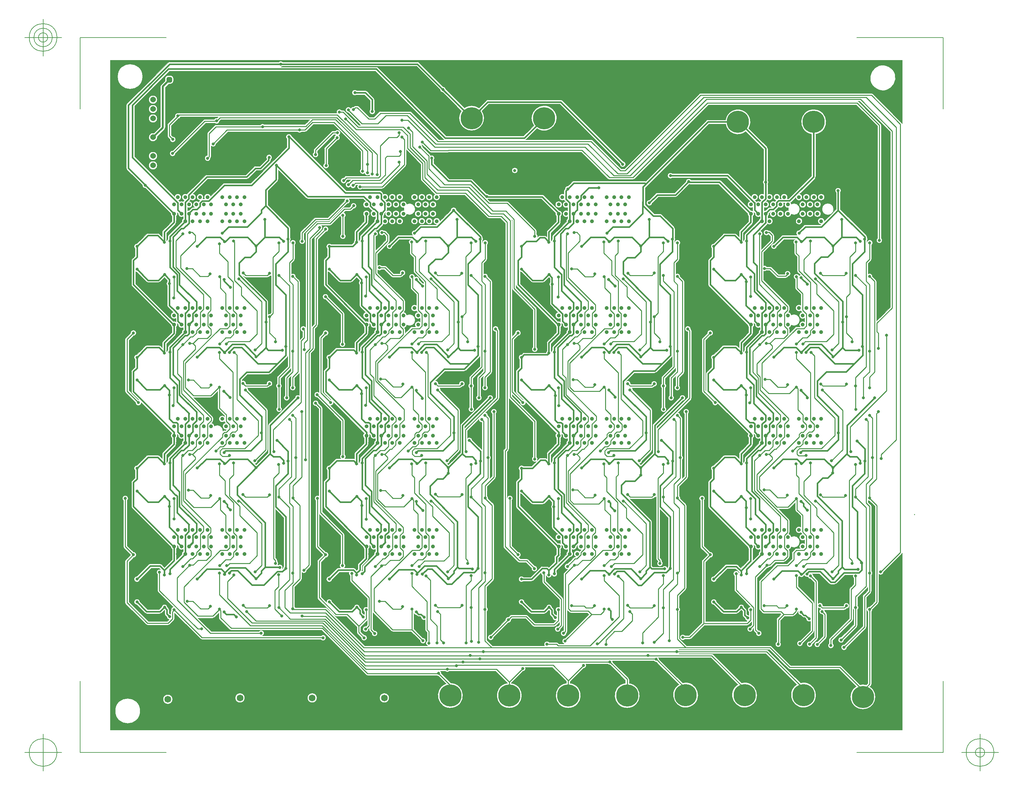
<source format=gbr>
G04 Generated by Ultiboard 13.0 *
%FSLAX34Y34*%
%MOMM*%

%ADD10C,0.0001*%
%ADD11C,0.0013*%
%ADD12C,0.3810*%
%ADD13C,0.2540*%
%ADD14C,0.5080*%
%ADD15C,0.1270*%
%ADD16C,6.0000*%
%ADD17C,1.0556*%
%ADD18C,0.8000*%
%ADD19R,0.5291X0.5291*%
%ADD20C,0.9949*%
%ADD21C,1.6088*%
%ADD22C,1.5366*%
%ADD23C,2.1168*%
%ADD24C,1.8202*%


G04 ColorRGB 0000FF for the following layer *
%LNCopper Bottom*%
%LPD*%
G54D10*
G36*
X2035816Y-327417D02*
X2035816Y-327417D01*
X2050684Y-312549D01*
X2050684Y-312549D01*
X2084958Y-278275D01*
G74*
D01*
G03X2086165Y-276368I3608J3619*
G01*
X2086165Y-276368D01*
X2086165Y-755169D01*
X-56165Y-755169D01*
X-56165Y1057161D01*
X2086165Y1057161D01*
X2086165Y885363D01*
G74*
D01*
G03X2084958Y887270I4815J1712*
G01*
X2084958Y887270D01*
X2050684Y921544D01*
X2006620Y965608D01*
G74*
D01*
G03X2004037Y967005I3620J3607*
G01*
G75*
D01*
G03X2002995Y967111I-1036J-5005*
G01*
X2002995Y967111D01*
X1541007Y967111D01*
G75*
D01*
G03X1537386Y965614I-7J-5111*
G01*
X1537386Y965614D01*
X1435956Y864184D01*
X1334883Y763111D01*
X1326117Y763111D01*
X1248620Y840608D01*
G74*
D01*
G03X1245000Y842111I3620J3607*
G01*
X1245000Y842111D01*
X1068051Y842111D01*
G74*
D01*
G03X1068409Y842441I3713J4388*
G01*
X1068409Y842441D01*
X1098339Y872371D01*
G75*
D01*
G03X1090209Y880502I19500J27627*
G01*
X1090209Y880502D01*
X1061956Y852249D01*
X852881Y852249D01*
X668072Y1037059D01*
G74*
D01*
G03X665514Y1038546I4071J4059*
G01*
G75*
D01*
G03X663993Y1038749I-1514J-5545*
G01*
X663993Y1038749D01*
X406509Y1038749D01*
G74*
D01*
G03X410796Y1040751I1009J7751*
G01*
X410796Y1040751D01*
X772806Y1040751D01*
X836185Y977372D01*
G74*
D01*
G03X843872Y969685I7815J128*
G01*
X843872Y969685D01*
X850684Y962873D01*
X894059Y919498D01*
G75*
D01*
G03X949316Y919499I27629J-19498*
G01*
X949316Y919499D01*
X968069Y938251D01*
X1160119Y938251D01*
X1234186Y864184D01*
X1322686Y775684D01*
G75*
D01*
G03X1331362Y783269I7814J-183*
G01*
X1331362Y783269D01*
X1330684Y783947D01*
X1250447Y864184D01*
X1166572Y948059D01*
G74*
D01*
G03X1162500Y949749I4071J4059*
G01*
X1162500Y949749D01*
X965691Y949749D01*
G75*
D01*
G03X961622Y948065I-4J-5749*
G01*
X961622Y948065D01*
X941186Y927629D01*
G75*
D01*
G03X902189Y927629I-19498J-27628*
G01*
X902189Y927629D01*
X851799Y978019D01*
G74*
D01*
G03X844519Y985299I7799J519*
G01*
X844519Y985299D01*
X779259Y1050559D01*
G74*
D01*
G03X776923Y1051981I4071J4058*
G01*
G75*
D01*
G03X775180Y1052249I-1735J-5481*
G01*
X775180Y1052249D01*
X410796Y1052249D01*
G75*
D01*
G03X400204Y1052249I-5296J-5748*
G01*
X400204Y1052249D01*
X105020Y1052249D01*
G75*
D01*
G03X100955Y1050565I0J-5749*
G01*
X100955Y1050565D01*
X100955Y1050565D01*
X-10565Y939045D01*
X-10565Y939045D01*
G74*
D01*
G03X-12249Y934980I4064J4065*
G01*
X-12249Y934980D01*
X-12249Y765140D01*
G75*
D01*
G03X-10565Y761075I5749J0*
G01*
X-10565Y761075D01*
X-10565Y761075D01*
X31223Y719286D01*
G75*
D01*
G03X39786Y710723I7776J-787*
G01*
X39786Y710723D01*
X108147Y642363D01*
G75*
D01*
G03X110946Y634838I9048J-918*
G01*
X110946Y634838D01*
X110946Y620576D01*
X86630Y596260D01*
G75*
D01*
G03X84946Y592183I4064J-4065*
G01*
X84946Y592183D01*
X84946Y579074D01*
X77267Y586754D01*
G74*
D01*
G03X73195Y588444I4071J4059*
G01*
X73195Y588444D01*
X46445Y588444D01*
G75*
D01*
G03X44679Y588166I0J-5749*
G01*
G74*
D01*
G03X42380Y586760I1766J5470*
G01*
X42380Y586760D01*
X16374Y560755D01*
G75*
D01*
G03X10946Y547649I320J-7809*
G01*
X10946Y547649D01*
X10946Y526684D01*
X3185Y518922D01*
G75*
D01*
G03X1501Y514844I4064J-4065*
G01*
X1501Y514844D01*
X1501Y449625D01*
G75*
D01*
G03X3185Y445560I5749J0*
G01*
X3185Y445560D01*
X3185Y445560D01*
X108140Y340605D01*
G74*
D01*
G03X110946Y334838I9054J839*
G01*
X110946Y334838D01*
X110946Y320576D01*
X86630Y296260D01*
G75*
D01*
G03X84946Y292183I4064J-4065*
G01*
X84946Y292183D01*
X84946Y279074D01*
X80267Y283754D01*
G74*
D01*
G03X76195Y285444I4071J4059*
G01*
X76195Y285444D01*
X43445Y285444D01*
G75*
D01*
G03X41735Y285184I-1J-5749*
G01*
G74*
D01*
G03X39380Y283760I1711J5489*
G01*
X39380Y283760D01*
X16374Y260755D01*
G75*
D01*
G03X10946Y247649I320J-7809*
G01*
X10946Y247649D01*
X10946Y226684D01*
X3185Y218922D01*
G75*
D01*
G03X1501Y214844I4064J-4065*
G01*
X1501Y214844D01*
X1501Y160125D01*
G75*
D01*
G03X3185Y156060I5749J0*
G01*
X3185Y156060D01*
X3185Y156060D01*
X20941Y138304D01*
G75*
D01*
G03X19932Y138296I-443J-7803*
G01*
X19932Y138296D01*
X-5389Y163617D01*
X-5389Y299383D01*
X6432Y311204D01*
G75*
D01*
G03X-796Y318432I567J7795*
G01*
X-796Y318432D01*
X-14114Y305114D01*
X-14114Y305114D01*
G74*
D01*
G03X-15611Y301500I3613J3614*
G01*
X-15611Y301500D01*
X-15611Y161500D01*
G75*
D01*
G03X-14114Y157886I5111J0*
G01*
X-14114Y157886D01*
X-14114Y157886D01*
X12704Y131068D01*
G75*
D01*
G03X28304Y130941I7796J-559*
G01*
X28304Y130941D01*
X111074Y48171D01*
G75*
D01*
G03X110946Y34838I6121J-6726*
G01*
X110946Y34838D01*
X110946Y20576D01*
X86630Y-3740D01*
G75*
D01*
G03X84946Y-7817I4064J-4065*
G01*
X84946Y-7817D01*
X84946Y-20926D01*
X77267Y-13246D01*
G74*
D01*
G03X73195Y-11556I4071J4059*
G01*
X73195Y-11556D01*
X46445Y-11556D01*
G75*
D01*
G03X44679Y-11834I0J-5749*
G01*
G74*
D01*
G03X42380Y-13240I1766J5470*
G01*
X42380Y-13240D01*
X16374Y-39245D01*
G75*
D01*
G03X10946Y-52351I320J-7809*
G01*
X10946Y-52351D01*
X10946Y-73316D01*
X3185Y-81078D01*
G75*
D01*
G03X1501Y-85156I4064J-4065*
G01*
X1501Y-85156D01*
X1501Y-150375D01*
G75*
D01*
G03X3185Y-154440I5749J0*
G01*
X3185Y-154440D01*
X3185Y-154440D01*
X108140Y-259395D01*
G74*
D01*
G03X111446Y-265602I9054J839*
G01*
X111446Y-265602D01*
X111446Y-294424D01*
X90695Y-315175D01*
X82767Y-307246D01*
G74*
D01*
G03X78695Y-305556I4071J4059*
G01*
X78695Y-305556D01*
X52445Y-305556D01*
G75*
D01*
G03X50573Y-305869I-1J-5749*
G01*
G74*
D01*
G03X48380Y-307240I1873J5435*
G01*
X48380Y-307240D01*
X19803Y-335816D01*
X16374Y-339245D01*
G75*
D01*
G03X24505Y-347376I322J-7809*
G01*
X24505Y-347376D01*
X36064Y-335816D01*
X36064Y-335816D01*
X54826Y-317054D01*
X76314Y-317054D01*
X80160Y-320900D01*
G75*
D01*
G03X72389Y-334164I-2662J-7349*
G01*
X72389Y-334164D01*
X72389Y-378193D01*
G75*
D01*
G03X73886Y-381819I5111J-12*
G01*
X73886Y-381819D01*
X114121Y-422054D01*
G75*
D01*
G03X108923Y-431418I2379J-7445*
G01*
G75*
D01*
G03X107889Y-434509I4076J-3082*
G01*
X107889Y-434509D01*
X107889Y-441237D01*
G74*
D01*
G03X105321Y-440690I2889J7262*
G01*
X105321Y-440690D01*
X103249Y-438619D01*
X103249Y-429360D01*
G74*
D01*
G03X101559Y-425288I5749J1*
G01*
X101559Y-425288D01*
X99005Y-422734D01*
G75*
D01*
G03X83514Y-421605I-7810J-315*
G01*
X83514Y-421605D01*
X76314Y-428806D01*
X45076Y-428806D01*
X24505Y-408234D01*
G75*
D01*
G03X16374Y-416365I-7809J-322*
G01*
X16374Y-416365D01*
X38630Y-438620D01*
G75*
D01*
G03X42700Y-440304I4065J4064*
G01*
X42700Y-440304D01*
X78695Y-440304D01*
G74*
D01*
G03X82767Y-438614I1J5749*
G01*
X82767Y-438614D01*
X90537Y-430844D01*
G74*
D01*
G03X90874Y-430865I654J7789*
G01*
X90874Y-430865D01*
X91751Y-431741D01*
X91751Y-440986D01*
G75*
D01*
G03X93435Y-445065I5749J-14*
G01*
X93435Y-445065D01*
X97190Y-448821D01*
G74*
D01*
G03X103585Y-456187I7809J321*
G01*
X103585Y-456187D01*
X98883Y-460889D01*
X47117Y-460889D01*
X-5389Y-408383D01*
X-5389Y-300617D01*
X6432Y-288796D01*
G75*
D01*
G03X6432Y-273204I559J7796*
G01*
X6432Y-273204D01*
X-9889Y-256883D01*
X-9889Y-134414D01*
G75*
D01*
G03X-20111Y-134414I-5111J5913*
G01*
X-20111Y-134414D01*
X-20111Y-259000D01*
G75*
D01*
G03X-18614Y-262614I5111J0*
G01*
X-18614Y-262614D01*
X-18614Y-262614D01*
X-796Y-280432D01*
G75*
D01*
G03X-796Y-281568I7795J-568*
G01*
X-796Y-281568D01*
X-14114Y-294886D01*
X-14114Y-294886D01*
G74*
D01*
G03X-15611Y-298500I3613J3614*
G01*
X-15611Y-298500D01*
X-15611Y-410500D01*
G75*
D01*
G03X-14114Y-414114I5111J0*
G01*
X-14114Y-414114D01*
X-14114Y-414114D01*
X41386Y-469614D01*
X41386Y-469614D01*
G75*
D01*
G03X45000Y-471111I3614J3613*
G01*
X45000Y-471111D01*
X100992Y-471111D01*
G75*
D01*
G03X102811Y-470779I7J5111*
G01*
G74*
D01*
G03X104620Y-469608I1810J4779*
G01*
X104620Y-469608D01*
X116608Y-457620D01*
G75*
D01*
G03X118111Y-454000I-3607J3620*
G01*
X118111Y-454000D01*
X118111Y-437839D01*
X130684Y-450412D01*
X130684Y-450412D01*
X188886Y-508614D01*
G74*
D01*
G03X191924Y-510078I3613J3614*
G01*
G75*
D01*
G03X192500Y-510111I580J5077*
G01*
X192500Y-510111D01*
X513689Y-510111D01*
G75*
D01*
G03X514558Y-499889I6311J4611*
G01*
X514558Y-499889D01*
X356193Y-499889D01*
G75*
D01*
G03X346189Y-488389I-3694J6888*
G01*
X346189Y-488389D01*
X217617Y-488389D01*
X181336Y-452108D01*
G75*
D01*
G03X181505Y-452111I175J5107*
G01*
X181505Y-452111D01*
X222000Y-452111D01*
G74*
D01*
G03X225620Y-450608I0J5111*
G01*
X225620Y-450608D01*
X237665Y-438563D01*
X237665Y-451268D01*
G75*
D01*
G03X239162Y-454890I5111J-8*
G01*
X239162Y-454890D01*
X267886Y-483614D01*
G75*
D01*
G03X271506Y-485111I3614J3613*
G01*
X271506Y-485111D01*
X515699Y-485111D01*
X636702Y-606114D01*
G74*
D01*
G03X640077Y-607605I3613J3613*
G01*
G75*
D01*
G03X640316Y-607611I248J5104*
G01*
X640316Y-607611D01*
X827126Y-607611D01*
G75*
D01*
G03X832088Y-609316I4874J6110*
G01*
X832088Y-609316D01*
X850684Y-627912D01*
X850684Y-627912D01*
X852765Y-629993D01*
G75*
D01*
G03X865214Y-627986I11512J-31796*
G01*
X865214Y-627986D01*
X850684Y-613456D01*
X839749Y-602521D01*
G75*
D01*
G03X837140Y-595611I-7748J1022*
G01*
X837140Y-595611D01*
X850086Y-595611D01*
G75*
D01*
G03X861914Y-595611I5914J5110*
G01*
X861914Y-595611D01*
X986684Y-595611D01*
X1018560Y-627487D01*
X1018560Y-628362D01*
G75*
D01*
G03X1028782Y-628362I5111J-33428*
G01*
X1028782Y-628362D01*
X1028782Y-626946D01*
X1059432Y-596296D01*
G75*
D01*
G03X1067004Y-585031I568J7795*
G01*
X1067004Y-585031D01*
X1139999Y-585031D01*
X1177955Y-622987D01*
X1177955Y-628362D01*
G75*
D01*
G03X1188176Y-628362I5111J-33428*
G01*
X1188176Y-628362D01*
X1188176Y-623617D01*
X1223494Y-588300D01*
G75*
D01*
G03X1230468Y-576111I507J7800*
G01*
X1230468Y-576111D01*
X1289586Y-576111D01*
G75*
D01*
G03X1296152Y-578789I5914J5111*
G01*
X1296152Y-578789D01*
X1337349Y-619987D01*
X1337349Y-628362D01*
G75*
D01*
G03X1347571Y-628362I5111J-33428*
G01*
X1347571Y-628362D01*
X1347571Y-617870D01*
G74*
D01*
G03X1346068Y-614250I5111J0*
G01*
X1346068Y-614250D01*
X1330684Y-598865D01*
X1330684Y-598865D01*
X1307635Y-575816D01*
X1303301Y-571483D01*
G75*
D01*
G03X1302718Y-568001I-7800J484*
G01*
X1302718Y-568001D01*
X1414610Y-568001D01*
G75*
D01*
G03X1421554Y-571297I6390J4500*
G01*
X1421554Y-571297D01*
X1426074Y-575816D01*
X1426074Y-575816D01*
X1482339Y-632081D01*
G75*
D01*
G03X1492438Y-627725I18264J-28459*
G01*
X1492438Y-627725D01*
X1440530Y-575816D01*
X1440530Y-575816D01*
X1428795Y-564081D01*
G75*
D01*
G03X1427298Y-558871I-7794J580*
G01*
X1427298Y-558871D01*
X1568523Y-558871D01*
X1570684Y-561031D01*
X1570684Y-561031D01*
X1585469Y-575816D01*
X1585469Y-575816D01*
X1641734Y-632081D01*
G75*
D01*
G03X1651833Y-627725I18264J-28459*
G01*
X1651833Y-627725D01*
X1599925Y-575816D01*
X1599925Y-575816D01*
X1574260Y-550152D01*
G74*
D01*
G03X1571525Y-548726I3620J3607*
G01*
G75*
D01*
G03X1570636Y-548649I-884J-5034*
G01*
X1570636Y-548649D01*
X1482881Y-548649D01*
G74*
D01*
G03X1483176Y-548291I5882J5147*
G01*
X1483176Y-548291D01*
X1717338Y-548291D01*
X1744864Y-575816D01*
X1744864Y-575816D01*
X1801129Y-632081D01*
G75*
D01*
G03X1811228Y-627725I18264J-28459*
G01*
X1811228Y-627725D01*
X1810684Y-627180D01*
X1810684Y-627180D01*
X1759320Y-575816D01*
X1759320Y-575816D01*
X1723075Y-539572D01*
G74*
D01*
G03X1720744Y-538234I3620J3607*
G01*
G75*
D01*
G03X1719449Y-538069I-1288J-4946*
G01*
X1719449Y-538069D01*
X1482621Y-538069D01*
G74*
D01*
G03X1481614Y-537191I5621J5431*
G01*
X1481614Y-537191D01*
X1726963Y-537191D01*
X1765588Y-575816D01*
X1765588Y-575816D01*
X1778886Y-589114D01*
G74*
D01*
G03X1780583Y-590238I3614J3613*
G01*
G75*
D01*
G03X1782500Y-590611I1917J4738*
G01*
X1782500Y-590611D01*
X1915383Y-590611D01*
X1961773Y-637002D01*
G75*
D01*
G03X1998862Y-637366I18267J-28458*
G01*
X1998862Y-637366D01*
X2002108Y-634120D01*
G75*
D01*
G03X2003611Y-630500I-3607J3620*
G01*
X2003611Y-630500D01*
X2003611Y-434442D01*
G75*
D01*
G03X2005787Y-428319I-5610J5442*
G01*
X2005787Y-428319D01*
X2021108Y-412997D01*
G75*
D01*
G03X2022611Y-409377I-3607J3620*
G01*
X2022611Y-409377D01*
X2022611Y-333162D01*
G75*
D01*
G03X2035816Y-327417I5389J5661*
G01*
D02*
G37*
%LPC*%
G36*
X2050684Y-680455D02*
G75*
D01*
G03X2050684Y-680455I-7184J-33045*
G01*
D02*
G37*
G36*
X2050684Y1038414D02*
G75*
D01*
G03X2050684Y1038414I-16684J-29414*
G01*
D02*
G37*
G36*
X-42316Y-703500D02*
G75*
D01*
G03X-42316Y-703500I33816J0*
G01*
D02*
G37*
G36*
X87123Y-671960D02*
G75*
D01*
G03X87123Y-671960I12917J0*
G01*
D02*
G37*
G36*
X-35816Y1012500D02*
G75*
D01*
G03X-35816Y1012500I33816J0*
G01*
D02*
G37*
G36*
X672799Y-668290D02*
G75*
D01*
G03X672799Y-668290I12917J0*
G01*
D02*
G37*
G36*
X282348Y-668290D02*
G75*
D01*
G03X282348Y-668290I12917J0*
G01*
D02*
G37*
G36*
X477573Y-668290D02*
G75*
D01*
G03X477573Y-668290I12917J0*
G01*
D02*
G37*
%LPD*%
G36*
X1112889Y-336648D02*
G75*
D01*
G02X1109190Y-329691I4111J6648*
G01*
X1109190Y-329691D01*
X1103064Y-335816D01*
X1103064Y-335816D01*
X1090684Y-348197D01*
X1090684Y-348197D01*
X1087767Y-351114D01*
G74*
D01*
G02X1083712Y-352804I4071J4059*
G01*
G75*
D01*
G02X1083694Y-352804I-9J5749*
G01*
X1083694Y-352804D01*
X1061991Y-352804D01*
G75*
D01*
G02X1061991Y-341306I-5295J5749*
G01*
X1061991Y-341306D01*
X1081314Y-341306D01*
X1086803Y-335816D01*
X1090684Y-331936D01*
X1090684Y-331936D01*
X1108380Y-314240D01*
G74*
D01*
G02X1110249Y-312992I4065J4064*
G01*
G75*
D01*
G02X1112445Y-312556I2196J-5312*
G01*
X1112445Y-312556D01*
X1125695Y-312556D01*
G74*
D01*
G02X1129767Y-314246I1J5749*
G01*
X1129767Y-314246D01*
X1130695Y-315175D01*
X1145446Y-300424D01*
X1145446Y-287319D01*
G75*
D01*
G02X1147130Y-283240I5749J14*
G01*
X1147130Y-283240D01*
X1150946Y-279424D01*
X1150946Y-265162D01*
G74*
D01*
G02X1148140Y-259395I6249J6607*
G01*
X1148140Y-259395D01*
X1090684Y-201939D01*
X1090684Y-201939D01*
X1043185Y-154440D01*
G75*
D01*
G02X1041501Y-150365I4064J4065*
G01*
X1041501Y-150365D01*
X1041501Y-85156D01*
G75*
D01*
G02X1043185Y-81078I5749J13*
G01*
X1043185Y-81078D01*
X1050946Y-73316D01*
X1050946Y-52351D01*
G75*
D01*
G02X1061991Y-41306I5739J5306*
G01*
X1061991Y-41306D01*
X1083814Y-41306D01*
X1090684Y-34436D01*
X1090684Y-34436D01*
X1096276Y-28844D01*
G75*
D01*
G02X1087389Y-16086I-3780J6841*
G01*
X1087389Y-16086D01*
X1087389Y77383D01*
X1022611Y142161D01*
X1022611Y5000D01*
G75*
D01*
G02X1021108Y1380I-5111J0*
G01*
X1021108Y1380D01*
X1017531Y-2197D01*
X1017531Y-126196D01*
G75*
D01*
G02X1030111Y-134414I7468J-2305*
G01*
X1030111Y-134414D01*
X1030111Y-256883D01*
X1046432Y-273204D01*
G75*
D01*
G02X1049570Y-288382I573J-7795*
G01*
X1049570Y-288382D01*
X1053077Y-291889D01*
X1070855Y-291889D01*
G74*
D01*
G02X1074475Y-293392I0J5111*
G01*
X1074475Y-293392D01*
X1090684Y-309601D01*
X1090684Y-309601D01*
X1091771Y-310688D01*
G75*
D01*
G02X1083798Y-317171I-271J-7811*
G01*
X1083798Y-317171D01*
X1068738Y-302111D01*
X1050966Y-302111D01*
G75*
D01*
G02X1047346Y-300614I-6J5111*
G01*
X1047346Y-300614D01*
X1008806Y-262074D01*
G75*
D01*
G02X1007309Y-258452I3613J3614*
G01*
X1007309Y-258452D01*
X1007309Y-93D01*
G75*
D01*
G02X1008806Y3534I5111J13*
G01*
X1008806Y3534D01*
X1012389Y7117D01*
X1012389Y144184D01*
X1012389Y144184D01*
X1012389Y384184D01*
X1012389Y384184D01*
X1012389Y616383D01*
X1004588Y624184D01*
X1004588Y624184D01*
X999383Y629389D01*
X968004Y629389D01*
G75*
D01*
G02X964386Y630886I-4J5111*
G01*
X964386Y630886D01*
X902883Y692389D01*
X834078Y692389D01*
G75*
D01*
G02X822524Y694248I-6883J-5944*
G01*
X822524Y694248D01*
X785886Y730886D01*
G75*
D01*
G02X784389Y734510I3613J3614*
G01*
X784389Y734510D01*
X784389Y775383D01*
X745111Y814661D01*
X745111Y774500D01*
G75*
D01*
G02X743608Y770880I-5111J0*
G01*
X743608Y770880D01*
X683620Y710892D01*
G74*
D01*
G02X680911Y709471I3619J3607*
G01*
G75*
D01*
G02X679995Y709389I-912J5028*
G01*
X679995Y709389D01*
X625914Y709389D01*
G75*
D01*
G02X613532Y718889I-5920J5104*
G01*
X613532Y718889D01*
X609617Y718889D01*
X608816Y718088D01*
G75*
D01*
G02X594025Y714471I-7815J-91*
G01*
G75*
D01*
G02X588588Y727816I-5524J5529*
G01*
X588588Y727816D01*
X594661Y733889D01*
X585117Y733889D01*
X583249Y732021D01*
G75*
D01*
G02X575588Y738816I-7748J-1020*
G01*
X575588Y738816D01*
X579386Y742614D01*
G74*
D01*
G02X582708Y744103I3614J3613*
G01*
G75*
D01*
G02X583000Y744111I286J-5103*
G01*
X583000Y744111D01*
X646032Y744111D01*
G74*
D01*
G02X644956Y746456I6468J4387*
G01*
G75*
D01*
G02X632367Y750817I-4956J6044*
G01*
G75*
D01*
G02X621889Y762414I-5344J5703*
G01*
X621889Y762414D01*
X621889Y809650D01*
X610684Y820855D01*
X567355Y864184D01*
X547650Y883889D01*
X493617Y883889D01*
X474120Y864392D01*
G74*
D01*
G02X470500Y862889I3620J3607*
G01*
X470500Y862889D01*
X462188Y862889D01*
G75*
D01*
G02X450812Y862889I-5688J5361*
G01*
X450812Y862889D01*
X262117Y862889D01*
X230296Y831068D01*
G75*
D01*
G02X217111Y824838I-7795J-570*
G01*
X217111Y824838D01*
X217111Y796000D01*
G75*
D01*
G02X215608Y792380I-5111J0*
G01*
X215608Y792380D01*
X215296Y792068D01*
G75*
D01*
G02X206889Y799292I-7795J-568*
G01*
X206889Y799292D01*
X206889Y858492D01*
G75*
D01*
G02X208386Y862114I5111J8*
G01*
X208386Y862114D01*
X210456Y864184D01*
X226886Y880614D01*
G75*
D01*
G02X230506Y882111I3614J-3613*
G01*
X230506Y882111D01*
X350586Y882111D01*
G75*
D01*
G02X361374Y883111I5914J-5110*
G01*
X361374Y883111D01*
X470883Y883111D01*
X484241Y896469D01*
X243697Y896469D01*
X239816Y892588D01*
G75*
D01*
G02X226558Y886889I-7815J-89*
G01*
X226558Y886889D01*
X202367Y886889D01*
X130684Y815206D01*
X130684Y815206D01*
X120776Y805298D01*
G75*
D01*
G02X113331Y812309I-7775J-798*
G01*
X113331Y812309D01*
X130684Y829662D01*
X130684Y829662D01*
X165206Y864184D01*
X165206Y864184D01*
X196636Y895614D01*
G75*
D01*
G02X200256Y897111I3614J-3613*
G01*
X200256Y897111D01*
X225689Y897111D01*
G75*
D01*
G02X233021Y900249I6311J-4611*
G01*
X233021Y900249D01*
X236661Y903889D01*
X134526Y903889D01*
G74*
D01*
G02X127423Y898195I7526J2111*
G01*
X127423Y898195D01*
X109111Y879883D01*
X109111Y854117D01*
X112932Y850296D01*
G75*
D01*
G02X105704Y843068I567J-7795*
G01*
X105704Y843068D01*
X100386Y848386D01*
G75*
D01*
G02X98889Y852012I3613J3614*
G01*
X98889Y852012D01*
X98889Y881991D01*
G75*
D01*
G02X100386Y885614I5111J9*
G01*
X100386Y885614D01*
X119320Y904548D01*
G75*
D01*
G02X128790Y913609I7680J1453*
G01*
G75*
D01*
G02X131007Y914111I2209J-4609*
G01*
X131007Y914111D01*
X556558Y914111D01*
G75*
D01*
G02X569914Y921611I7442J2390*
G01*
X569914Y921611D01*
X574000Y921611D01*
G74*
D01*
G02X577620Y920108I0J5111*
G01*
X577620Y920108D01*
X610684Y887044D01*
X610684Y887044D01*
X616617Y881111D01*
X621807Y881111D01*
G74*
D01*
G02X621011Y881761I2818J4264*
G01*
X621011Y881761D01*
X611006Y891766D01*
X588077Y914695D01*
G75*
D01*
G02X595104Y926681I424J7805*
G01*
G75*
D01*
G02X602568Y930796I6895J-3680*
G01*
X602568Y930796D01*
X603886Y932114D01*
G75*
D01*
G02X607504Y933611I3614J-3613*
G01*
X607504Y933611D01*
X612500Y933611D01*
G74*
D01*
G02X616120Y932108I0J5111*
G01*
X616120Y932108D01*
X645617Y902611D01*
X657383Y902611D01*
X671886Y917114D01*
G75*
D01*
G02X675503Y918611I3614J-3613*
G01*
X675503Y918611D01*
X754500Y918611D01*
G74*
D01*
G02X758120Y917108I0J5111*
G01*
X758120Y917108D01*
X811044Y864184D01*
X833117Y842111D01*
X846787Y842111D01*
G74*
D01*
G02X846435Y842435I3713J4388*
G01*
X846435Y842435D01*
X661619Y1027251D01*
X104381Y1027251D01*
X10249Y933119D01*
X10249Y796197D01*
X118267Y688179D01*
G75*
D01*
G02X128929Y677517I8927J-1735*
G01*
X128929Y677517D01*
X130684Y675763D01*
X130684Y675763D01*
X131537Y674909D01*
X131537Y674909D01*
G74*
D01*
G02X132233Y674066I4064J4064*
G01*
G75*
D01*
G02X141690Y674351I4962J-7621*
G01*
G74*
D01*
G02X143130Y676760I5504J1655*
G01*
X143130Y676760D01*
X144221Y677851D01*
G75*
D01*
G02X151535Y694437I2976J8593*
G01*
G74*
D01*
G02X152853Y696483I5383J2020*
G01*
X152853Y696483D01*
X201435Y745065D01*
G74*
D01*
G02X204905Y746718I4065J4064*
G01*
G75*
D01*
G02X205500Y746749I596J-5717*
G01*
X205500Y746749D01*
X311119Y746749D01*
X332935Y768565D01*
G74*
D01*
G02X334873Y769841I4065J4064*
G01*
G75*
D01*
G02X337000Y770249I2127J-5340*
G01*
X337000Y770249D01*
X348619Y770249D01*
X367251Y788881D01*
X367251Y790057D01*
G75*
D01*
G02X378749Y787792I6749J3943*
G01*
X378749Y787792D01*
X378749Y786500D01*
G75*
D01*
G02X377059Y782428I-5749J-1*
G01*
X377059Y782428D01*
X370684Y776053D01*
X370684Y776053D01*
X355072Y760441D01*
G74*
D01*
G02X351312Y758759I4072J4059*
G01*
G75*
D01*
G02X350997Y758751I-303J5741*
G01*
X350997Y758751D01*
X339381Y758751D01*
X317572Y736941D01*
G74*
D01*
G02X313749Y735256I4072J4059*
G01*
G75*
D01*
G02X313498Y735251I-240J5744*
G01*
X313498Y735251D01*
X207881Y735251D01*
X168122Y695492D01*
G75*
D01*
G02X161688Y679208I-928J-9047*
G01*
G74*
D01*
G02X160977Y678346I4770J3210*
G01*
X160977Y678346D01*
X158123Y675492D01*
G75*
D01*
G02X152944Y658405I-931J-9046*
G01*
X152944Y658405D01*
X152944Y649485D01*
G75*
D01*
G02X157528Y650533I4250J-8040*
G01*
X157528Y650533D01*
X164060Y657065D01*
G74*
D01*
G02X167150Y658666I4065J4064*
G01*
G75*
D01*
G02X168125Y658749I973J-5666*
G01*
X168125Y658749D01*
X172349Y658749D01*
G75*
D01*
G02X182702Y673682I4852J7692*
G01*
G74*
D01*
G02X183407Y674538I4769J3210*
G01*
X183407Y674538D01*
X186267Y677398D01*
G75*
D01*
G02X195082Y681917I928J9047*
G01*
X195082Y681917D01*
X199308Y681917D01*
G75*
D01*
G02X215872Y689169I7889J4524*
G01*
X215872Y689169D01*
X249322Y722620D01*
G74*
D01*
G02X251941Y724119I4065J4065*
G01*
G75*
D01*
G02X253388Y724304I1447J-5564*
G01*
X253388Y724304D01*
X324654Y724304D01*
X370684Y770334D01*
X421751Y821401D01*
X421751Y844204D01*
G75*
D01*
G02X435028Y851602I5749J5295*
G01*
X435028Y851602D01*
X582381Y704249D01*
X672995Y704249D01*
G75*
D01*
G02X673958Y704169I7J-5749*
G01*
G74*
D01*
G02X677072Y702559I958J5669*
G01*
X677072Y702559D01*
X681059Y698572D01*
G74*
D01*
G02X682749Y694500I4059J4071*
G01*
X682749Y694500D01*
X682749Y694379D01*
G75*
D01*
G02X688961Y677524I4443J-7935*
G01*
X688961Y677524D01*
X690977Y675509D01*
G74*
D01*
G02X692081Y673965I4060J4070*
G01*
G75*
D01*
G02X692749Y658511I5113J-7520*
G01*
X692749Y658511D01*
X692749Y651250D01*
G75*
D01*
G02X692348Y649140I-5749J-1*
G01*
G75*
D01*
G02X688784Y644904I4846J-7695*
G01*
X688784Y644904D01*
X686243Y642363D01*
G75*
D01*
G02X683221Y634634I-9048J-918*
G01*
X683221Y634634D01*
X683221Y629625D01*
G75*
D01*
G02X682993Y613380I3974J-8180*
G01*
G74*
D01*
G02X681531Y610910I5521J1600*
G01*
X681531Y610910D01*
X667784Y597163D01*
G74*
D01*
G02X664228Y595496I4071J4059*
G01*
G75*
D01*
G02X663709Y595473I-514J5726*
G01*
X663709Y595473D01*
X661834Y595473D01*
X661650Y595289D01*
G75*
D01*
G02X662531Y579835I-648J-7789*
G01*
X662531Y579835D01*
X662531Y542759D01*
X689389Y569617D01*
X689389Y580639D01*
X684785Y585243D01*
G75*
D01*
G02X684442Y596111I-5784J5257*
G01*
X684442Y596111D01*
X686256Y596111D01*
G74*
D01*
G02X689876Y594608I0J5111*
G01*
X689876Y594608D01*
X698108Y586376D01*
G74*
D01*
G02X699611Y582756I3607J3620*
G01*
X699611Y582756D01*
X699611Y567500D01*
G75*
D01*
G02X698108Y563880I-5111J0*
G01*
X698108Y563880D01*
X667611Y533383D01*
X667611Y501599D01*
G75*
D01*
G02X678414Y500611I4889J-6098*
G01*
X678414Y500611D01*
X687500Y500611D01*
G74*
D01*
G02X691120Y499108I0J5111*
G01*
X691120Y499108D01*
X710617Y479611D01*
X727383Y479611D01*
X727409Y479637D01*
G75*
D01*
G02X735972Y473744I7591J1862*
G01*
X735972Y473744D01*
X733120Y470892D01*
G74*
D01*
G02X729500Y469389I3620J3607*
G01*
X729500Y469389D01*
X708507Y469389D01*
G75*
D01*
G02X704886Y470886I-7J5111*
G01*
X704886Y470886D01*
X685383Y490389D01*
X678414Y490389D01*
G75*
D01*
G02X667611Y489401I-5914J5110*
G01*
X667611Y489401D01*
X667611Y481617D01*
X739891Y409337D01*
G74*
D01*
G02X741394Y405717I3607J3620*
G01*
X741394Y405717D01*
X741394Y380385D01*
G75*
D01*
G02X739891Y376765I-5111J0*
G01*
X739891Y376765D01*
X738562Y375436D01*
G74*
D01*
G02X746216Y367597I1367J8991*
G01*
G75*
D01*
G02X746216Y340293I7478J-13652*
G01*
G74*
D01*
G02X740165Y332849I9021J1151*
G01*
G74*
D01*
G02X741611Y329288I3664J3562*
G01*
X741611Y329288D01*
X741611Y318832D01*
X757393Y334614D01*
G74*
D01*
G02X760378Y336072I3613J3613*
G01*
G75*
D01*
G02X761007Y336111I630J-5071*
G01*
X761007Y336111D01*
X769829Y336111D01*
G75*
D01*
G02X782389Y348910I7365J5335*
G01*
X782389Y348910D01*
X782389Y358980D01*
G75*
D01*
G02X775410Y375362I-5194J7465*
G01*
X775410Y375362D01*
X773386Y377386D01*
G74*
D01*
G02X772325Y378935I3614J3613*
G01*
G75*
D01*
G02X771889Y394234I-5129J7510*
G01*
X771889Y394234D01*
X771889Y423633D01*
X758386Y437136D01*
G75*
D01*
G02X756889Y440759I3613J3614*
G01*
X756889Y440759D01*
X756889Y464068D01*
G75*
D01*
G02X768297Y470450I3611J6932*
G01*
G75*
D01*
G02X780254Y462876I4203J-6590*
G01*
X780254Y462876D01*
X789321Y453810D01*
G74*
D01*
G02X791889Y453263I321J7809*
G01*
X791889Y453263D01*
X791889Y455883D01*
X765886Y481886D01*
G75*
D01*
G02X764389Y485507I3613J3614*
G01*
X764389Y485507D01*
X764389Y522883D01*
X755886Y531386D01*
G75*
D01*
G02X754389Y535007I3613J3614*
G01*
X754389Y535007D01*
X754389Y559086D01*
G75*
D01*
G02X756581Y572251I5110J5914*
G01*
X756581Y572251D01*
X726381Y572251D01*
X707310Y553179D01*
G75*
D01*
G02X699179Y561310I-7809J322*
G01*
X699179Y561310D01*
X719935Y582065D01*
G75*
D01*
G02X724006Y583749I4065J-4064*
G01*
X724006Y583749D01*
X761500Y583749D01*
G74*
D01*
G02X761714Y583745I0J5749*
G01*
G75*
D01*
G02X767179Y596810I5785J5256*
G01*
X767179Y596810D01*
X780285Y609915D01*
G74*
D01*
G02X783677Y611560I4065J4063*
G01*
G75*
D01*
G02X784350Y611599I669J-5710*
G01*
X784350Y611599D01*
X825669Y611599D01*
X826451Y612381D01*
G75*
D01*
G02X836259Y622189I745J9063*
G01*
X836259Y622189D01*
X838253Y624184D01*
X838253Y624184D01*
X850684Y636614D01*
X850684Y636614D01*
X865184Y651115D01*
G75*
D01*
G02X880810Y651321I7816J-87*
G01*
X880810Y651321D01*
X907947Y624184D01*
X949559Y582572D01*
G74*
D01*
G02X951249Y578500I4059J4071*
G01*
X951249Y578500D01*
X951249Y577695D01*
G75*
D01*
G02X950749Y567704I-6249J-4695*
G01*
X950749Y567704D01*
X950749Y564009D01*
G75*
D01*
G02X963611Y557086I7750J-1010*
G01*
X963611Y557086D01*
X963611Y519000D01*
G75*
D01*
G02X962108Y515380I-5111J0*
G01*
X962108Y515380D01*
X954191Y507463D01*
X954191Y478825D01*
G75*
D01*
G02X965796Y471432I3811J-6823*
G01*
X965796Y471432D01*
X975466Y461762D01*
G74*
D01*
G02X976969Y458142I3607J3620*
G01*
X976969Y458142D01*
X976969Y213542D01*
G75*
D01*
G02X975466Y209922I-5111J0*
G01*
X975466Y209922D01*
X963111Y197567D01*
X963111Y176914D01*
G75*
D01*
G02X952889Y176914I-5111J-5913*
G01*
X952889Y176914D01*
X952889Y199673D01*
G75*
D01*
G02X953748Y202520I5111J11*
G01*
X953748Y202520D01*
X946611Y195383D01*
X946611Y149414D01*
G75*
D01*
G02X936389Y149414I-5111J-5913*
G01*
X936389Y149414D01*
X936389Y197487D01*
G75*
D01*
G02X937886Y201114I5111J13*
G01*
X937886Y201114D01*
X952889Y216117D01*
X952889Y223672D01*
G74*
D01*
G02X952688Y223460I3808J3409*
G01*
X952688Y223460D01*
X925611Y196383D01*
X925611Y181914D01*
G75*
D01*
G02X925611Y170086I-5110J-5914*
G01*
X925611Y170086D01*
X925611Y118811D01*
G75*
D01*
G02X915389Y117942I-4611J-6311*
G01*
X915389Y117942D01*
X915389Y170086D01*
G75*
D01*
G02X915389Y181914I5110J5914*
G01*
X915389Y181914D01*
X915389Y198487D01*
G75*
D01*
G02X916886Y202114I5111J13*
G01*
X916886Y202114D01*
X943969Y229197D01*
X943969Y255422D01*
G74*
D01*
G02X943424Y254793I4606J3440*
G01*
X943424Y254793D01*
X920572Y231941D01*
G74*
D01*
G02X920559Y231928I4072J4059*
G01*
X920559Y231928D01*
X906072Y217441D01*
G74*
D01*
G02X902000Y215751I4071J4059*
G01*
X902000Y215751D01*
X849631Y215751D01*
X823691Y189810D01*
G75*
D01*
G02X831796Y181432I310J-7810*
G01*
X831796Y181432D01*
X832617Y180611D01*
X887383Y180611D01*
X887704Y180932D01*
G75*
D01*
G02X894932Y173704I7795J567*
G01*
X894932Y173704D01*
X893120Y171892D01*
G74*
D01*
G02X891386Y170750I3619J3608*
G01*
G75*
D01*
G02X889492Y170389I-1887J4749*
G01*
X889492Y170389D01*
X835662Y170389D01*
G75*
D01*
G02X837796Y164432I-5661J-5389*
G01*
X837796Y164432D01*
X850684Y151544D01*
X850684Y151544D01*
X858044Y144184D01*
X858044Y144184D01*
X888608Y113620D01*
G74*
D01*
G02X890111Y110000I3607J3620*
G01*
X890111Y110000D01*
X890111Y2959D01*
G75*
D01*
G02X888608Y-661I-5111J0*
G01*
X888608Y-661D01*
X862837Y-26432D01*
G75*
D01*
G02X856338Y-34708I-7795J-568*
G01*
X856338Y-34708D01*
X859000Y-37370D01*
X891251Y-5119D01*
X891251Y68991D01*
G75*
D01*
G02X892935Y73065I5749J9*
G01*
X892935Y73065D01*
X964053Y144184D01*
X964053Y144184D01*
X964231Y144362D01*
G75*
D01*
G02X971816Y135686I7768J-862*
G01*
X971816Y135686D01*
X902749Y66619D01*
X902749Y61477D01*
X985456Y144184D01*
X985456Y144184D01*
X986469Y145197D01*
X986469Y322184D01*
G75*
D01*
G02X994296Y329432I32J7816*
G01*
X994296Y329432D01*
X995188Y328540D01*
G74*
D01*
G02X996691Y324920I3607J3620*
G01*
X996691Y324920D01*
X996691Y143080D01*
G75*
D01*
G02X995188Y139460I-5111J0*
G01*
X995188Y139460D01*
X959828Y104100D01*
G75*
D01*
G02X965796Y95932I-1827J-7599*
G01*
X965796Y95932D01*
X969608Y92120D01*
G74*
D01*
G02X971111Y88500I3607J3620*
G01*
X971111Y88500D01*
X971111Y-12586D01*
G75*
D01*
G02X971111Y-24414I-5110J-5914*
G01*
X971111Y-24414D01*
X971111Y-73500D01*
G75*
D01*
G02X971061Y-74211I-5111J2*
G01*
X971061Y-74211D01*
X976889Y-68383D01*
X976889Y100086D01*
G75*
D01*
G02X987111Y100086I5111J5913*
G01*
X987111Y100086D01*
X987111Y-70500D01*
G75*
D01*
G02X985608Y-74120I-5111J0*
G01*
X985608Y-74120D01*
X963912Y-95816D01*
X963912Y-95816D01*
X963611Y-96117D01*
X963611Y-121836D01*
G75*
D01*
G02X966217Y-128989I-5111J-5913*
G01*
X966217Y-128989D01*
X981108Y-143880D01*
G74*
D01*
G02X982611Y-147500I3607J3620*
G01*
X982611Y-147500D01*
X982611Y-345877D01*
G75*
D01*
G02X981108Y-349497I-5111J0*
G01*
X981108Y-349497D01*
X963111Y-367495D01*
X963111Y-423086D01*
G75*
D01*
G02X963111Y-434914I-5110J-5914*
G01*
X963111Y-434914D01*
X963111Y-511983D01*
X978097Y-526969D01*
X1118766Y-526969D01*
G75*
D01*
G02X1131414Y-517889I6730J3974*
G01*
X1131414Y-517889D01*
X1151495Y-517889D01*
G75*
D01*
G02X1152351Y-517960I7J-5111*
G01*
G74*
D01*
G02X1155120Y-519392I851J5040*
G01*
X1155120Y-519392D01*
X1157617Y-521889D01*
X1171951Y-521889D01*
G75*
D01*
G02X1174077Y-506695I2547J7389*
G01*
X1174077Y-506695D01*
X1238772Y-442000D01*
X1234883Y-438111D01*
X1189625Y-438111D01*
G75*
D01*
G02X1188005Y-437847I1J5111*
G01*
G74*
D01*
G02X1186011Y-436614I1619J4847*
G01*
X1186011Y-436614D01*
X1180611Y-431214D01*
X1180611Y-488500D01*
G75*
D01*
G02X1179108Y-492120I-5111J0*
G01*
X1179108Y-492120D01*
X1178296Y-492932D01*
G75*
D01*
G02X1170389Y-485684I-7795J-567*
G01*
X1170389Y-485684D01*
X1170389Y-333009D01*
G75*
D01*
G02X1171886Y-329386I5111J9*
G01*
X1171886Y-329386D01*
X1180956Y-320316D01*
G75*
D01*
G02X1181568Y-304704I56J7816*
G01*
X1181568Y-304704D01*
X1198243Y-288029D01*
G75*
D01*
G02X1201862Y-286532I3614J-3613*
G01*
X1201862Y-286532D01*
X1202828Y-286532D01*
G75*
D01*
G02X1213512Y-272012I4370J7975*
G01*
G74*
D01*
G02X1214169Y-271205I4271J2806*
G01*
X1214169Y-271205D01*
X1217741Y-267633D01*
G75*
D01*
G02X1208784Y-255096I-547J9078*
G01*
X1208784Y-255096D01*
X1206243Y-257637D01*
G75*
D01*
G02X1192944Y-266595I-9047J-919*
G01*
X1192944Y-266595D01*
X1192944Y-271508D01*
G75*
D01*
G02X1186742Y-287638I-5748J-7047*
G01*
X1186742Y-287638D01*
X1151444Y-322936D01*
X1151444Y-327424D01*
G75*
D01*
G02X1138485Y-335947I-5945J-5074*
G01*
G75*
D01*
G02X1123111Y-337196I-7790J640*
G01*
X1123111Y-337196D01*
X1123111Y-352088D01*
X1168028Y-397005D01*
G74*
D01*
G02X1169531Y-400625I3607J3620*
G01*
X1169531Y-400625D01*
X1169531Y-472080D01*
G75*
D01*
G02X1168028Y-475700I-5111J0*
G01*
X1168028Y-475700D01*
X1162296Y-481432D01*
G75*
D01*
G02X1155068Y-474204I-7795J-567*
G01*
X1155068Y-474204D01*
X1159309Y-469963D01*
X1159309Y-463419D01*
X1148620Y-474108D01*
G74*
D01*
G02X1145000Y-475611I3620J3607*
G01*
X1145000Y-475611D01*
X1091500Y-475611D01*
G75*
D01*
G02X1090864Y-475571I2J5111*
G01*
G74*
D01*
G02X1090684Y-475545I640J5070*
G01*
X1090684Y-475545D01*
X1090684Y-475545D01*
G74*
D01*
G02X1087886Y-474114I815J5045*
G01*
X1087886Y-474114D01*
X1067383Y-453611D01*
X1031617Y-453611D01*
X1028796Y-456432D01*
G75*
D01*
G02X1020432Y-464796I-7795J-569*
G01*
X1020432Y-464796D01*
X981296Y-503932D01*
G75*
D01*
G02X974068Y-496704I-7795J-567*
G01*
X974068Y-496704D01*
X1013204Y-457568D01*
G75*
D01*
G02X1021568Y-449204I7795J569*
G01*
X1021568Y-449204D01*
X1025880Y-444892D01*
G74*
D01*
G02X1028443Y-443499I3620J3606*
G01*
G75*
D01*
G02X1029505Y-443389I1055J-5001*
G01*
X1029505Y-443389D01*
X1069497Y-443389D01*
G75*
D01*
G02X1070073Y-443421I5J-5111*
G01*
G74*
D01*
G02X1073118Y-444890I573J5079*
G01*
X1073118Y-444890D01*
X1090684Y-462456D01*
X1090684Y-462456D01*
X1093617Y-465389D01*
X1142883Y-465389D01*
X1149523Y-458749D01*
G75*
D01*
G02X1140690Y-451321I-1024J7749*
G01*
X1140690Y-451321D01*
X1134435Y-445065D01*
G75*
D01*
G02X1132751Y-440988I4064J4065*
G01*
X1132751Y-440988D01*
X1132751Y-432741D01*
X1130874Y-430865D01*
G74*
D01*
G02X1130537Y-430844I317J7810*
G01*
X1130537Y-430844D01*
X1122767Y-438614D01*
G74*
D01*
G02X1118695Y-440304I4071J4059*
G01*
X1118695Y-440304D01*
X1082700Y-440304D01*
G75*
D01*
G02X1078630Y-438620I-5J5749*
G01*
X1078630Y-438620D01*
X1056374Y-416365D01*
G75*
D01*
G02X1064505Y-408234I322J7809*
G01*
X1064505Y-408234D01*
X1085076Y-428806D01*
X1116314Y-428806D01*
X1123514Y-421605D01*
G75*
D01*
G02X1139005Y-422734I7681J-1444*
G01*
X1139005Y-422734D01*
X1142559Y-426288D01*
G74*
D01*
G02X1144249Y-430360I4059J4071*
G01*
X1144249Y-430360D01*
X1144249Y-438619D01*
X1148821Y-443190D01*
G74*
D01*
G02X1151389Y-443737I321J7809*
G01*
X1151389Y-443737D01*
X1151389Y-435414D01*
G75*
D01*
G02X1159309Y-422206I5109J5915*
G01*
X1159309Y-422206D01*
X1159309Y-402742D01*
X1114386Y-357819D01*
G75*
D01*
G02X1112889Y-354194I3613J3614*
G01*
X1112889Y-354194D01*
X1112889Y-336648D01*
D02*
G37*
%LPC*%
G36*
X611296Y974749D02*
X611296Y974749D01*
X634000Y974749D01*
G74*
D01*
G02X638072Y973059I1J5749*
G01*
X638072Y973059D01*
X657059Y954072D01*
G74*
D01*
G02X658749Y950000I4059J4071*
G01*
X658749Y950000D01*
X658749Y923296D01*
G75*
D01*
G02X647251Y923296I-5749J-5295*
G01*
X647251Y923296D01*
X647251Y947619D01*
X631619Y963251D01*
X611296Y963251D01*
G75*
D01*
G02X611296Y974749I-5295J5749*
G01*
D02*
G37*
G36*
X71354Y850221D02*
G75*
D01*
G02X62656Y859588I-11354J-1821*
G01*
X62656Y859588D01*
X67251Y864184D01*
X67251Y864184D01*
X80053Y876986D01*
X80053Y985586D01*
G75*
D01*
G02X81924Y990116I6387J13*
G01*
X81924Y990116D01*
X92543Y1000736D01*
G75*
D01*
G02X92521Y1001355I8811J623*
G01*
X92521Y1001355D01*
X92521Y1006645D01*
G75*
D01*
G02X101355Y1015479I8834J0*
G01*
X101355Y1015479D01*
X106645Y1015479D01*
G74*
D01*
G02X115479Y1006645I0J8834*
G01*
X115479Y1006645D01*
X115479Y1001355D01*
G75*
D01*
G02X106645Y992521I-8834J0*
G01*
X106645Y992521D01*
X102394Y992521D01*
X92827Y982954D01*
X92827Y874340D01*
G75*
D01*
G02X90950Y869817I-6387J0*
G01*
X90950Y869817D01*
X85316Y864184D01*
X85316Y864184D01*
X71354Y850221D01*
D02*
G37*
G36*
X66306Y864184D02*
G75*
D01*
G02X66306Y864184I-6306J9616*
G01*
D02*
G37*
G36*
X562800Y853669D02*
G75*
D01*
G02X557432Y839704I-4798J-6170*
G01*
X557432Y839704D01*
X533111Y815383D01*
X533111Y777414D01*
G75*
D01*
G02X522889Y777414I-5111J-5913*
G01*
X522889Y777414D01*
X522889Y817488D01*
G75*
D01*
G02X524386Y821114I5111J12*
G01*
X524386Y821114D01*
X550204Y846932D01*
G75*
D01*
G02X554200Y854331I7795J569*
G01*
G74*
D01*
G02X553086Y855389I4799J6169*
G01*
X553086Y855389D01*
X548617Y855389D01*
X504861Y811633D01*
X504861Y807188D01*
G75*
D01*
G02X494639Y807621I-5361J-5688*
G01*
X494639Y807621D01*
X494639Y813737D01*
G75*
D01*
G02X496136Y817364I5111J13*
G01*
X496136Y817364D01*
X542886Y864114D01*
G74*
D01*
G02X545866Y865571I3613J3614*
G01*
G75*
D01*
G02X546500Y865611I638J-5070*
G01*
X546500Y865611D01*
X553086Y865611D01*
G75*
D01*
G02X562800Y853669I5911J-5114*
G01*
D02*
G37*
G36*
X850684Y639378D02*
G75*
D01*
G02X850684Y639378I-5489J14567*
G01*
D02*
G37*
G36*
X778523Y624184D02*
G75*
D01*
G02X778523Y624184I8672J-2739*
G01*
D02*
G37*
G36*
X758523Y624184D02*
G75*
D01*
G02X758523Y624184I8672J-2739*
G01*
D02*
G37*
G36*
X718523Y624184D02*
G75*
D01*
G02X718523Y624184I8672J-2739*
G01*
D02*
G37*
G36*
X698523Y624184D02*
G75*
D01*
G02X698523Y624184I8672J-2739*
G01*
D02*
G37*
G36*
X798523Y624184D02*
G75*
D01*
G02X798523Y624184I8672J-2739*
G01*
D02*
G37*
G36*
X48501Y924600D02*
G75*
D01*
G02X48501Y924600I11499J0*
G01*
D02*
G37*
G36*
X48501Y899200D02*
G75*
D01*
G02X48501Y899200I11499J0*
G01*
D02*
G37*
G36*
X48501Y950000D02*
G75*
D01*
G02X48501Y950000I11499J0*
G01*
D02*
G37*
G36*
X48501Y772200D02*
G75*
D01*
G02X48501Y772200I11499J0*
G01*
D02*
G37*
G36*
X48501Y797600D02*
G75*
D01*
G02X48501Y797600I11499J0*
G01*
D02*
G37*
G36*
X798101Y686445D02*
G75*
D01*
G02X798101Y686445I9094J0*
G01*
D02*
G37*
G36*
X778101Y686445D02*
G75*
D01*
G02X778101Y686445I9094J0*
G01*
D02*
G37*
G36*
X758101Y686445D02*
G75*
D01*
G02X758101Y686445I9094J0*
G01*
D02*
G37*
G36*
X718101Y686445D02*
G75*
D01*
G02X718101Y686445I9094J0*
G01*
D02*
G37*
G36*
X698101Y686445D02*
G75*
D01*
G02X698101Y686445I9094J0*
G01*
D02*
G37*
G36*
X808101Y666445D02*
G75*
D01*
G02X808101Y666445I9094J0*
G01*
D02*
G37*
G36*
X788101Y666445D02*
G75*
D01*
G02X788101Y666445I9094J0*
G01*
D02*
G37*
G36*
X746216Y640293D02*
G75*
D01*
G02X738528Y650441I-9021J1152*
G01*
G75*
D01*
G02X738528Y657449I15166J3504*
G01*
G75*
D01*
G02X746216Y667597I-1333J8996*
G01*
G75*
D01*
G02X746216Y640293I7478J-13652*
G01*
D02*
G37*
G36*
X768101Y641445D02*
G75*
D01*
G02X768101Y641445I9094J0*
G01*
D02*
G37*
G36*
X768101Y666445D02*
G75*
D01*
G02X768101Y666445I9094J0*
G01*
D02*
G37*
G36*
X708101Y666445D02*
G75*
D01*
G02X708101Y666445I9094J0*
G01*
D02*
G37*
G36*
X808101Y641445D02*
G75*
D01*
G02X808101Y641445I9094J0*
G01*
D02*
G37*
G36*
X788101Y641445D02*
G75*
D01*
G02X788101Y641445I9094J0*
G01*
D02*
G37*
G36*
X708101Y641445D02*
G75*
D01*
G02X708101Y641445I9094J0*
G01*
D02*
G37*
%LPD*%
G36*
X1608688Y884251D02*
G75*
D01*
G03X1663214Y863655I33325J5750*
G01*
X1663214Y863655D01*
X1711169Y815701D01*
X1711169Y732205D01*
G75*
D01*
G03X1711169Y721795I5831J-5205*
G01*
X1711169Y721795D01*
X1711169Y694625D01*
G75*
D01*
G03X1704221Y677851I-3972J-8181*
G01*
X1704221Y677851D01*
X1703130Y676760D01*
G74*
D01*
G03X1701690Y674351I4064J4064*
G01*
G75*
D01*
G03X1692233Y674066I-4495J-7906*
G01*
G74*
D01*
G03X1690196Y675907I4761J3221*
G01*
X1690196Y675907D01*
X1688637Y677466D01*
G75*
D01*
G03X1678216Y687887I-1442J8979*
G01*
X1678216Y687887D01*
X1617544Y748559D01*
G74*
D01*
G03X1615452Y749897I4070J4060*
G01*
G75*
D01*
G03X1613464Y750249I-1981J-5396*
G01*
X1613464Y750249D01*
X1464796Y750249D01*
G75*
D01*
G03X1464796Y738751I-5295J-5749*
G01*
X1464796Y738751D01*
X1611091Y738751D01*
X1674662Y675180D01*
G75*
D01*
G03X1681723Y658558I2538J-8733*
G01*
X1681723Y658558D01*
X1681723Y651174D01*
G75*
D01*
G03X1682109Y649098I5749J-5*
G01*
G75*
D01*
G03X1676277Y650493I-4913J-7652*
G01*
X1676277Y650493D01*
X1595712Y731059D01*
G74*
D01*
G03X1593764Y732342I4070J4060*
G01*
G75*
D01*
G03X1591631Y732749I-2124J-5341*
G01*
X1591631Y732749D01*
X1515561Y732749D01*
G75*
D01*
G03X1501190Y728821I-6562J-4247*
G01*
X1501190Y728821D01*
X1470619Y698249D01*
X1424114Y698249D01*
G75*
D01*
G03X1420045Y696565I-4J-5749*
G01*
X1420045Y696565D01*
X1402179Y678700D01*
G75*
D01*
G03X1410310Y670569I322J-7809*
G01*
X1410310Y670569D01*
X1426491Y686751D01*
X1472993Y686751D01*
G75*
D01*
G03X1474619Y686984I6J5749*
G01*
G74*
D01*
G03X1477072Y688441I1617J5516*
G01*
X1477072Y688441D01*
X1509321Y720690D01*
G74*
D01*
G03X1511924Y721251I321J7809*
G01*
X1511924Y721251D01*
X1589259Y721251D01*
X1668147Y642363D01*
G75*
D01*
G03X1670946Y634838I9048J-918*
G01*
X1670946Y634838D01*
X1670946Y620576D01*
X1646630Y596260D01*
G75*
D01*
G03X1644946Y592183I4064J-4065*
G01*
X1644946Y592183D01*
X1644946Y579074D01*
X1637267Y586754D01*
G74*
D01*
G03X1633195Y588444I4071J4059*
G01*
X1633195Y588444D01*
X1606445Y588444D01*
G75*
D01*
G03X1604679Y588166I0J-5749*
G01*
G74*
D01*
G03X1602380Y586760I1766J5470*
G01*
X1602380Y586760D01*
X1576374Y560755D01*
G75*
D01*
G03X1570946Y547649I320J-7809*
G01*
X1570946Y547649D01*
X1570946Y526684D01*
X1570684Y526421D01*
X1563185Y518922D01*
G75*
D01*
G03X1561501Y514844I4064J-4065*
G01*
X1561501Y514844D01*
X1561501Y449635D01*
G75*
D01*
G03X1563185Y445560I5749J-10*
G01*
X1563185Y445560D01*
X1570684Y438061D01*
X1624561Y384184D01*
X1624561Y384184D01*
X1668140Y340605D01*
G74*
D01*
G03X1670946Y334838I9054J839*
G01*
X1670946Y334838D01*
X1670946Y320576D01*
X1646630Y296260D01*
G75*
D01*
G03X1644946Y292183I4064J-4065*
G01*
X1644946Y292183D01*
X1644946Y279074D01*
X1640267Y283754D01*
G74*
D01*
G03X1636195Y285444I4071J4059*
G01*
X1636195Y285444D01*
X1603445Y285444D01*
G75*
D01*
G03X1601735Y285184I-1J-5749*
G01*
G74*
D01*
G03X1599380Y283760I1711J5489*
G01*
X1599380Y283760D01*
X1576374Y260755D01*
G75*
D01*
G03X1570946Y247649I320J-7809*
G01*
X1570946Y247649D01*
X1570946Y226684D01*
X1570684Y226421D01*
X1557185Y212922D01*
G75*
D01*
G03X1555501Y208844I4064J-4065*
G01*
X1555501Y208844D01*
X1555501Y162727D01*
X1554611Y163617D01*
X1554611Y299383D01*
X1566432Y311204D01*
G75*
D01*
G03X1559204Y318432I567J7795*
G01*
X1559204Y318432D01*
X1545886Y305114D01*
G75*
D01*
G03X1544389Y301489I3613J-3614*
G01*
X1544389Y301489D01*
X1544389Y161510D01*
G75*
D01*
G03X1545886Y157886I5111J-10*
G01*
X1545886Y157886D01*
X1559588Y144184D01*
X1559588Y144184D01*
X1570684Y133088D01*
X1570684Y133088D01*
X1572704Y131068D01*
G75*
D01*
G03X1587726Y127519I7795J-572*
G01*
X1587726Y127519D01*
X1669295Y45950D01*
G75*
D01*
G03X1670946Y34838I7900J-4505*
G01*
X1670946Y34838D01*
X1670946Y20576D01*
X1646630Y-3740D01*
G75*
D01*
G03X1644946Y-7817I4064J-4065*
G01*
X1644946Y-7817D01*
X1644946Y-20926D01*
X1637267Y-13246D01*
G74*
D01*
G03X1633195Y-11556I4071J4059*
G01*
X1633195Y-11556D01*
X1606445Y-11556D01*
G75*
D01*
G03X1604679Y-11834I0J-5749*
G01*
G74*
D01*
G03X1602380Y-13240I1766J5470*
G01*
X1602380Y-13240D01*
X1576374Y-39245D01*
G75*
D01*
G03X1570946Y-52351I320J-7809*
G01*
X1570946Y-52351D01*
X1570946Y-73316D01*
X1570684Y-73579D01*
X1563185Y-81078D01*
G75*
D01*
G03X1561501Y-85156I4064J-4065*
G01*
X1561501Y-85156D01*
X1561501Y-150365D01*
G75*
D01*
G03X1563185Y-154440I5749J-10*
G01*
X1563185Y-154440D01*
X1570684Y-161939D01*
X1668140Y-259395D01*
G74*
D01*
G03X1670946Y-265162I9054J839*
G01*
X1670946Y-265162D01*
X1670946Y-295424D01*
X1649695Y-316675D01*
X1641767Y-308746D01*
G74*
D01*
G03X1637695Y-307056I4071J4059*
G01*
X1637695Y-307056D01*
X1610945Y-307056D01*
G75*
D01*
G03X1609099Y-307360I-1J-5749*
G01*
G74*
D01*
G03X1606880Y-308740I1847J5444*
G01*
X1606880Y-308740D01*
X1579803Y-335816D01*
X1579803Y-335816D01*
X1576374Y-339245D01*
G75*
D01*
G03X1584505Y-347376I322J-7809*
G01*
X1584505Y-347376D01*
X1596064Y-335816D01*
X1596064Y-335816D01*
X1613326Y-318554D01*
X1635314Y-318554D01*
X1644946Y-328186D01*
X1644946Y-329622D01*
G75*
D01*
G03X1632389Y-337914I-7445J-2380*
G01*
X1632389Y-337914D01*
X1632389Y-376487D01*
G75*
D01*
G03X1633886Y-380114I5111J-13*
G01*
X1633886Y-380114D01*
X1675518Y-421746D01*
G75*
D01*
G03X1671389Y-435414I979J-7753*
G01*
X1671389Y-435414D01*
X1671389Y-444737D01*
G74*
D01*
G03X1668821Y-444190I2889J7262*
G01*
X1668821Y-444190D01*
X1665749Y-441119D01*
X1665749Y-431860D01*
G74*
D01*
G03X1664059Y-427788I5749J1*
G01*
X1664059Y-427788D01*
X1659005Y-422734D01*
G75*
D01*
G03X1643514Y-421605I-7810J-315*
G01*
X1643514Y-421605D01*
X1636314Y-428806D01*
X1605076Y-428806D01*
X1584505Y-408234D01*
G75*
D01*
G03X1576374Y-416365I-7809J-322*
G01*
X1576374Y-416365D01*
X1598630Y-438620D01*
G75*
D01*
G03X1602700Y-440304I4065J4064*
G01*
X1602700Y-440304D01*
X1638695Y-440304D01*
G74*
D01*
G03X1642767Y-438614I1J5749*
G01*
X1642767Y-438614D01*
X1650537Y-430844D01*
G74*
D01*
G03X1650874Y-430865I654J7789*
G01*
X1650874Y-430865D01*
X1654251Y-434241D01*
X1654251Y-443987D01*
G75*
D01*
G03X1655935Y-448065I5749J-13*
G01*
X1655935Y-448065D01*
X1656435Y-448565D01*
G74*
D01*
G03X1658088Y-449719I4066J4063*
G01*
X1658088Y-449719D01*
X1660690Y-452321D01*
G74*
D01*
G03X1667085Y-459687I7809J321*
G01*
X1667085Y-459687D01*
X1665383Y-461389D01*
X1554585Y-461389D01*
X1554585Y-335816D01*
X1554585Y-335816D01*
X1554585Y-300644D01*
X1566432Y-288796D01*
G75*
D01*
G03X1566432Y-273204I559J7796*
G01*
X1566432Y-273204D01*
X1550111Y-256883D01*
X1550111Y-134414D01*
G75*
D01*
G03X1539889Y-134414I-5111J5913*
G01*
X1539889Y-134414D01*
X1539889Y-258994D01*
G75*
D01*
G03X1541386Y-262614I5111J-6*
G01*
X1541386Y-262614D01*
X1559204Y-280432D01*
G75*
D01*
G03X1559204Y-281568I7795J-568*
G01*
X1559204Y-281568D01*
X1545866Y-294906D01*
G74*
D01*
G03X1544682Y-296747I3606J3620*
G01*
G75*
D01*
G03X1544363Y-298534I4792J-1777*
G01*
X1544363Y-298534D01*
X1544363Y-335816D01*
X1544363Y-335816D01*
X1544363Y-464409D01*
X1509383Y-499389D01*
X1498914Y-499389D01*
G75*
D01*
G03X1498914Y-509611I-5913J-5111*
G01*
X1498914Y-509611D01*
X1511500Y-509611D01*
G74*
D01*
G03X1515120Y-508108I0J5111*
G01*
X1515120Y-508108D01*
X1551617Y-471611D01*
X1667492Y-471611D01*
G75*
D01*
G03X1669349Y-471265I8J5111*
G01*
G74*
D01*
G03X1671120Y-470108I1849J4765*
G01*
X1671120Y-470108D01*
X1679309Y-461919D01*
X1679309Y-469963D01*
X1675088Y-474184D01*
G75*
D01*
G03X1682749Y-480979I-88J-7816*
G01*
X1682749Y-480979D01*
X1684389Y-479339D01*
X1684389Y-484490D01*
G75*
D01*
G03X1685886Y-488114I5111J-10*
G01*
X1685886Y-488114D01*
X1690704Y-492932D01*
G75*
D01*
G03X1697932Y-485704I7795J-567*
G01*
X1697932Y-485704D01*
X1694611Y-482383D01*
X1694611Y-343117D01*
X1701912Y-335816D01*
X1701912Y-335816D01*
X1720225Y-317503D01*
G75*
D01*
G03X1727251Y-314111I568J7795*
G01*
X1727251Y-314111D01*
X1728248Y-314111D01*
G75*
D01*
G03X1730047Y-313787I8J5111*
G01*
G74*
D01*
G03X1731876Y-312608I1791J4787*
G01*
X1731876Y-312608D01*
X1743873Y-300611D01*
X1766496Y-300611D01*
G75*
D01*
G03X1767179Y-300566I6J5111*
G01*
G74*
D01*
G03X1770120Y-299108I679J5066*
G01*
X1770120Y-299108D01*
X1780108Y-289120D01*
G75*
D01*
G03X1781611Y-285500I-3607J3620*
G01*
X1781611Y-285500D01*
X1781611Y-270712D01*
G74*
D01*
G03X1780165Y-267151I5111J1*
G01*
G74*
D01*
G03X1786216Y-259707I2970J8595*
G01*
G75*
D01*
G03X1786216Y-232403I7478J13652*
G01*
G74*
D01*
G03X1779072Y-224656I9021J1151*
G01*
X1779072Y-224656D01*
X1779891Y-223837D01*
G75*
D01*
G03X1781394Y-220217I-3607J3620*
G01*
X1781394Y-220217D01*
X1781394Y-188283D01*
G74*
D01*
G03X1779891Y-184663I5111J0*
G01*
X1779891Y-184663D01*
X1752339Y-157111D01*
X1777495Y-157111D01*
G75*
D01*
G03X1778607Y-156990I6J5111*
G01*
G74*
D01*
G03X1781120Y-155608I1107J4990*
G01*
X1781120Y-155608D01*
X1796889Y-139839D01*
X1796889Y-159241D01*
G75*
D01*
G03X1798386Y-162864I5111J-9*
G01*
X1798386Y-162864D01*
X1810684Y-175162D01*
X1811889Y-176367D01*
X1811889Y-205766D01*
G75*
D01*
G03X1812325Y-221065I-4693J-7789*
G01*
G74*
D01*
G03X1813386Y-222614I4675J2064*
G01*
X1813386Y-222614D01*
X1815410Y-224638D01*
G75*
D01*
G03X1822389Y-241020I1790J-8915*
G01*
X1822389Y-241020D01*
X1822389Y-251090D01*
G75*
D01*
G03X1809829Y-263889I-5195J-7464*
G01*
X1809829Y-263889D01*
X1800500Y-263889D01*
G75*
D01*
G03X1800208Y-263897I-6J-5111*
G01*
G74*
D01*
G03X1796886Y-265386I292J5103*
G01*
X1796886Y-265386D01*
X1789386Y-272886D01*
G75*
D01*
G03X1787889Y-276513I3613J-3614*
G01*
X1787889Y-276513D01*
X1787889Y-291883D01*
X1774883Y-304889D01*
X1748148Y-304889D01*
G75*
D01*
G03X1747706Y-304908I-2J-5111*
G01*
G74*
D01*
G03X1744534Y-306386I442J5092*
G01*
X1744534Y-306386D01*
X1715104Y-335816D01*
X1715104Y-335816D01*
X1700656Y-350264D01*
G75*
D01*
G03X1699159Y-353891I3613J-3614*
G01*
X1699159Y-353891D01*
X1699159Y-426821D01*
G75*
D01*
G03X1700656Y-430446I5111J-11*
G01*
X1700656Y-430446D01*
X1708823Y-438614D01*
G74*
D01*
G03X1711213Y-439962I3613J3613*
G01*
G75*
D01*
G03X1712438Y-440111I1225J4961*
G01*
X1712438Y-440111D01*
X1756633Y-440111D01*
X1758647Y-442125D01*
X1747886Y-452886D01*
G75*
D01*
G03X1746389Y-456511I3613J-3614*
G01*
X1746389Y-456511D01*
X1746389Y-516689D01*
G75*
D01*
G03X1756611Y-517558I4611J-6311*
G01*
X1756611Y-517558D01*
X1756611Y-458617D01*
X1768117Y-447111D01*
X1791000Y-447111D01*
G74*
D01*
G03X1794620Y-445608I0J5111*
G01*
X1794620Y-445608D01*
X1802858Y-437370D01*
G74*
D01*
G03X1804302Y-434526I3607J3620*
G01*
G74*
D01*
G03X1805220Y-433818I4301J6526*
G01*
G75*
D01*
G03X1812224Y-444355I7325J-2728*
G01*
X1812224Y-444355D01*
X1816435Y-448565D01*
G74*
D01*
G03X1819163Y-450091I4064J4064*
G01*
G75*
D01*
G03X1820500Y-450249I1338J5590*
G01*
X1820500Y-450249D01*
X1822619Y-450249D01*
X1826690Y-454321D01*
G75*
D01*
G03X1837889Y-461043I7809J321*
G01*
X1837889Y-461043D01*
X1837889Y-485383D01*
X1810684Y-512588D01*
X1810684Y-512588D01*
X1810068Y-513204D01*
G75*
D01*
G03X1817296Y-520432I-567J-7795*
G01*
X1817296Y-520432D01*
X1846608Y-491120D01*
G75*
D01*
G03X1848111Y-487500I-3607J3620*
G01*
X1848111Y-487500D01*
X1848111Y-411500D01*
G74*
D01*
G03X1846608Y-407880I5111J0*
G01*
X1846608Y-407880D01*
X1810684Y-371956D01*
X1810684Y-371956D01*
X1805111Y-366383D01*
X1805111Y-342914D01*
G74*
D01*
G03X1807541Y-339058I5110J5914*
G01*
G75*
D01*
G03X1820777Y-336853I5959J5058*
G01*
X1820777Y-336853D01*
X1821238Y-336392D01*
G75*
D01*
G03X1831057Y-340886I7261J2892*
G01*
G75*
D01*
G03X1839068Y-346296I7443J2385*
G01*
X1839068Y-346296D01*
X1848389Y-355617D01*
X1848389Y-503383D01*
X1836568Y-515204D01*
G75*
D01*
G03X1843796Y-522432I-567J-7795*
G01*
X1843796Y-522432D01*
X1857108Y-509120D01*
G75*
D01*
G03X1858611Y-505500I-3607J3620*
G01*
X1858611Y-505500D01*
X1858611Y-424162D01*
G75*
D01*
G03X1864568Y-426296I5389J5661*
G01*
X1864568Y-426296D01*
X1866001Y-427729D01*
G75*
D01*
G03X1870473Y-442296I3899J-6773*
G01*
X1870473Y-442296D01*
X1872389Y-444212D01*
X1872389Y-500383D01*
X1857068Y-515704D01*
G75*
D01*
G03X1864296Y-522932I-567J-7795*
G01*
X1864296Y-522932D01*
X1881108Y-506120D01*
G75*
D01*
G03X1882611Y-502500I-3607J3620*
G01*
X1882611Y-502500D01*
X1882611Y-442095D01*
G74*
D01*
G03X1881108Y-438475I5111J0*
G01*
X1881108Y-438475D01*
X1877701Y-435068D01*
G75*
D01*
G03X1876373Y-430111I-7795J568*
G01*
X1876373Y-430111D01*
X1929492Y-430111D01*
G75*
D01*
G03X1931386Y-429750I7J5111*
G01*
G74*
D01*
G03X1933120Y-428608I1885J4750*
G01*
X1933120Y-428608D01*
X1934932Y-426796D01*
G75*
D01*
G03X1927704Y-419568I567J7795*
G01*
X1927704Y-419568D01*
X1927383Y-419889D01*
X1872617Y-419889D01*
X1871796Y-419068D01*
G75*
D01*
G03X1858611Y-412838I-7795J570*
G01*
X1858611Y-412838D01*
X1858611Y-353500D01*
G74*
D01*
G03X1857108Y-349880I5111J0*
G01*
X1857108Y-349880D01*
X1846296Y-339068D01*
G75*
D01*
G03X1842986Y-332099I-7795J568*
G01*
X1842986Y-332099D01*
X1861969Y-332099D01*
X1865686Y-335816D01*
X1865686Y-335816D01*
X1888876Y-359006D01*
G74*
D01*
G03X1890824Y-360286I4065J4064*
G01*
G75*
D01*
G03X1892941Y-360690I2117J5344*
G01*
X1892941Y-360690D01*
X1904059Y-360690D01*
G74*
D01*
G03X1908131Y-359000I1J5749*
G01*
X1908131Y-359000D01*
X1931314Y-335816D01*
X1931314Y-335816D01*
X1931381Y-335749D01*
X1953184Y-335749D01*
G75*
D01*
G03X1955389Y-344414I7316J-2751*
G01*
X1955389Y-344414D01*
X1955389Y-360383D01*
X1944886Y-370886D01*
G75*
D01*
G03X1943389Y-374510I3613J-3614*
G01*
X1943389Y-374510D01*
X1943389Y-453383D01*
X1889886Y-506886D01*
G75*
D01*
G03X1888389Y-510509I3613J-3614*
G01*
X1888389Y-510509D01*
X1888389Y-520586D01*
G75*
D01*
G03X1898611Y-520586I5111J-5913*
G01*
X1898611Y-520586D01*
X1898611Y-512617D01*
X1952108Y-459120D01*
G75*
D01*
G03X1953611Y-455500I-3607J3620*
G01*
X1953611Y-455500D01*
X1953611Y-427693D01*
G74*
D01*
G03X1954889Y-429442I6889J3692*
G01*
X1954889Y-429442D01*
X1954889Y-470383D01*
X1921568Y-503704D01*
G75*
D01*
G03X1928796Y-510932I-567J-7795*
G01*
X1928796Y-510932D01*
X1963608Y-476120D01*
G75*
D01*
G03X1965111Y-472500I-3607J3620*
G01*
X1965111Y-472500D01*
X1965111Y-430311D01*
G75*
D01*
G03X1965611Y-418086I-4611J6311*
G01*
X1965611Y-418086D01*
X1965611Y-396617D01*
X1992688Y-369540D01*
G74*
D01*
G03X1992889Y-369328I3606J3620*
G01*
X1992889Y-369328D01*
X1992889Y-378076D01*
X1980806Y-390159D01*
G75*
D01*
G03X1979309Y-393783I3613J-3614*
G01*
X1979309Y-393783D01*
X1979309Y-473963D01*
X1929568Y-523704D01*
G75*
D01*
G03X1936796Y-530932I-567J-7795*
G01*
X1936796Y-530932D01*
X1988028Y-479700D01*
G75*
D01*
G03X1989531Y-476080I-3607J3620*
G01*
X1989531Y-476080D01*
X1989531Y-395890D01*
X2001608Y-383813D01*
G75*
D01*
G03X2003111Y-380193I-3607J3620*
G01*
X2003111Y-380193D01*
X2003111Y-336414D01*
G75*
D01*
G03X2003611Y-325058I-5110J5914*
G01*
X2003611Y-325058D01*
X2003611Y-150500D01*
G74*
D01*
G03X2002108Y-146880I5111J0*
G01*
X2002108Y-146880D01*
X1994191Y-138963D01*
X1994191Y-134271D01*
G74*
D01*
G03X1998337Y-135565I4310J6520*
G01*
X1998337Y-135565D01*
X2012389Y-149617D01*
X2012389Y-407260D01*
X1998453Y-421197D01*
G75*
D01*
G03X1993389Y-435311I-453J-7803*
G01*
X1993389Y-435311D01*
X1993389Y-628383D01*
X1988937Y-632835D01*
G75*
D01*
G03X1971873Y-632645I-8896J-32625*
G01*
X1971873Y-632645D01*
X1921120Y-581892D01*
G74*
D01*
G03X1917500Y-580389I3620J3607*
G01*
X1917500Y-580389D01*
X1784617Y-580389D01*
X1780044Y-575816D01*
X1780044Y-575816D01*
X1732700Y-528472D01*
G74*
D01*
G03X1729218Y-526971I3619J3607*
G01*
G75*
D01*
G03X1729078Y-526969I-143J-5108*
G01*
X1729078Y-526969D01*
X1502697Y-526969D01*
X1483111Y-507383D01*
X1483111Y-434914D01*
G75*
D01*
G03X1483111Y-423086I-5110J5914*
G01*
X1483111Y-423086D01*
X1483111Y-392995D01*
X1501108Y-374997D01*
G75*
D01*
G03X1502611Y-371377I-3607J3620*
G01*
X1502611Y-371377D01*
X1502611Y-147500D01*
G74*
D01*
G03X1501108Y-143880I5111J0*
G01*
X1501108Y-143880D01*
X1486217Y-128989D01*
G75*
D01*
G03X1483611Y-121836I-7716J1240*
G01*
X1483611Y-121836D01*
X1483611Y-96117D01*
X1483912Y-95816D01*
X1483912Y-95816D01*
X1505608Y-74120D01*
G75*
D01*
G03X1507111Y-70500I-3607J3620*
G01*
X1507111Y-70500D01*
X1507111Y100086D01*
G75*
D01*
G03X1496889Y100086I-5111J5913*
G01*
X1496889Y100086D01*
X1496889Y-68383D01*
X1491061Y-74211D01*
G75*
D01*
G03X1491111Y-73500I-5060J713*
G01*
X1491111Y-73500D01*
X1491111Y-24414D01*
G75*
D01*
G03X1491111Y-12586I-5110J5914*
G01*
X1491111Y-12586D01*
X1491111Y88500D01*
G74*
D01*
G03X1489608Y92120I5111J0*
G01*
X1489608Y92120D01*
X1485796Y95932D01*
G75*
D01*
G03X1479828Y104100I-7795J569*
G01*
X1479828Y104100D01*
X1515188Y139460D01*
G75*
D01*
G03X1516691Y143080I-3607J3620*
G01*
X1516691Y143080D01*
X1516691Y324920D01*
G74*
D01*
G03X1515188Y328540I5111J0*
G01*
X1515188Y328540D01*
X1514296Y329432D01*
G75*
D01*
G03X1506469Y322184I-7795J568*
G01*
X1506469Y322184D01*
X1506469Y145197D01*
X1505456Y144184D01*
X1505456Y144184D01*
X1422749Y61477D01*
X1422749Y66619D01*
X1491816Y135686D01*
G75*
D01*
G03X1484231Y144362I183J7814*
G01*
X1484231Y144362D01*
X1484053Y144184D01*
X1484053Y144184D01*
X1412935Y73065D01*
G75*
D01*
G03X1411251Y68991I4064J-4065*
G01*
X1411251Y68991D01*
X1411251Y-5119D01*
X1379000Y-37370D01*
X1376338Y-34708D01*
G75*
D01*
G03X1382837Y-26432I-1296J7708*
G01*
X1382837Y-26432D01*
X1408608Y-661D01*
G75*
D01*
G03X1410111Y2959I-3607J3620*
G01*
X1410111Y2959D01*
X1410111Y110000D01*
G74*
D01*
G03X1408608Y113620I5111J0*
G01*
X1408608Y113620D01*
X1378044Y144184D01*
X1378044Y144184D01*
X1357796Y164432D01*
G75*
D01*
G03X1355662Y170389I-7795J568*
G01*
X1355662Y170389D01*
X1409492Y170389D01*
G75*
D01*
G03X1411386Y170750I7J5111*
G01*
G74*
D01*
G03X1413120Y171892I1885J4750*
G01*
X1413120Y171892D01*
X1414932Y173704D01*
G75*
D01*
G03X1407704Y180932I567J7795*
G01*
X1407704Y180932D01*
X1407383Y180611D01*
X1352617Y180611D01*
X1351796Y181432D01*
G75*
D01*
G03X1340224Y188844I-7795J569*
G01*
X1340224Y188844D01*
X1362131Y210751D01*
X1417000Y210751D01*
G74*
D01*
G03X1421072Y212441I1J5749*
G01*
X1421072Y212441D01*
X1440559Y231928D01*
G74*
D01*
G03X1440572Y231941I4059J4072*
G01*
X1440572Y231941D01*
X1463424Y254793D01*
G74*
D01*
G03X1463969Y255422I4061J4069*
G01*
X1463969Y255422D01*
X1463969Y229197D01*
X1436886Y202114D01*
G75*
D01*
G03X1435389Y198487I3613J-3614*
G01*
X1435389Y198487D01*
X1435389Y181914D01*
G75*
D01*
G03X1435389Y170086I5110J-5914*
G01*
X1435389Y170086D01*
X1435389Y117942D01*
G75*
D01*
G03X1445611Y118811I5611J-5442*
G01*
X1445611Y118811D01*
X1445611Y170086D01*
G75*
D01*
G03X1445611Y181914I-5110J5914*
G01*
X1445611Y181914D01*
X1445611Y196383D01*
X1472688Y223460D01*
G74*
D01*
G03X1472889Y223672I3606J3620*
G01*
X1472889Y223672D01*
X1472889Y216117D01*
X1457886Y201114D01*
G75*
D01*
G03X1456389Y197487I3613J-3614*
G01*
X1456389Y197487D01*
X1456389Y149414D01*
G75*
D01*
G03X1466611Y149414I5111J-5913*
G01*
X1466611Y149414D01*
X1466611Y195383D01*
X1473748Y202520D01*
G75*
D01*
G03X1472889Y199673I4252J-2836*
G01*
X1472889Y199673D01*
X1472889Y176914D01*
G75*
D01*
G03X1483111Y176914I5111J-5913*
G01*
X1483111Y176914D01*
X1483111Y197567D01*
X1495466Y209922D01*
G75*
D01*
G03X1496969Y213542I-3607J3620*
G01*
X1496969Y213542D01*
X1496969Y458142D01*
G74*
D01*
G03X1495466Y461762I5111J0*
G01*
X1495466Y461762D01*
X1485796Y471432D01*
G75*
D01*
G03X1474191Y478825I-7795J568*
G01*
X1474191Y478825D01*
X1474191Y507463D01*
X1482108Y515380D01*
G75*
D01*
G03X1483611Y519000I-3607J3620*
G01*
X1483611Y519000D01*
X1483611Y557086D01*
G75*
D01*
G03X1470749Y564009I-5112J5913*
G01*
X1470749Y564009D01*
X1470749Y567704D01*
G75*
D01*
G03X1471249Y577695I-5749J5296*
G01*
X1471249Y577695D01*
X1471249Y601500D01*
G74*
D01*
G03X1469559Y605572I5749J1*
G01*
X1469559Y605572D01*
X1450947Y624184D01*
X1450947Y624184D01*
X1435572Y639559D01*
G74*
D01*
G03X1433636Y640837I4070J4060*
G01*
G75*
D01*
G03X1431491Y641249I-2137J-5336*
G01*
X1431491Y641249D01*
X1415381Y641249D01*
X1390749Y665881D01*
X1390749Y711606D01*
X1397071Y717928D01*
G74*
D01*
G03X1397084Y717941I4058J4071*
G01*
X1397084Y717941D01*
X1543326Y864184D01*
X1563394Y884251D01*
X1608688Y884251D01*
D02*
G37*
G36*
X919746Y735749D02*
X919746Y735749D01*
X860881Y735749D01*
X850684Y745947D01*
X819249Y777381D01*
X819249Y786704D01*
G75*
D01*
G03X810592Y799255I-5748J5297*
G01*
G74*
D01*
G03X809297Y801431I4902J1444*
G01*
X809297Y801431D01*
X789296Y821432D01*
G75*
D01*
G03X786759Y827783I-7795J568*
G01*
G75*
D01*
G03X788568Y827704I1243J7716*
G01*
X788568Y827704D01*
X807386Y808886D01*
G75*
D01*
G03X811005Y807389I3614J3613*
G01*
X811005Y807389D01*
X858500Y807389D01*
G74*
D01*
G03X860705Y807889I0J5111*
G01*
X860705Y807889D01*
X1218383Y807889D01*
X1290671Y735601D01*
G75*
D01*
G03X1294292Y734104I3614J3613*
G01*
X1294292Y734104D01*
X1357715Y734104D01*
G74*
D01*
G03X1361335Y735607I0J5111*
G01*
X1361335Y735607D01*
X1489912Y864184D01*
X1489912Y864184D01*
X1562117Y936389D01*
X1961883Y936389D01*
X2019389Y878883D01*
X2019389Y575414D01*
G75*
D01*
G03X2029611Y575414I5111J-5913*
G01*
X2029611Y575414D01*
X2029611Y881000D01*
G74*
D01*
G03X2028108Y884620I5111J0*
G01*
X2028108Y884620D01*
X1967620Y945108D01*
G74*
D01*
G03X1966619Y945889I3620J3607*
G01*
X1966619Y945889D01*
X1971133Y945889D01*
X2050684Y866338D01*
X2053889Y863133D01*
X2053889Y388617D01*
X2050684Y385412D01*
X2049456Y384184D01*
X2049456Y384184D01*
X2016969Y351697D01*
X2016969Y458142D01*
G74*
D01*
G03X2015466Y461762I5111J0*
G01*
X2015466Y461762D01*
X2005796Y471432D01*
G75*
D01*
G03X1994191Y478825I-7795J568*
G01*
X1994191Y478825D01*
X1994191Y507463D01*
X2002108Y515380D01*
G75*
D01*
G03X2003611Y519000I-3607J3620*
G01*
X2003611Y519000D01*
X2003611Y557086D01*
G75*
D01*
G03X1990749Y564009I-5112J5913*
G01*
X1990749Y564009D01*
X1990749Y567704D01*
G75*
D01*
G03X1991249Y577695I-5749J5296*
G01*
X1991249Y577695D01*
X1991249Y578500D01*
G74*
D01*
G03X1989559Y582572I5749J1*
G01*
X1989559Y582572D01*
X1947947Y624184D01*
X1947947Y624184D01*
X1918749Y653381D01*
X1918749Y698704D01*
G75*
D01*
G03X1907251Y698704I-5749J5295*
G01*
X1907251Y698704D01*
X1907251Y653181D01*
X1878253Y624184D01*
X1878253Y624184D01*
X1876259Y622189D01*
G75*
D01*
G03X1866451Y612381I-9063J-745*
G01*
X1866451Y612381D01*
X1865669Y611599D01*
X1824350Y611599D01*
G75*
D01*
G03X1823677Y611560I-4J-5749*
G01*
G74*
D01*
G03X1820285Y609915I674J5709*
G01*
X1820285Y609915D01*
X1810684Y600314D01*
X1810684Y600314D01*
X1807179Y596810D01*
G75*
D01*
G03X1801714Y583745I320J-7809*
G01*
G74*
D01*
G03X1801500Y583749I214J5744*
G01*
X1801500Y583749D01*
X1764006Y583749D01*
G75*
D01*
G03X1759935Y582065I-6J-5749*
G01*
X1759935Y582065D01*
X1739179Y561310D01*
G75*
D01*
G03X1747310Y553179I322J-7809*
G01*
X1747310Y553179D01*
X1766381Y572251D01*
X1796581Y572251D01*
G75*
D01*
G03X1794389Y559086I2918J-7251*
G01*
X1794389Y559086D01*
X1794389Y535010D01*
G75*
D01*
G03X1795886Y531386I5111J-10*
G01*
X1795886Y531386D01*
X1801889Y525383D01*
X1801889Y487010D01*
G75*
D01*
G03X1803386Y483386I5111J-10*
G01*
X1803386Y483386D01*
X1810684Y476088D01*
X1810684Y476088D01*
X1810778Y475994D01*
G74*
D01*
G03X1807637Y474187I2221J7494*
G01*
G75*
D01*
G03X1796889Y464068I-7137J-3187*
G01*
X1796889Y464068D01*
X1796889Y440759D01*
G75*
D01*
G03X1798386Y437136I5111J-9*
G01*
X1798386Y437136D01*
X1810684Y424838D01*
X1811889Y423633D01*
X1811889Y394234D01*
G75*
D01*
G03X1812325Y378935I-4693J-7789*
G01*
G74*
D01*
G03X1813386Y377386I4675J2064*
G01*
X1813386Y377386D01*
X1815410Y375362D01*
G75*
D01*
G03X1822389Y358980I1790J-8915*
G01*
X1822389Y358980D01*
X1822389Y348910D01*
G75*
D01*
G03X1809829Y336111I-5195J-7464*
G01*
X1809829Y336111D01*
X1801007Y336111D01*
G75*
D01*
G03X1799506Y335885I2J-5111*
G01*
G74*
D01*
G03X1797393Y334614I1500J4885*
G01*
X1797393Y334614D01*
X1781611Y318832D01*
X1781611Y329288D01*
G74*
D01*
G03X1780165Y332849I5111J1*
G01*
G74*
D01*
G03X1786216Y340293I2970J8595*
G01*
G75*
D01*
G03X1786216Y367597I7478J13652*
G01*
G74*
D01*
G03X1778562Y375436I9021J1152*
G01*
X1778562Y375436D01*
X1779891Y376765D01*
G75*
D01*
G03X1781394Y380385I-3607J3620*
G01*
X1781394Y380385D01*
X1781394Y390217D01*
G74*
D01*
G03X1779891Y393837I5111J0*
G01*
X1779891Y393837D01*
X1711111Y462617D01*
X1711111Y486237D01*
G75*
D01*
G03X1719914Y488389I2889J7262*
G01*
X1719914Y488389D01*
X1726883Y488389D01*
X1746386Y468886D01*
G75*
D01*
G03X1750007Y467389I3614J3613*
G01*
X1750007Y467389D01*
X1771000Y467389D01*
G74*
D01*
G03X1774620Y468892I0J5111*
G01*
X1774620Y468892D01*
X1777472Y471744D01*
G75*
D01*
G03X1768909Y477637I-972J7755*
G01*
X1768909Y477637D01*
X1768883Y477611D01*
X1752117Y477611D01*
X1732620Y497108D01*
G74*
D01*
G03X1729000Y498611I3620J3607*
G01*
X1729000Y498611D01*
X1719914Y498611D01*
G75*
D01*
G03X1711111Y500763I-5914J-5110*
G01*
X1711111Y500763D01*
X1711111Y536883D01*
X1738108Y563880D01*
G75*
D01*
G03X1739611Y567500I-3607J3620*
G01*
X1739611Y567500D01*
X1739611Y582756D01*
G74*
D01*
G03X1738108Y586376I5111J0*
G01*
X1738108Y586376D01*
X1729876Y594608D01*
G74*
D01*
G03X1726256Y596111I3620J3607*
G01*
X1726256Y596111D01*
X1724442Y596111D01*
G75*
D01*
G03X1724785Y585243I-5441J-5611*
G01*
X1724785Y585243D01*
X1729389Y580639D01*
X1729389Y569617D01*
X1705031Y545259D01*
X1705031Y580803D01*
G75*
D01*
G03X1703138Y595018I-4030J6697*
G01*
X1703138Y595018D01*
X1721531Y613410D01*
G74*
D01*
G03X1722021Y613966I4059J4071*
G01*
G75*
D01*
G03X1723221Y629625I5174J7479*
G01*
X1723221Y629625D01*
X1723221Y634634D01*
G75*
D01*
G03X1726170Y642914I-6026J6811*
G01*
X1726170Y642914D01*
X1729423Y646168D01*
G75*
D01*
G03X1742054Y649132I7772J-4723*
G01*
X1742054Y649132D01*
X1751059Y658137D01*
G74*
D01*
G03X1751835Y659098I4058J4071*
G01*
G75*
D01*
G03X1765113Y670919I5362J7345*
G01*
X1765113Y670919D01*
X1769277Y670919D01*
G75*
D01*
G03X1778528Y657449I7917J-4474*
G01*
G75*
D01*
G03X1778528Y650441I15166J-3504*
G01*
G75*
D01*
G03X1786216Y640293I-1333J-8996*
G01*
G75*
D01*
G03X1786216Y667597I7478J13652*
G01*
G74*
D01*
G03X1784601Y671723I9021J1152*
G01*
G74*
D01*
G03X1785740Y672609I2932J4945*
G01*
X1785740Y672609D01*
X1798205Y685074D01*
G75*
D01*
G03X1808566Y695435I8989J1372*
G01*
X1808566Y695435D01*
X1810684Y697553D01*
X1850559Y737428D01*
G75*
D01*
G03X1852249Y741500I-4059J4071*
G01*
X1852249Y741500D01*
X1852249Y856603D01*
G75*
D01*
G03X1840751Y856754I-5311J33396*
G01*
X1840751Y856754D01*
X1840751Y743881D01*
X1810684Y713814D01*
X1779287Y682417D01*
X1775349Y682417D01*
G75*
D01*
G03X1759041Y682417I-8154J4027*
G01*
X1759041Y682417D01*
X1755349Y682417D01*
G75*
D01*
G03X1744408Y677788I-8154J4027*
G01*
X1744408Y677788D01*
X1742935Y676315D01*
G74*
D01*
G03X1741656Y674370I4064J4065*
G01*
G75*
D01*
G03X1732349Y658749I-4478J-7915*
G01*
X1732349Y658749D01*
X1728125Y658749D01*
G75*
D01*
G03X1727150Y658666I-2J-5749*
G01*
G74*
D01*
G03X1724060Y657065I976J5666*
G01*
X1724060Y657065D01*
X1717528Y650533D01*
G75*
D01*
G03X1712944Y649485I-334J-9088*
G01*
X1712944Y649485D01*
X1712944Y658405D01*
G75*
D01*
G03X1718123Y675492I4248J8041*
G01*
X1718123Y675492D01*
X1720977Y678346D01*
G74*
D01*
G03X1721688Y679208I4059J4072*
G01*
G75*
D01*
G03X1722667Y694332I5507J7237*
G01*
X1722667Y694332D01*
X1722667Y721617D01*
G75*
D01*
G03X1722667Y732383I-5667J5383*
G01*
X1722667Y732383D01*
X1722667Y818082D01*
G74*
D01*
G03X1720977Y822154I5749J1*
G01*
X1720977Y822154D01*
X1678947Y864184D01*
X1678947Y864184D01*
X1670828Y872302D01*
G75*
D01*
G03X1608688Y895749I-28817J17695*
G01*
X1608688Y895749D01*
X1561020Y895749D01*
G75*
D01*
G03X1556947Y894065I-8J-5749*
G01*
X1556947Y894065D01*
X1527066Y864184D01*
X1527066Y864184D01*
X1392695Y729813D01*
G74*
D01*
G03X1390500Y730249I2196J5312*
G01*
X1390500Y730249D01*
X1198500Y730249D01*
G75*
D01*
G03X1196895Y730021I-2J-5749*
G01*
G74*
D01*
G03X1194435Y728565I1606J5520*
G01*
X1194435Y728565D01*
X1182184Y716314D01*
G75*
D01*
G03X1174186Y708316I-184J-7814*
G01*
X1174186Y708316D01*
X1172935Y707065D01*
G75*
D01*
G03X1171251Y702988I4064J-4065*
G01*
X1171251Y702988D01*
X1171251Y694585D01*
G75*
D01*
G03X1171935Y678684I-4055J-8140*
G01*
G74*
D01*
G03X1172935Y677339I5064J2721*
G01*
X1172935Y677339D01*
X1175003Y675271D01*
G75*
D01*
G03X1181251Y658305I2195J-8825*
G01*
X1181251Y658305D01*
X1181251Y649585D01*
G75*
D01*
G03X1181251Y633305I-4055J-8140*
G01*
X1181251Y633305D01*
X1181251Y628328D01*
G75*
D01*
G03X1178203Y620084I5944J-6883*
G01*
X1178203Y620084D01*
X1141630Y583510D01*
G75*
D01*
G03X1139946Y579435I4064J-4065*
G01*
X1139946Y579435D01*
X1139946Y573000D01*
G74*
D01*
G03X1137710Y568142I5554J5500*
G01*
G74*
D01*
G03X1136444Y569991I7016J3446*
G01*
X1136444Y569991D01*
X1136444Y589814D01*
X1160754Y614123D01*
G75*
D01*
G03X1162444Y618195I-4059J4071*
G01*
X1162444Y618195D01*
X1162444Y634018D01*
G75*
D01*
G03X1157600Y650530I-5248J7427*
G01*
X1157600Y650530D01*
X1116572Y691559D01*
G74*
D01*
G03X1113330Y693189I4071J4059*
G01*
G75*
D01*
G03X1112496Y693249I-828J-5689*
G01*
X1112496Y693249D01*
X968292Y693249D01*
G75*
D01*
G03X962076Y695805I-5792J-5248*
G01*
X962076Y695805D01*
X923822Y734059D01*
G74*
D01*
G03X920395Y735713I4072J4059*
G01*
G75*
D01*
G03X919746Y735749I-642J-5713*
G01*
D02*
G37*
%LPC*%
G36*
X1818523Y624184D02*
G75*
D01*
G03X1818523Y624184I8672J-2739*
G01*
D02*
G37*
G36*
X1810684Y629844D02*
G75*
D01*
G03X1810684Y629844I-3489J-8399*
G01*
D02*
G37*
G36*
X1810684Y647794D02*
G75*
D01*
G03X1810684Y647794I6511J-6349*
G01*
D02*
G37*
G36*
X1810684Y672794D02*
G75*
D01*
G03X1810684Y672794I6511J-6349*
G01*
D02*
G37*
G36*
X1838523Y624184D02*
G75*
D01*
G03X1838523Y624184I8672J-2739*
G01*
D02*
G37*
G36*
X1738523Y624184D02*
G75*
D01*
G03X1738523Y624184I8672J-2739*
G01*
D02*
G37*
G36*
X1758523Y624184D02*
G75*
D01*
G03X1758523Y624184I8672J-2739*
G01*
D02*
G37*
G36*
X1748101Y641445D02*
G75*
D01*
G03X1748101Y641445I9094J0*
G01*
D02*
G37*
G36*
X1030684Y758500D02*
G75*
D01*
G03X1030684Y758500I7816J0*
G01*
D02*
G37*
G36*
X1148101Y666445D02*
G75*
D01*
G03X1148101Y666445I9094J0*
G01*
D02*
G37*
G36*
X1828101Y641445D02*
G75*
D01*
G03X1828101Y641445I9094J0*
G01*
D02*
G37*
G36*
X1848101Y641445D02*
G75*
D01*
G03X1848101Y641445I9094J0*
G01*
D02*
G37*
G36*
X1869629Y653945D02*
G75*
D01*
G03X1869629Y653945I15566J0*
G01*
D02*
G37*
G36*
X1828101Y666445D02*
G75*
D01*
G03X1828101Y666445I9094J0*
G01*
D02*
G37*
G36*
X1848101Y666445D02*
G75*
D01*
G03X1848101Y666445I9094J0*
G01*
D02*
G37*
G36*
X1818101Y686445D02*
G75*
D01*
G03X1818101Y686445I9094J0*
G01*
D02*
G37*
G36*
X1838101Y686445D02*
G75*
D01*
G03X1838101Y686445I9094J0*
G01*
D02*
G37*
G36*
X1858101Y686445D02*
G75*
D01*
G03X1858101Y686445I9094J0*
G01*
D02*
G37*
%LPD*%
G36*
X459886Y593614D02*
X459886Y593614D01*
X495886Y629614D01*
G74*
D01*
G02X498375Y630986I3614J3613*
G01*
G75*
D01*
G02X499500Y631111I1123J-4986*
G01*
X499500Y631111D01*
X532883Y631111D01*
X577204Y675432D01*
G75*
D01*
G02X580114Y682101I7795J568*
G01*
X580114Y682101D01*
X478653Y682101D01*
G75*
D01*
G02X474585Y683785I-3J5749*
G01*
X474585Y683785D01*
X398795Y759575D01*
X398795Y734046D01*
G75*
D01*
G02X397105Y729975I-5749J0*
G01*
X397105Y729975D01*
X370749Y703619D01*
X370749Y665381D01*
X411947Y624184D01*
X429559Y606572D01*
G74*
D01*
G02X431249Y602500I4059J4071*
G01*
X431249Y602500D01*
X431249Y577695D01*
G75*
D01*
G02X430749Y567704I-6249J-4695*
G01*
X430749Y567704D01*
X430749Y564009D01*
G75*
D01*
G02X443611Y557086I7750J-1010*
G01*
X443611Y557086D01*
X443611Y519000D01*
G75*
D01*
G02X442108Y515380I-5111J0*
G01*
X442108Y515380D01*
X434191Y507463D01*
X434191Y478825D01*
G75*
D01*
G02X445796Y471432I3811J-6823*
G01*
X445796Y471432D01*
X455466Y461762D01*
G74*
D01*
G02X456969Y458142I3607J3620*
G01*
X456969Y458142D01*
X456969Y301197D01*
X463889Y308117D01*
X463889Y322633D01*
G75*
D01*
G02X472389Y335140I2612J7367*
G01*
X472389Y335140D01*
X472389Y587489D01*
G75*
D01*
G02X473886Y591114I5111J11*
G01*
X473886Y591114D01*
X501386Y618614D01*
G74*
D01*
G02X503467Y619876I3614J3613*
G01*
G75*
D01*
G02X505000Y620111I1532J-4876*
G01*
X505000Y620111D01*
X536383Y620111D01*
X573886Y657614D01*
G74*
D01*
G02X576307Y658970I3614J3613*
G01*
G75*
D01*
G02X577500Y659111I1192J-4970*
G01*
X577500Y659111D01*
X591383Y659111D01*
X594704Y662432D01*
G75*
D01*
G02X601932Y655204I7795J567*
G01*
X601932Y655204D01*
X597120Y650392D01*
G74*
D01*
G02X593500Y648889I3620J3607*
G01*
X593500Y648889D01*
X579617Y648889D01*
X575722Y644994D01*
G75*
D01*
G02X578611Y631586I-2221J-7494*
G01*
X578611Y631586D01*
X578611Y586414D01*
G75*
D01*
G02X568389Y586414I-5111J-5913*
G01*
X568389Y586414D01*
X568389Y631586D01*
G74*
D01*
G02X566006Y635278I5111J5914*
G01*
X566006Y635278D01*
X542120Y611392D01*
G74*
D01*
G02X539884Y610080I3619J3607*
G01*
G75*
D01*
G02X538494Y609889I-1384J4919*
G01*
X538494Y609889D01*
X515640Y609889D01*
G75*
D01*
G02X514448Y597254I-5139J-5889*
G01*
G74*
D01*
G02X514108Y596880I3947J3247*
G01*
X514108Y596880D01*
X489611Y572383D01*
X489611Y336839D01*
X495889Y343117D01*
X495889Y573989D01*
G75*
D01*
G02X497386Y577614I5111J11*
G01*
X497386Y577614D01*
X519204Y599432D01*
G75*
D01*
G02X526432Y592204I7795J567*
G01*
X526432Y592204D01*
X506111Y571883D01*
X506111Y341000D01*
G75*
D01*
G02X504608Y337380I-5111J0*
G01*
X504608Y337380D01*
X497691Y330463D01*
X497691Y277230D01*
G75*
D01*
G02X496188Y273610I-5111J0*
G01*
X496188Y273610D01*
X487111Y264533D01*
X487111Y-309000D01*
G75*
D01*
G02X485608Y-312620I-5111J0*
G01*
X485608Y-312620D01*
X475796Y-322432D01*
G75*
D01*
G02X462611Y-328662I-7795J-570*
G01*
X462611Y-328662D01*
X462611Y-345877D01*
G75*
D01*
G02X461108Y-349497I-5111J0*
G01*
X461108Y-349497D01*
X443111Y-367495D01*
X443111Y-421086D01*
G74*
D01*
G02X445171Y-423889I5110J5914*
G01*
X445171Y-423889D01*
X526995Y-423889D01*
G75*
D01*
G02X527880Y-423965I7J-5111*
G01*
G74*
D01*
G02X530620Y-425392I880J5035*
G01*
X530620Y-425392D01*
X632197Y-526969D01*
X802461Y-526969D01*
G75*
D01*
G02X800889Y-514086I3538J6969*
G01*
X800889Y-514086D01*
X800889Y-490617D01*
X797386Y-487114D01*
G75*
D01*
G02X795889Y-483488I3613J3614*
G01*
X795889Y-483488D01*
X795889Y-457263D01*
G75*
D01*
G02X785190Y-450321I-2890J7262*
G01*
X785190Y-450321D01*
X782619Y-447749D01*
X778474Y-447749D01*
G75*
D01*
G02X774405Y-446065I-4J5749*
G01*
X774405Y-446065D01*
X772154Y-443815D01*
G75*
D01*
G02X765111Y-439693I-154J7814*
G01*
X765111Y-439693D01*
X765111Y-481383D01*
X789432Y-505704D01*
G75*
D01*
G02X782204Y-512932I567J-7795*
G01*
X782204Y-512932D01*
X757883Y-488611D01*
X708000Y-488611D01*
G75*
D01*
G02X707489Y-488585I4J5111*
G01*
G74*
D01*
G02X704386Y-487114I510J5084*
G01*
X704386Y-487114D01*
X654611Y-437339D01*
X654611Y-481883D01*
X658932Y-486204D01*
G75*
D01*
G02X651704Y-493432I567J-7795*
G01*
X651704Y-493432D01*
X645886Y-487614D01*
G75*
D01*
G02X644389Y-483993I3613J3614*
G01*
X644389Y-483993D01*
X644389Y-479839D01*
X642796Y-481432D01*
G75*
D01*
G02X635568Y-474204I-7795J-567*
G01*
X635568Y-474204D01*
X639309Y-470463D01*
X639309Y-458419D01*
X621611Y-476117D01*
X621611Y-488883D01*
X630432Y-497704D01*
G75*
D01*
G02X623204Y-504932I567J-7795*
G01*
X623204Y-504932D01*
X612886Y-494614D01*
G75*
D01*
G02X611389Y-490989I3613J3614*
G01*
X611389Y-490989D01*
X611389Y-476117D01*
X582883Y-447611D01*
X555003Y-447611D01*
G75*
D01*
G02X551386Y-446114I-3J5111*
G01*
X551386Y-446114D01*
X505886Y-400614D01*
G75*
D01*
G02X504389Y-396994I3613J3614*
G01*
X504389Y-396994D01*
X504389Y-298511D01*
G75*
D01*
G02X505886Y-294886I5111J11*
G01*
X505886Y-294886D01*
X519204Y-281568D01*
G75*
D01*
G02X519204Y-280432I7795J568*
G01*
X519204Y-280432D01*
X501386Y-262614D01*
G75*
D01*
G02X499889Y-258994I3613J3614*
G01*
X499889Y-258994D01*
X499889Y-134414D01*
G75*
D01*
G02X507889Y-121237I5108J5916*
G01*
X507889Y-121237D01*
X507889Y113883D01*
X500568Y121204D01*
G75*
D01*
G02X507796Y128432I-567J7795*
G01*
X507796Y128432D01*
X516608Y119620D01*
G74*
D01*
G02X518111Y116000I3607J3620*
G01*
X518111Y116000D01*
X518111Y-164883D01*
X576108Y-222880D01*
G74*
D01*
G02X577611Y-226500I3607J3620*
G01*
X577611Y-226500D01*
X577611Y-304586D01*
G75*
D01*
G02X577442Y-316556I-5110J-5914*
G01*
X577442Y-316556D01*
X602195Y-316556D01*
G74*
D01*
G02X606267Y-318246I1J5749*
G01*
X606267Y-318246D01*
X610684Y-322663D01*
X610695Y-322675D01*
X613946Y-319424D01*
X613946Y-308317D01*
G75*
D01*
G02X615630Y-304240I5749J12*
G01*
X615630Y-304240D01*
X630946Y-288924D01*
X630946Y-265162D01*
G74*
D01*
G02X628140Y-259395I6249J6607*
G01*
X628140Y-259395D01*
X610684Y-241939D01*
X523185Y-154440D01*
G75*
D01*
G02X521501Y-150365I4064J4065*
G01*
X521501Y-150365D01*
X521501Y-85156D01*
G75*
D01*
G02X523185Y-81078I5749J13*
G01*
X523185Y-81078D01*
X530946Y-73316D01*
X530946Y-52351D01*
G75*
D01*
G02X536374Y-39245I5748J5297*
G01*
X536374Y-39245D01*
X552880Y-22740D01*
G74*
D01*
G02X556143Y-21112I4065J4064*
G01*
G75*
D01*
G02X556945Y-21056I800J-5693*
G01*
X556945Y-21056D01*
X568002Y-21056D01*
G75*
D01*
G02X568389Y-9586I5497J5556*
G01*
X568389Y-9586D01*
X568389Y80383D01*
X504588Y144184D01*
X504588Y144184D01*
X504568Y144204D01*
G75*
D01*
G02X508889Y158099I-566J7795*
G01*
X508889Y158099D01*
X508889Y305989D01*
G75*
D01*
G02X510386Y309614I5111J11*
G01*
X510386Y309614D01*
X519204Y318432D01*
G75*
D01*
G02X526432Y311204I7795J567*
G01*
X526432Y311204D01*
X519111Y303883D01*
X519111Y159117D01*
X534044Y144184D01*
X534044Y144184D01*
X539932Y138296D01*
G75*
D01*
G02X540941Y138304I566J-7795*
G01*
X540941Y138304D01*
X535061Y144184D01*
X535061Y144184D01*
X523185Y156060D01*
G75*
D01*
G02X521501Y160134I4064J4065*
G01*
X521501Y160134D01*
X521501Y214844D01*
G75*
D01*
G02X523185Y218922I5749J13*
G01*
X523185Y218922D01*
X530946Y226684D01*
X530946Y247649D01*
G75*
D01*
G02X536374Y260755I5748J5297*
G01*
X536374Y260755D01*
X552880Y277260D01*
G74*
D01*
G02X556143Y278888I4065J4064*
G01*
G75*
D01*
G02X556945Y278944I800J-5693*
G01*
X556945Y278944D01*
X602695Y278944D01*
G74*
D01*
G02X604946Y278485I0J5749*
G01*
X604946Y278485D01*
X604946Y292183D01*
G75*
D01*
G02X606630Y296260I5749J12*
G01*
X606630Y296260D01*
X610684Y300314D01*
X630946Y320576D01*
X630946Y334838D01*
G74*
D01*
G02X628140Y340605I6249J6607*
G01*
X628140Y340605D01*
X523185Y445560D01*
G75*
D01*
G02X521501Y449635I4064J4065*
G01*
X521501Y449635D01*
X521501Y514844D01*
G75*
D01*
G02X523185Y518922I5749J13*
G01*
X523185Y518922D01*
X530946Y526684D01*
X530946Y547649D01*
G75*
D01*
G02X541316Y559249I5746J5299*
G01*
X541316Y559249D01*
X597709Y559249D01*
X602883Y564424D01*
G75*
D01*
G02X604946Y569991I7811J271*
G01*
X604946Y569991D01*
X604946Y592183D01*
G75*
D01*
G02X606630Y596260I5749J12*
G01*
X606630Y596260D01*
X630946Y620576D01*
X630946Y634838D01*
G75*
D01*
G02X642444Y634018I6249J6607*
G01*
X642444Y634018D01*
X642444Y618195D01*
G75*
D01*
G02X640754Y614123I-5749J-1*
G01*
X640754Y614123D01*
X616444Y589814D01*
X616444Y569991D01*
G74*
D01*
G02X617710Y568142I5750J5295*
G01*
G74*
D01*
G02X619946Y573000I7790J642*
G01*
X619946Y573000D01*
X619946Y579435D01*
G75*
D01*
G02X621630Y583510I5749J10*
G01*
X621630Y583510D01*
X658203Y620084D01*
G75*
D01*
G02X661446Y628492I8992J1361*
G01*
X661446Y628492D01*
X661446Y633405D01*
G75*
D01*
G02X652592Y649288I-4263J8033*
G01*
G74*
D01*
G02X651832Y649927I3306J4703*
G01*
X651832Y649927D01*
X643407Y658352D01*
G74*
D01*
G02X642702Y659208I4064J4066*
G01*
G75*
D01*
G02X634776Y675212I-5506J7238*
G01*
X634776Y675212D01*
X627887Y682101D01*
X589886Y682101D01*
G75*
D01*
G02X584432Y668204I-4884J-6102*
G01*
X584432Y668204D01*
X540412Y624184D01*
X538620Y622392D01*
G74*
D01*
G02X535318Y620899I3619J3607*
G01*
G75*
D01*
G02X534997Y620889I-320J5100*
G01*
X534997Y620889D01*
X501617Y620889D01*
X468611Y587883D01*
X468611Y572914D01*
G75*
D01*
G02X458389Y572914I-5111J-5913*
G01*
X458389Y572914D01*
X458389Y589988D01*
G75*
D01*
G02X459886Y593614I5111J12*
G01*
D02*
G37*
%LPC*%
G36*
X576107Y374621D02*
G74*
D01*
G02X577611Y371000I3606J3621*
G01*
X577611Y371000D01*
X577611Y294414D01*
G75*
D01*
G02X567389Y294414I-5111J-5913*
G01*
X567389Y294414D01*
X567389Y368883D01*
X552088Y384184D01*
X552088Y384184D01*
X527068Y409204D01*
G75*
D01*
G02X534296Y416432I-567J7795*
G01*
X534296Y416432D01*
X566544Y384184D01*
X566544Y384184D01*
X576107Y374621D01*
D02*
G37*
%LPD*%
G36*
X1096107Y387121D02*
X1096107Y387121D01*
X1090684Y392544D01*
X1090684Y392544D01*
X1041611Y441617D01*
X1041611Y448506D01*
G74*
D01*
G03X1043185Y445560I5638J1119*
G01*
X1043185Y445560D01*
X1090684Y398061D01*
X1104561Y384184D01*
X1148140Y340605D01*
G74*
D01*
G03X1150946Y334838I9054J839*
G01*
X1150946Y334838D01*
X1150946Y320576D01*
X1126630Y296260D01*
G75*
D01*
G03X1124946Y292183I4064J-4065*
G01*
X1124946Y292183D01*
X1124946Y269991D01*
G74*
D01*
G03X1122959Y265810I5749J5295*
G01*
X1122959Y265810D01*
X1063811Y265810D01*
G75*
D01*
G03X1063382Y265794I0J-5749*
G01*
G74*
D01*
G03X1059746Y264126I429J5733*
G01*
X1059746Y264126D01*
X1056374Y260755D01*
G75*
D01*
G03X1050946Y247649I320J-7809*
G01*
X1050946Y247649D01*
X1050946Y226684D01*
X1043185Y218922D01*
G75*
D01*
G03X1041501Y214844I4064J-4065*
G01*
X1041501Y214844D01*
X1041501Y160134D01*
G75*
D01*
G03X1043185Y156060I5749J-9*
G01*
X1043185Y156060D01*
X1055061Y144184D01*
X1055061Y144184D01*
X1060941Y138304D01*
G75*
D01*
G03X1059932Y138296I-443J-7803*
G01*
X1059932Y138296D01*
X1054044Y144184D01*
X1054044Y144184D01*
X1036191Y162037D01*
X1036191Y300963D01*
X1046432Y311204D01*
G75*
D01*
G03X1039204Y318432I567J7795*
G01*
X1039204Y318432D01*
X1031085Y310313D01*
X1031085Y623026D01*
G74*
D01*
G03X1030623Y625149I5111J0*
G01*
X1030623Y625149D01*
X1031389Y624383D01*
X1031389Y439508D01*
G75*
D01*
G03X1032886Y435886I5111J-8*
G01*
X1032886Y435886D01*
X1084588Y384184D01*
X1084588Y384184D01*
X1087389Y381383D01*
X1087389Y280914D01*
G75*
D01*
G03X1097611Y280914I5111J-5913*
G01*
X1097611Y280914D01*
X1097611Y383500D01*
G74*
D01*
G03X1096107Y387121I5111J0*
G01*
D02*
G37*
G36*
X368608Y113620D02*
X368608Y113620D01*
X338044Y144184D01*
X338044Y144184D01*
X317796Y164432D01*
G75*
D01*
G03X315140Y170889I-7795J568*
G01*
X315140Y170889D01*
X368992Y170889D01*
G75*
D01*
G03X370886Y171250I7J5111*
G01*
G74*
D01*
G03X372620Y172392I1885J4750*
G01*
X372620Y172392D01*
X374432Y174204D01*
G75*
D01*
G03X367204Y181432I567J7795*
G01*
X367204Y181432D01*
X366883Y181111D01*
X312117Y181111D01*
X311296Y181932D01*
G75*
D01*
G03X300749Y189816I-7795J568*
G01*
X300749Y189816D01*
X300749Y192369D01*
X315631Y207251D01*
X373500Y207251D01*
G74*
D01*
G03X377572Y208941I1J5749*
G01*
X377572Y208941D01*
X400559Y231928D01*
G74*
D01*
G03X400572Y231941I4059J4072*
G01*
X400572Y231941D01*
X423424Y254793D01*
G74*
D01*
G03X423969Y255422I4061J4069*
G01*
X423969Y255422D01*
X423969Y229197D01*
X396886Y202114D01*
G75*
D01*
G03X395389Y198487I3613J-3614*
G01*
X395389Y198487D01*
X395389Y181914D01*
G75*
D01*
G03X395389Y170086I5110J-5914*
G01*
X395389Y170086D01*
X395389Y117942D01*
G75*
D01*
G03X405611Y118811I5611J-5442*
G01*
X405611Y118811D01*
X405611Y170086D01*
G75*
D01*
G03X405611Y181914I-5110J5914*
G01*
X405611Y181914D01*
X405611Y196383D01*
X432688Y223460D01*
G74*
D01*
G03X432889Y223672I3606J3620*
G01*
X432889Y223672D01*
X432889Y216117D01*
X417886Y201114D01*
G75*
D01*
G03X416389Y197487I3613J-3614*
G01*
X416389Y197487D01*
X416389Y149414D01*
G75*
D01*
G03X426611Y149414I5111J-5913*
G01*
X426611Y149414D01*
X426611Y195383D01*
X433748Y202520D01*
G75*
D01*
G03X432889Y199673I4252J-2836*
G01*
X432889Y199673D01*
X432889Y176914D01*
G75*
D01*
G03X443111Y176914I5111J-5913*
G01*
X443111Y176914D01*
X443111Y197567D01*
X455159Y209615D01*
X455159Y150650D01*
G75*
D01*
G03X444231Y144362I-3160J-7149*
G01*
X444231Y144362D01*
X444053Y144184D01*
X444053Y144184D01*
X372935Y73065D01*
G75*
D01*
G03X371251Y68991I4064J-4065*
G01*
X371251Y68991D01*
X371251Y-5119D01*
X370684Y-5686D01*
X339000Y-37370D01*
X336338Y-34708D01*
G75*
D01*
G03X342837Y-26432I-1296J7708*
G01*
X342837Y-26432D01*
X368608Y-661D01*
G75*
D01*
G03X370111Y2959I-3607J3620*
G01*
X370111Y2959D01*
X370111Y110000D01*
G74*
D01*
G03X368608Y113620I5111J0*
G01*
D02*
G37*
G36*
X592389Y-337011D02*
G75*
D01*
G02X590301Y-328054I5111J5913*
G01*
X590301Y-328054D01*
X563826Y-328054D01*
X544505Y-347376D01*
G75*
D01*
G02X536374Y-339245I-7809J322*
G01*
X536374Y-339245D01*
X539803Y-335816D01*
X539803Y-335816D01*
X557380Y-318240D01*
G74*
D01*
G02X560498Y-316634I4066J4063*
G01*
G75*
D01*
G02X561445Y-316556I944J-5671*
G01*
X561445Y-316556D01*
X567558Y-316556D01*
G75*
D01*
G02X567389Y-304586I4941J6056*
G01*
X567389Y-304586D01*
X567389Y-228617D01*
X510111Y-171339D01*
X510111Y-256883D01*
X526432Y-273204D01*
G75*
D01*
G02X526432Y-288796I559J-7796*
G01*
X526432Y-288796D01*
X514611Y-300617D01*
X514611Y-394883D01*
X528903Y-409175D01*
G75*
D01*
G02X544505Y-408234I7794J584*
G01*
X544505Y-408234D01*
X565076Y-428806D01*
X596314Y-428806D01*
X603514Y-421605D01*
G75*
D01*
G02X619005Y-422734I7681J-1444*
G01*
X619005Y-422734D01*
X623559Y-427288D01*
G74*
D01*
G02X625249Y-431360I4059J4071*
G01*
X625249Y-431360D01*
X625249Y-437619D01*
X628821Y-441190D01*
G74*
D01*
G02X631389Y-441737I321J7809*
G01*
X631389Y-441737D01*
X631389Y-435414D01*
G75*
D01*
G02X639309Y-422206I5109J5915*
G01*
X639309Y-422206D01*
X639309Y-398992D01*
X610684Y-370367D01*
X610684Y-370367D01*
X593886Y-353569D01*
G75*
D01*
G02X592389Y-349943I3613J3614*
G01*
X592389Y-349943D01*
X592389Y-337011D01*
D02*
G37*
G36*
X1052704Y131068D02*
X1052704Y131068D01*
X1039588Y144184D01*
X1039588Y144184D01*
X1031085Y152687D01*
X1031085Y148143D01*
X1035044Y144184D01*
X1035044Y144184D01*
X1090684Y88544D01*
X1096614Y82614D01*
G75*
D01*
G02X1097611Y76795I-3613J-3614*
G01*
X1097611Y76795D01*
X1097611Y-16086D01*
G75*
D01*
G02X1099344Y-25776I-5110J-5914*
G01*
X1099344Y-25776D01*
X1104380Y-20740D01*
G74*
D01*
G02X1106825Y-19289I4065J4064*
G01*
G75*
D01*
G02X1108445Y-19056I1620J-5515*
G01*
X1108445Y-19056D01*
X1120695Y-19056D01*
G74*
D01*
G02X1124767Y-20746I1J5749*
G01*
X1124767Y-20746D01*
X1124946Y-20926D01*
X1124946Y-7817D01*
G75*
D01*
G02X1126630Y-3740I5749J12*
G01*
X1126630Y-3740D01*
X1150946Y20576D01*
X1150946Y34838D01*
G75*
D01*
G02X1151074Y48171I6249J6607*
G01*
X1151074Y48171D01*
X1090684Y108561D01*
X1068304Y130941D01*
G75*
D01*
G02X1052704Y131068I-7804J-432*
G01*
D02*
G37*
G36*
X1451294Y-316191D02*
G75*
D01*
G03X1438587Y-313361I-7294J-2808*
G01*
X1438587Y-313361D01*
X1411497Y-313361D01*
X1409249Y-311113D01*
X1409249Y-191500D01*
G74*
D01*
G03X1407559Y-187428I5749J1*
G01*
X1407559Y-187428D01*
X1349674Y-129544D01*
G75*
D01*
G03X1350507Y-129611I825J5044*
G01*
X1350507Y-129611D01*
X1409492Y-129611D01*
G75*
D01*
G03X1411386Y-129250I7J5111*
G01*
G74*
D01*
G03X1413120Y-128108I1885J4750*
G01*
X1413120Y-128108D01*
X1414932Y-126296D01*
G75*
D01*
G03X1420889Y-124162I568J7795*
G01*
X1420889Y-124162D01*
X1420889Y-291491D01*
G75*
D01*
G03X1422386Y-295114I5111J-9*
G01*
X1422386Y-295114D01*
X1425873Y-298600D01*
G75*
D01*
G03X1436111Y-298586I5127J-5899*
G01*
X1436111Y-298586D01*
X1436111Y-296500D01*
G74*
D01*
G03X1434608Y-292880I5111J0*
G01*
X1434608Y-292880D01*
X1431111Y-289383D01*
X1431111Y-158241D01*
X1453251Y-180381D01*
X1453251Y-312204D01*
G74*
D01*
G03X1451294Y-316191I5749J5296*
G01*
D02*
G37*
G36*
X967195Y681751D02*
X967195Y681751D01*
X1110119Y681751D01*
X1148342Y643527D01*
G75*
D01*
G03X1150946Y634838I8853J-2082*
G01*
X1150946Y634838D01*
X1150946Y620576D01*
X1126630Y596260D01*
G75*
D01*
G03X1124946Y592183I4064J-4065*
G01*
X1124946Y592183D01*
X1124946Y579074D01*
X1123267Y580754D01*
G74*
D01*
G03X1119195Y582444I4071J4059*
G01*
X1119195Y582444D01*
X1106445Y582444D01*
G75*
D01*
G03X1105094Y582283I0J-5749*
G01*
G74*
D01*
G03X1102380Y580760I1351J5587*
G01*
X1102380Y580760D01*
X1100033Y578413D01*
G75*
D01*
G03X1097111Y586811I-7532J2087*
G01*
X1097111Y586811D01*
X1097111Y595500D01*
G74*
D01*
G03X1095607Y599121I5111J0*
G01*
X1095607Y599121D01*
X1090684Y604044D01*
X1090684Y604044D01*
X1070544Y624184D01*
X1070544Y624184D01*
X1021121Y673607D01*
G74*
D01*
G03X1017500Y675111I3621J3606*
G01*
X1017500Y675111D01*
X970617Y675111D01*
X965099Y680629D01*
G74*
D01*
G03X967195Y681751I2597J7371*
G01*
D02*
G37*
G36*
X1154790Y-249784D02*
X1154790Y-249784D01*
X1052999Y-147994D01*
X1052999Y-115442D01*
G74*
D01*
G03X1056374Y-116365I3697J6886*
G01*
X1056374Y-116365D01*
X1082630Y-142620D01*
G75*
D01*
G03X1086702Y-144304I4065J4064*
G01*
X1086702Y-144304D01*
X1114695Y-144304D01*
G74*
D01*
G03X1118767Y-142614I1J5749*
G01*
X1118767Y-142614D01*
X1130537Y-130844D01*
G74*
D01*
G03X1130874Y-130865I654J7789*
G01*
X1130874Y-130865D01*
X1138401Y-138391D01*
X1138401Y-145815D01*
G75*
D01*
G03X1138401Y-156185I5849J-5185*
G01*
X1138401Y-156185D01*
X1138401Y-206318D01*
G75*
D01*
G03X1140085Y-210390I5749J-7*
G01*
X1140085Y-210390D01*
X1154260Y-224565D01*
G74*
D01*
G03X1154565Y-224849I4067J4062*
G01*
G75*
D01*
G03X1161723Y-241442I2634J-8704*
G01*
X1161723Y-241442D01*
X1161723Y-248821D01*
G75*
D01*
G03X1162109Y-250902I5749J-10*
G01*
G75*
D01*
G03X1154790Y-249784I-4914J-7652*
G01*
D02*
G37*
G36*
X532999Y484558D02*
X532999Y484558D01*
X532999Y452006D01*
X600822Y384184D01*
X634790Y350216D01*
G75*
D01*
G02X642109Y349098I2405J-8770*
G01*
G75*
D01*
G02X641723Y351179I5362J2071*
G01*
X641723Y351179D01*
X641723Y358558D01*
G75*
D01*
G02X634565Y375151I-4524J7889*
G01*
G74*
D01*
G02X634260Y375435I3763J4347*
G01*
X634260Y375435D01*
X620085Y389610D01*
G75*
D01*
G02X618401Y393682I4064J4065*
G01*
X618401Y393682D01*
X618401Y449046D01*
G75*
D01*
G02X618401Y459954I5599J5454*
G01*
X618401Y459954D01*
X618401Y461609D01*
X610874Y469135D01*
G74*
D01*
G02X610537Y469156I317J7810*
G01*
X610537Y469156D01*
X598767Y457386D01*
G74*
D01*
G02X594695Y455696I4071J4059*
G01*
X594695Y455696D01*
X566702Y455696D01*
G75*
D01*
G02X562630Y457380I-7J5749*
G01*
X562630Y457380D01*
X536374Y483635D01*
G74*
D01*
G02X532999Y484558I322J7809*
G01*
D02*
G37*
G36*
X12999Y484558D02*
X12999Y484558D01*
X12999Y452006D01*
X80822Y384184D01*
X114790Y350216D01*
G75*
D01*
G02X122109Y349098I2405J-8770*
G01*
G75*
D01*
G02X121723Y351179I5362J2071*
G01*
X121723Y351179D01*
X121723Y358558D01*
G75*
D01*
G02X114565Y375151I-4524J7889*
G01*
G74*
D01*
G02X114260Y375435I3763J4347*
G01*
X114260Y375435D01*
X105511Y384184D01*
X105511Y384184D01*
X100085Y389610D01*
G75*
D01*
G02X98401Y393682I4064J4065*
G01*
X98401Y393682D01*
X98401Y447124D01*
G75*
D01*
G02X98401Y457876I5673J5376*
G01*
X98401Y457876D01*
X98401Y461609D01*
X90874Y469135D01*
G74*
D01*
G02X90537Y469156I317J7810*
G01*
X90537Y469156D01*
X78767Y457386D01*
G74*
D01*
G02X74695Y455696I4071J4059*
G01*
X74695Y455696D01*
X46702Y455696D01*
G75*
D01*
G02X42630Y457380I-7J5749*
G01*
X42630Y457380D01*
X16374Y483635D01*
G74*
D01*
G02X12999Y484558I322J7809*
G01*
D02*
G37*
G36*
X1052999Y484558D02*
X1052999Y484558D01*
X1052999Y452006D01*
X1120822Y384184D01*
X1154790Y350216D01*
G75*
D01*
G02X1162109Y349098I2405J-8770*
G01*
G75*
D01*
G02X1161723Y351179I5362J2071*
G01*
X1161723Y351179D01*
X1161723Y358558D01*
G75*
D01*
G02X1154565Y375151I-4524J7889*
G01*
G74*
D01*
G02X1154260Y375435I3763J4347*
G01*
X1154260Y375435D01*
X1145511Y384184D01*
X1145511Y384184D01*
X1135085Y394610D01*
G75*
D01*
G02X1133401Y398685I4064J4065*
G01*
X1133401Y398685D01*
X1133401Y446112D01*
G75*
D01*
G02X1133401Y455888I6099J4888*
G01*
X1133401Y455888D01*
X1133401Y466609D01*
X1130874Y469135D01*
G74*
D01*
G02X1130537Y469156I317J7810*
G01*
X1130537Y469156D01*
X1118767Y457386D01*
G74*
D01*
G02X1114695Y455696I4071J4059*
G01*
X1114695Y455696D01*
X1086702Y455696D01*
G75*
D01*
G02X1082630Y457380I-7J5749*
G01*
X1082630Y457380D01*
X1056374Y483635D01*
G74*
D01*
G02X1052999Y484558I322J7809*
G01*
D02*
G37*
G36*
X548304Y130941D02*
X548304Y130941D01*
X610684Y68561D01*
X610684Y68561D01*
X631074Y48171D01*
G75*
D01*
G03X630946Y34838I6121J-6726*
G01*
X630946Y34838D01*
X630946Y20576D01*
X610684Y314D01*
X610684Y314D01*
X606630Y-3740D01*
G75*
D01*
G03X604946Y-7817I4064J-4065*
G01*
X604946Y-7817D01*
X604946Y-21515D01*
G74*
D01*
G03X602695Y-21056I2251J5290*
G01*
X602695Y-21056D01*
X578998Y-21056D01*
G75*
D01*
G03X578611Y-9586I-5497J5556*
G01*
X578611Y-9586D01*
X578611Y82500D01*
G74*
D01*
G03X577108Y86120I5111J0*
G01*
X577108Y86120D01*
X540544Y122684D01*
G75*
D01*
G03X548304Y130941I-44J7816*
G01*
D02*
G37*
G36*
X221108Y92804D02*
X221108Y92804D01*
X169729Y144184D01*
X169523Y144389D01*
X216000Y144389D01*
G74*
D01*
G03X219620Y145892I0J5111*
G01*
X219620Y145892D01*
X234889Y161161D01*
X234889Y115509D01*
G75*
D01*
G03X236386Y111886I5111J-9*
G01*
X236386Y111886D01*
X252996Y95276D01*
X252996Y93449D01*
G75*
D01*
G03X253050Y79486I-5800J-7004*
G01*
G74*
D01*
G03X254493Y76616I5056J745*
G01*
X254493Y76616D01*
X255694Y75415D01*
G75*
D01*
G03X258176Y57404I1487J-8972*
G01*
X258176Y57404D01*
X256416Y55644D01*
X253431Y55644D01*
G75*
D01*
G03X251303Y55180I0J-5111*
G01*
G74*
D01*
G03X249817Y54147I2128J4647*
G01*
X249817Y54147D01*
X249257Y53588D01*
G75*
D01*
G03X226216Y67597I-15562J358*
G01*
G74*
D01*
G03X218196Y75484I9021J1152*
G01*
X218196Y75484D01*
X221108Y78396D01*
G75*
D01*
G03X222611Y82017I-3608J3620*
G01*
X222611Y82017D01*
X222611Y89184D01*
G74*
D01*
G03X221108Y92804I5111J0*
G01*
D02*
G37*
G36*
X379389Y473720D02*
X379389Y473720D01*
X379389Y374117D01*
X376068Y370796D01*
G75*
D01*
G03X371249Y369559I-567J-7795*
G01*
X371249Y369559D01*
X371249Y404000D01*
G74*
D01*
G03X369559Y408072I5749J1*
G01*
X369559Y408072D01*
X304435Y473196D01*
G74*
D01*
G03X304568Y473204I403J7806*
G01*
X304568Y473204D01*
X306886Y470886D01*
G75*
D01*
G03X310507Y469389I3614J3613*
G01*
X310507Y469389D01*
X369492Y469389D01*
G75*
D01*
G03X371386Y469750I7J5111*
G01*
G74*
D01*
G03X373120Y470892I1885J4750*
G01*
X373120Y470892D01*
X374932Y472704D01*
G75*
D01*
G03X379389Y473720I567J7795*
G01*
D02*
G37*
G36*
X413251Y-312204D02*
X413251Y-312204D01*
X413251Y-180381D01*
X391111Y-158241D01*
X391111Y-289383D01*
X394608Y-292880D01*
G74*
D01*
G02X396111Y-296500I3607J3620*
G01*
X396111Y-296500D01*
X396111Y-298586D01*
G75*
D01*
G02X397796Y-308361I-5111J-5914*
G01*
X397796Y-308361D01*
X398875Y-308361D01*
G75*
D01*
G02X410099Y-318270I4125J-6639*
G01*
X410099Y-318270D01*
X411190Y-317179D01*
G74*
D01*
G02X413251Y-312204I7809J321*
G01*
D02*
G37*
G36*
X1682444Y618195D02*
X1682444Y618195D01*
X1682444Y634018D01*
G75*
D01*
G03X1685606Y644904I-5248J7427*
G01*
X1685606Y644904D01*
X1688147Y642363D01*
G75*
D01*
G03X1701446Y633405I9047J-919*
G01*
X1701446Y633405D01*
X1701446Y628492D01*
G74*
D01*
G03X1698634Y624515I5748J7047*
G01*
X1698634Y624515D01*
X1698303Y624184D01*
X1698303Y624184D01*
X1661630Y587510D01*
G75*
D01*
G03X1659946Y583438I4064J-4065*
G01*
X1659946Y583438D01*
X1659946Y573000D01*
G74*
D01*
G03X1657710Y568142I5554J5500*
G01*
G74*
D01*
G03X1656444Y569991I7016J3446*
G01*
X1656444Y569991D01*
X1656444Y589814D01*
X1680754Y614123D01*
G75*
D01*
G03X1682444Y618195I-4059J4071*
G01*
D02*
G37*
G36*
X101630Y583510D02*
X101630Y583510D01*
X130684Y612564D01*
X130684Y612564D01*
X138203Y620084D01*
G75*
D01*
G02X141446Y628492I8992J1361*
G01*
X141446Y628492D01*
X141446Y633405D01*
G75*
D01*
G02X128147Y642363I-4252J8039*
G01*
X128147Y642363D01*
X125606Y644904D01*
G75*
D01*
G02X122444Y634018I-8410J-3459*
G01*
X122444Y634018D01*
X122444Y618195D01*
G75*
D01*
G02X120754Y614123I-5749J-1*
G01*
X120754Y614123D01*
X96444Y589814D01*
X96444Y569991D01*
G74*
D01*
G02X97710Y568142I5750J5295*
G01*
G74*
D01*
G02X99946Y573000I7790J642*
G01*
X99946Y573000D01*
X99946Y579435D01*
G75*
D01*
G02X101630Y583510I5749J10*
G01*
D02*
G37*
G36*
X648147Y342363D02*
G75*
D01*
G03X661446Y333405I9047J-919*
G01*
X661446Y333405D01*
X661446Y328492D01*
G75*
D01*
G03X658203Y320084I5749J-7047*
G01*
X658203Y320084D01*
X621630Y283510D01*
G75*
D01*
G03X619946Y279435I4064J-4065*
G01*
X619946Y279435D01*
X619946Y273000D01*
G74*
D01*
G03X617710Y268142I5554J5500*
G01*
G74*
D01*
G03X616444Y269991I7016J3446*
G01*
X616444Y269991D01*
X616444Y289814D01*
X640754Y314123D01*
G75*
D01*
G03X642444Y318195I-4059J4071*
G01*
X642444Y318195D01*
X642444Y334018D01*
G75*
D01*
G03X645606Y344904I-5248J7427*
G01*
X645606Y344904D01*
X648147Y342363D01*
D02*
G37*
G36*
X1168147Y42363D02*
X1168147Y42363D01*
X1165606Y44904D01*
G75*
D01*
G02X1162444Y34018I-8410J-3459*
G01*
X1162444Y34018D01*
X1162444Y18195D01*
G75*
D01*
G02X1160754Y14123I-5749J-1*
G01*
X1160754Y14123D01*
X1136444Y-10186D01*
X1136444Y-30009D01*
G74*
D01*
G02X1137710Y-31858I5750J5295*
G01*
G74*
D01*
G02X1139946Y-27000I7790J642*
G01*
X1139946Y-27000D01*
X1139946Y-20565D01*
G75*
D01*
G02X1141630Y-16490I5749J10*
G01*
X1141630Y-16490D01*
X1178203Y20084D01*
G75*
D01*
G02X1181446Y28492I8992J1361*
G01*
X1181446Y28492D01*
X1181446Y33405D01*
G75*
D01*
G02X1168147Y42363I-4252J8039*
G01*
D02*
G37*
G36*
X138203Y320084D02*
X138203Y320084D01*
X130684Y312564D01*
X130684Y312564D01*
X101630Y283510D01*
G75*
D01*
G03X99946Y279435I4064J-4065*
G01*
X99946Y279435D01*
X99946Y273000D01*
G74*
D01*
G03X97710Y268142I5554J5500*
G01*
G74*
D01*
G03X96444Y269991I7016J3446*
G01*
X96444Y269991D01*
X96444Y289814D01*
X120754Y314123D01*
G75*
D01*
G03X122444Y318195I-4059J4071*
G01*
X122444Y318195D01*
X122444Y334018D01*
G75*
D01*
G03X125606Y344904I-5248J7427*
G01*
X125606Y344904D01*
X128147Y342363D01*
G75*
D01*
G03X141446Y333405I9047J-919*
G01*
X141446Y333405D01*
X141446Y328492D01*
G75*
D01*
G03X138203Y320084I5749J-7047*
G01*
D02*
G37*
G36*
X141446Y33405D02*
G75*
D01*
G02X128147Y42363I-4252J8039*
G01*
X128147Y42363D01*
X125606Y44904D01*
G75*
D01*
G02X122444Y34018I-8410J-3459*
G01*
X122444Y34018D01*
X122444Y18195D01*
G75*
D01*
G02X120754Y14123I-5749J-1*
G01*
X120754Y14123D01*
X96444Y-10186D01*
X96444Y-30009D01*
G74*
D01*
G02X97710Y-31858I5750J5295*
G01*
G74*
D01*
G02X99946Y-27000I7790J642*
G01*
X99946Y-27000D01*
X99946Y-20565D01*
G75*
D01*
G02X101630Y-16490I5749J10*
G01*
X101630Y-16490D01*
X130684Y12564D01*
X130684Y12564D01*
X138203Y20084D01*
G75*
D01*
G02X141446Y28492I8992J1361*
G01*
X141446Y28492D01*
X141446Y33405D01*
D02*
G37*
G36*
X1162444Y334018D02*
G75*
D01*
G03X1165606Y344904I-5248J7427*
G01*
X1165606Y344904D01*
X1168147Y342363D01*
G75*
D01*
G03X1181446Y333405I9047J-919*
G01*
X1181446Y333405D01*
X1181446Y328492D01*
G75*
D01*
G03X1178203Y320084I5749J-7047*
G01*
X1178203Y320084D01*
X1141630Y283510D01*
G75*
D01*
G03X1139946Y279435I4064J-4065*
G01*
X1139946Y279435D01*
X1139946Y273000D01*
G74*
D01*
G03X1137710Y268142I5554J5500*
G01*
G74*
D01*
G03X1136444Y269991I7016J3446*
G01*
X1136444Y269991D01*
X1136444Y289814D01*
X1160754Y314123D01*
G75*
D01*
G03X1162444Y318195I-4059J4071*
G01*
X1162444Y318195D01*
X1162444Y334018D01*
D02*
G37*
G36*
X640754Y14123D02*
G75*
D01*
G03X642444Y18195I-4059J4071*
G01*
X642444Y18195D01*
X642444Y34018D01*
G75*
D01*
G03X645606Y44904I-5248J7427*
G01*
X645606Y44904D01*
X648147Y42363D01*
G75*
D01*
G03X661446Y33405I9047J-919*
G01*
X661446Y33405D01*
X661446Y28492D01*
G75*
D01*
G03X658203Y20084I5749J-7047*
G01*
X658203Y20084D01*
X621630Y-16490D01*
G75*
D01*
G03X619946Y-20565I4064J-4065*
G01*
X619946Y-20565D01*
X619946Y-27000D01*
G74*
D01*
G03X617710Y-31858I5554J5500*
G01*
G74*
D01*
G03X616444Y-30009I7016J3446*
G01*
X616444Y-30009D01*
X616444Y-10186D01*
X640754Y14123D01*
D02*
G37*
G36*
X1656444Y-30009D02*
X1656444Y-30009D01*
X1656444Y-10186D01*
X1680754Y14123D01*
G75*
D01*
G03X1682444Y18195I-4059J4071*
G01*
X1682444Y18195D01*
X1682444Y34018D01*
G75*
D01*
G03X1685606Y44904I-5248J7427*
G01*
X1685606Y44904D01*
X1688147Y42363D01*
G75*
D01*
G03X1701446Y33405I9047J-919*
G01*
X1701446Y33405D01*
X1701446Y28492D01*
G75*
D01*
G03X1698203Y20084I5749J-7047*
G01*
X1698203Y20084D01*
X1661630Y-16490D01*
G75*
D01*
G03X1659946Y-20565I4064J-4065*
G01*
X1659946Y-20565D01*
X1659946Y-27000D01*
G74*
D01*
G03X1657710Y-31858I5554J5500*
G01*
G74*
D01*
G03X1656444Y-30009I7016J3446*
G01*
D02*
G37*
G36*
X1701446Y328492D02*
G75*
D01*
G03X1698203Y320084I5749J-7047*
G01*
X1698203Y320084D01*
X1661630Y283510D01*
G75*
D01*
G03X1659946Y279435I4064J-4065*
G01*
X1659946Y279435D01*
X1659946Y273000D01*
G74*
D01*
G03X1657710Y268142I5554J5500*
G01*
G74*
D01*
G03X1656444Y269991I7016J3446*
G01*
X1656444Y269991D01*
X1656444Y289814D01*
X1680754Y314123D01*
G75*
D01*
G03X1682444Y318195I-4059J4071*
G01*
X1682444Y318195D01*
X1682444Y334018D01*
G75*
D01*
G03X1685606Y344904I-5248J7427*
G01*
X1685606Y344904D01*
X1688147Y342363D01*
G75*
D01*
G03X1701446Y333405I9047J-919*
G01*
X1701446Y333405D01*
X1701446Y328492D01*
D02*
G37*
G36*
X949199Y77186D02*
X949199Y77186D01*
X949199Y3431D01*
X923269Y29362D01*
G75*
D01*
G03X910611Y34599I-7768J-861*
G01*
X910611Y34599D01*
X910611Y54883D01*
X941198Y85470D01*
G75*
D01*
G03X949199Y77186I7802J-471*
G01*
D02*
G37*
G36*
X624644Y-324731D02*
G75*
D01*
G03X625444Y-321805I-4949J2925*
G01*
X625444Y-321805D01*
X625444Y-310686D01*
X640754Y-295377D01*
G75*
D01*
G03X642444Y-291305I-4059J4071*
G01*
X642444Y-291305D01*
X642444Y-265982D01*
G75*
D01*
G03X645606Y-255096I-5248J7427*
G01*
X645606Y-255096D01*
X648147Y-257637D01*
G75*
D01*
G03X661446Y-266595I9047J-919*
G01*
X661446Y-266595D01*
X661446Y-271508D01*
G75*
D01*
G03X658203Y-279916I5749J-7047*
G01*
X658203Y-279916D01*
X628480Y-309640D01*
G75*
D01*
G03X626796Y-313711I4064J-4065*
G01*
X626796Y-313711D01*
X626796Y-323269D01*
X625380Y-324685D01*
G74*
D01*
G03X624644Y-324731I119J7814*
G01*
D02*
G37*
G36*
X1160754Y-285877D02*
X1160754Y-285877D01*
X1156944Y-289686D01*
X1156944Y-301176D01*
X1178203Y-279916D01*
G75*
D01*
G02X1181446Y-271508I8992J1361*
G01*
X1181446Y-271508D01*
X1181446Y-266595D01*
G75*
D01*
G02X1168147Y-257637I-4252J8039*
G01*
X1168147Y-257637D01*
X1165606Y-255096D01*
G75*
D01*
G02X1162444Y-265982I-8410J-3459*
G01*
X1162444Y-265982D01*
X1162444Y-278960D01*
G75*
D01*
G02X1161260Y-285370I-5249J-2345*
G01*
X1161260Y-285370D01*
X1160767Y-285864D01*
G74*
D01*
G02X1160754Y-285877I4072J4059*
G01*
D02*
G37*
G36*
X1701446Y-266595D02*
G75*
D01*
G02X1688147Y-257637I-4252J8039*
G01*
X1688147Y-257637D01*
X1685606Y-255096D01*
G75*
D01*
G02X1682444Y-265982I-8410J-3459*
G01*
X1682444Y-265982D01*
X1682444Y-295676D01*
X1698203Y-279916D01*
G75*
D01*
G02X1701446Y-271508I8992J1361*
G01*
X1701446Y-271508D01*
X1701446Y-266595D01*
D02*
G37*
G36*
X138203Y-279916D02*
X138203Y-279916D01*
X130684Y-287436D01*
X130684Y-287436D01*
X122944Y-295176D01*
X122944Y-265602D01*
G75*
D01*
G03X125606Y-255096I-5748J7047*
G01*
X125606Y-255096D01*
X128147Y-257637D01*
G75*
D01*
G03X141446Y-266595I9047J-919*
G01*
X141446Y-266595D01*
X141446Y-271508D01*
G75*
D01*
G03X138203Y-279916I5749J-7047*
G01*
D02*
G37*
G54D11*
X2050684Y-680455D02*
G75*
D01*
G03X2050684Y-680455I-7184J-33045*
G01*
X2050684Y1038414D02*
G75*
D01*
G03X2050684Y1038414I-16684J-29414*
G01*
X-42316Y-703500D02*
G75*
D01*
G03X-42316Y-703500I33816J0*
G01*
X87123Y-671960D02*
G75*
D01*
G03X87123Y-671960I12917J0*
G01*
X-35816Y1012500D02*
G75*
D01*
G03X-35816Y1012500I33816J0*
G01*
X672799Y-668290D02*
G75*
D01*
G03X672799Y-668290I12917J0*
G01*
X282348Y-668290D02*
G75*
D01*
G03X282348Y-668290I12917J0*
G01*
X477573Y-668290D02*
G75*
D01*
G03X477573Y-668290I12917J0*
G01*
X2035816Y-327417D02*
X2050684Y-312549D01*
X2050684Y-312549D01*
X2084958Y-278275D01*
G74*
D01*
G03X2086165Y-276368I3608J3619*
G01*
X2086165Y-755169D01*
X-56165Y-755169D01*
X-56165Y1057161D01*
X2086165Y1057161D01*
X2086165Y885363D01*
G74*
D01*
G03X2084958Y887270I4815J1712*
G01*
X2050684Y921544D01*
X2006620Y965608D01*
G74*
D01*
G03X2004037Y967005I3620J3607*
G01*
G75*
D01*
G03X2002995Y967111I-1036J-5005*
G01*
X1541007Y967111D01*
G75*
D01*
G03X1537386Y965614I-7J-5111*
G01*
X1435956Y864184D01*
X1334883Y763111D01*
X1326117Y763111D01*
X1248620Y840608D01*
G74*
D01*
G03X1245000Y842111I3620J3607*
G01*
X1068051Y842111D01*
G74*
D01*
G03X1068409Y842441I3713J4388*
G01*
X1098339Y872371D01*
G75*
D01*
G03X1090209Y880502I19500J27627*
G01*
X1061956Y852249D01*
X852881Y852249D01*
X668072Y1037059D01*
G74*
D01*
G03X665514Y1038546I4071J4059*
G01*
G75*
D01*
G03X663993Y1038749I-1514J-5545*
G01*
X406509Y1038749D01*
G74*
D01*
G03X410796Y1040751I1009J7751*
G01*
X772806Y1040751D01*
X836185Y977372D01*
G74*
D01*
G03X843872Y969685I7815J128*
G01*
X850684Y962873D01*
X894059Y919498D01*
G75*
D01*
G03X949316Y919499I27629J-19498*
G01*
X968069Y938251D01*
X1160119Y938251D01*
X1234186Y864184D01*
X1322686Y775684D01*
G75*
D01*
G03X1331362Y783269I7814J-183*
G01*
X1330684Y783947D01*
X1250447Y864184D01*
X1166572Y948059D01*
G74*
D01*
G03X1162500Y949749I4071J4059*
G01*
X965691Y949749D01*
G75*
D01*
G03X961622Y948065I-4J-5749*
G01*
X941186Y927629D01*
G75*
D01*
G03X902189Y927629I-19498J-27628*
G01*
X851799Y978019D01*
G74*
D01*
G03X844519Y985299I7799J519*
G01*
X779259Y1050559D01*
G74*
D01*
G03X776923Y1051981I4071J4058*
G01*
G75*
D01*
G03X775180Y1052249I-1735J-5481*
G01*
X410796Y1052249D01*
G75*
D01*
G03X400204Y1052249I-5296J-5748*
G01*
X105020Y1052249D01*
G75*
D01*
G03X100955Y1050565I0J-5749*
G01*
X-10565Y939045D01*
G74*
D01*
G03X-12249Y934980I4064J4065*
G01*
X-12249Y765140D01*
G75*
D01*
G03X-10565Y761075I5749J0*
G01*
X-10565Y761075D01*
X31223Y719286D01*
G75*
D01*
G03X39786Y710723I7776J-787*
G01*
X108147Y642363D01*
G75*
D01*
G03X110946Y634838I9048J-918*
G01*
X110946Y620576D01*
X86630Y596260D01*
G75*
D01*
G03X84946Y592183I4064J-4065*
G01*
X84946Y579074D01*
X77267Y586754D01*
G74*
D01*
G03X73195Y588444I4071J4059*
G01*
X46445Y588444D01*
G75*
D01*
G03X44679Y588166I0J-5749*
G01*
G74*
D01*
G03X42380Y586760I1766J5470*
G01*
X16374Y560755D01*
G75*
D01*
G03X10946Y547649I320J-7809*
G01*
X10946Y526684D01*
X3185Y518922D01*
G75*
D01*
G03X1501Y514844I4064J-4065*
G01*
X1501Y449625D01*
G75*
D01*
G03X3185Y445560I5749J0*
G01*
X108140Y340605D01*
G74*
D01*
G03X110946Y334838I9054J839*
G01*
X110946Y320576D01*
X86630Y296260D01*
G75*
D01*
G03X84946Y292183I4064J-4065*
G01*
X84946Y279074D01*
X80267Y283754D01*
G74*
D01*
G03X76195Y285444I4071J4059*
G01*
X43445Y285444D01*
G75*
D01*
G03X41735Y285184I-1J-5749*
G01*
G74*
D01*
G03X39380Y283760I1711J5489*
G01*
X16374Y260755D01*
G75*
D01*
G03X10946Y247649I320J-7809*
G01*
X10946Y226684D01*
X3185Y218922D01*
G75*
D01*
G03X1501Y214844I4064J-4065*
G01*
X1501Y160125D01*
G75*
D01*
G03X3185Y156060I5749J0*
G01*
X3185Y156060D01*
X20941Y138304D01*
G75*
D01*
G03X19932Y138296I-443J-7803*
G01*
X-5389Y163617D01*
X-5389Y299383D01*
X6432Y311204D01*
G75*
D01*
G03X-796Y318432I567J7795*
G01*
X-14114Y305114D01*
X-14114Y305114D01*
G74*
D01*
G03X-15611Y301500I3613J3614*
G01*
X-15611Y161500D01*
G75*
D01*
G03X-14114Y157886I5111J0*
G01*
X12704Y131068D01*
G75*
D01*
G03X28304Y130941I7796J-559*
G01*
X111074Y48171D01*
G75*
D01*
G03X110946Y34838I6121J-6726*
G01*
X110946Y20576D01*
X86630Y-3740D01*
G75*
D01*
G03X84946Y-7817I4064J-4065*
G01*
X84946Y-20926D01*
X77267Y-13246D01*
G74*
D01*
G03X73195Y-11556I4071J4059*
G01*
X46445Y-11556D01*
G75*
D01*
G03X44679Y-11834I0J-5749*
G01*
G74*
D01*
G03X42380Y-13240I1766J5470*
G01*
X16374Y-39245D01*
G75*
D01*
G03X10946Y-52351I320J-7809*
G01*
X10946Y-73316D01*
X3185Y-81078D01*
G75*
D01*
G03X1501Y-85156I4064J-4065*
G01*
X1501Y-150375D01*
G75*
D01*
G03X3185Y-154440I5749J0*
G01*
X108140Y-259395D01*
G74*
D01*
G03X111446Y-265602I9054J839*
G01*
X111446Y-294424D01*
X90695Y-315175D01*
X82767Y-307246D01*
G74*
D01*
G03X78695Y-305556I4071J4059*
G01*
X52445Y-305556D01*
G75*
D01*
G03X50573Y-305869I-1J-5749*
G01*
G74*
D01*
G03X48380Y-307240I1873J5435*
G01*
X19803Y-335816D01*
X16374Y-339245D01*
G75*
D01*
G03X24505Y-347376I322J-7809*
G01*
X36064Y-335816D01*
X36064Y-335816D01*
X54826Y-317054D01*
X76314Y-317054D01*
X80160Y-320900D01*
G75*
D01*
G03X72389Y-334164I-2662J-7349*
G01*
X72389Y-378193D01*
G75*
D01*
G03X73886Y-381819I5111J-12*
G01*
X114121Y-422054D01*
G75*
D01*
G03X108923Y-431418I2379J-7445*
G01*
G75*
D01*
G03X107889Y-434509I4076J-3082*
G01*
X107889Y-441237D01*
G74*
D01*
G03X105321Y-440690I2889J7262*
G01*
X103249Y-438619D01*
X103249Y-429360D01*
G74*
D01*
G03X101559Y-425288I5749J1*
G01*
X99005Y-422734D01*
G75*
D01*
G03X83514Y-421605I-7810J-315*
G01*
X76314Y-428806D01*
X45076Y-428806D01*
X24505Y-408234D01*
G75*
D01*
G03X16374Y-416365I-7809J-322*
G01*
X38630Y-438620D01*
G75*
D01*
G03X42700Y-440304I4065J4064*
G01*
X78695Y-440304D01*
G74*
D01*
G03X82767Y-438614I1J5749*
G01*
X90537Y-430844D01*
G74*
D01*
G03X90874Y-430865I654J7789*
G01*
X91751Y-431741D01*
X91751Y-440986D01*
G75*
D01*
G03X93435Y-445065I5749J-14*
G01*
X97190Y-448821D01*
G74*
D01*
G03X103585Y-456187I7809J321*
G01*
X98883Y-460889D01*
X47117Y-460889D01*
X-5389Y-408383D01*
X-5389Y-300617D01*
X6432Y-288796D01*
G75*
D01*
G03X6432Y-273204I559J7796*
G01*
X-9889Y-256883D01*
X-9889Y-134414D01*
G75*
D01*
G03X-20111Y-134414I-5111J5913*
G01*
X-20111Y-259000D01*
G75*
D01*
G03X-18614Y-262614I5111J0*
G01*
X-18614Y-262614D01*
X-796Y-280432D01*
G75*
D01*
G03X-796Y-281568I7795J-568*
G01*
X-14114Y-294886D01*
X-14114Y-294886D01*
G74*
D01*
G03X-15611Y-298500I3613J3614*
G01*
X-15611Y-410500D01*
G75*
D01*
G03X-14114Y-414114I5111J0*
G01*
X-14114Y-414114D01*
X41386Y-469614D01*
X41386Y-469614D01*
G75*
D01*
G03X45000Y-471111I3614J3613*
G01*
X100992Y-471111D01*
G75*
D01*
G03X102811Y-470779I7J5111*
G01*
G74*
D01*
G03X104620Y-469608I1810J4779*
G01*
X116608Y-457620D01*
G75*
D01*
G03X118111Y-454000I-3607J3620*
G01*
X118111Y-437839D01*
X130684Y-450412D01*
X130684Y-450412D01*
X188886Y-508614D01*
G74*
D01*
G03X191924Y-510078I3613J3614*
G01*
G75*
D01*
G03X192500Y-510111I580J5077*
G01*
X513689Y-510111D01*
G75*
D01*
G03X514558Y-499889I6311J4611*
G01*
X356193Y-499889D01*
G75*
D01*
G03X346189Y-488389I-3694J6888*
G01*
X217617Y-488389D01*
X181336Y-452108D01*
G75*
D01*
G03X181505Y-452111I175J5107*
G01*
X222000Y-452111D01*
G74*
D01*
G03X225620Y-450608I0J5111*
G01*
X237665Y-438563D01*
X237665Y-451268D01*
G75*
D01*
G03X239162Y-454890I5111J-8*
G01*
X267886Y-483614D01*
G75*
D01*
G03X271506Y-485111I3614J3613*
G01*
X515699Y-485111D01*
X636702Y-606114D01*
G74*
D01*
G03X640077Y-607605I3613J3613*
G01*
G75*
D01*
G03X640316Y-607611I248J5104*
G01*
X827126Y-607611D01*
G75*
D01*
G03X832088Y-609316I4874J6110*
G01*
X850684Y-627912D01*
X850684Y-627912D01*
X852765Y-629993D01*
G75*
D01*
G03X865214Y-627986I11512J-31796*
G01*
X850684Y-613456D01*
X839749Y-602521D01*
G75*
D01*
G03X837140Y-595611I-7748J1022*
G01*
X850086Y-595611D01*
G75*
D01*
G03X861914Y-595611I5914J5110*
G01*
X986684Y-595611D01*
X1018560Y-627487D01*
X1018560Y-628362D01*
G75*
D01*
G03X1028782Y-628362I5111J-33428*
G01*
X1028782Y-626946D01*
X1059432Y-596296D01*
G75*
D01*
G03X1067004Y-585031I568J7795*
G01*
X1139999Y-585031D01*
X1177955Y-622987D01*
X1177955Y-628362D01*
G75*
D01*
G03X1188176Y-628362I5111J-33428*
G01*
X1188176Y-623617D01*
X1223494Y-588300D01*
G75*
D01*
G03X1230468Y-576111I507J7800*
G01*
X1289586Y-576111D01*
G75*
D01*
G03X1296152Y-578789I5914J5111*
G01*
X1337349Y-619987D01*
X1337349Y-628362D01*
G75*
D01*
G03X1347571Y-628362I5111J-33428*
G01*
X1347571Y-617870D01*
G74*
D01*
G03X1346068Y-614250I5111J0*
G01*
X1330684Y-598865D01*
X1330684Y-598865D01*
X1307635Y-575816D01*
X1303301Y-571483D01*
G75*
D01*
G03X1302718Y-568001I-7800J484*
G01*
X1414610Y-568001D01*
G75*
D01*
G03X1421554Y-571297I6390J4500*
G01*
X1426074Y-575816D01*
X1426074Y-575816D01*
X1482339Y-632081D01*
G75*
D01*
G03X1492438Y-627725I18264J-28459*
G01*
X1440530Y-575816D01*
X1440530Y-575816D01*
X1428795Y-564081D01*
G75*
D01*
G03X1427298Y-558871I-7794J580*
G01*
X1568523Y-558871D01*
X1570684Y-561031D01*
X1570684Y-561031D01*
X1585469Y-575816D01*
X1585469Y-575816D01*
X1641734Y-632081D01*
G75*
D01*
G03X1651833Y-627725I18264J-28459*
G01*
X1599925Y-575816D01*
X1599925Y-575816D01*
X1574260Y-550152D01*
G74*
D01*
G03X1571525Y-548726I3620J3607*
G01*
G75*
D01*
G03X1570636Y-548649I-884J-5034*
G01*
X1482881Y-548649D01*
G74*
D01*
G03X1483176Y-548291I5882J5147*
G01*
X1717338Y-548291D01*
X1744864Y-575816D01*
X1744864Y-575816D01*
X1801129Y-632081D01*
G75*
D01*
G03X1811228Y-627725I18264J-28459*
G01*
X1810684Y-627180D01*
X1810684Y-627180D01*
X1759320Y-575816D01*
X1759320Y-575816D01*
X1723075Y-539572D01*
G74*
D01*
G03X1720744Y-538234I3620J3607*
G01*
G75*
D01*
G03X1719449Y-538069I-1288J-4946*
G01*
X1482621Y-538069D01*
G74*
D01*
G03X1481614Y-537191I5621J5431*
G01*
X1726963Y-537191D01*
X1765588Y-575816D01*
X1765588Y-575816D01*
X1778886Y-589114D01*
G74*
D01*
G03X1780583Y-590238I3614J3613*
G01*
G75*
D01*
G03X1782500Y-590611I1917J4738*
G01*
X1915383Y-590611D01*
X1961773Y-637002D01*
G75*
D01*
G03X1998862Y-637366I18267J-28458*
G01*
X2002108Y-634120D01*
G75*
D01*
G03X2003611Y-630500I-3607J3620*
G01*
X2003611Y-434442D01*
G75*
D01*
G03X2005787Y-428319I-5610J5442*
G01*
X2021108Y-412997D01*
G75*
D01*
G03X2022611Y-409377I-3607J3620*
G01*
X2022611Y-333162D01*
G75*
D01*
G03X2035816Y-327417I5389J5661*
G01*
X1608688Y884251D02*
G75*
D01*
G03X1663214Y863655I33325J5750*
G01*
X1711169Y815701D01*
X1711169Y732205D01*
G75*
D01*
G03X1711169Y721795I5831J-5205*
G01*
X1711169Y694625D01*
G75*
D01*
G03X1704221Y677851I-3972J-8181*
G01*
X1703130Y676760D01*
G74*
D01*
G03X1701690Y674351I4064J4064*
G01*
G75*
D01*
G03X1692233Y674066I-4495J-7906*
G01*
G74*
D01*
G03X1690196Y675907I4761J3221*
G01*
X1688637Y677466D01*
G75*
D01*
G03X1678216Y687887I-1442J8979*
G01*
X1617544Y748559D01*
G74*
D01*
G03X1615452Y749897I4070J4060*
G01*
G75*
D01*
G03X1613464Y750249I-1981J-5396*
G01*
X1464796Y750249D01*
G75*
D01*
G03X1464796Y738751I-5295J-5749*
G01*
X1611091Y738751D01*
X1674662Y675180D01*
G75*
D01*
G03X1681723Y658558I2538J-8733*
G01*
X1681723Y651174D01*
G75*
D01*
G03X1682109Y649098I5749J-5*
G01*
G75*
D01*
G03X1676277Y650493I-4913J-7652*
G01*
X1595712Y731059D01*
G74*
D01*
G03X1593764Y732342I4070J4060*
G01*
G75*
D01*
G03X1591631Y732749I-2124J-5341*
G01*
X1515561Y732749D01*
G75*
D01*
G03X1501190Y728821I-6562J-4247*
G01*
X1470619Y698249D01*
X1424114Y698249D01*
G75*
D01*
G03X1420045Y696565I-4J-5749*
G01*
X1402179Y678700D01*
G75*
D01*
G03X1410310Y670569I322J-7809*
G01*
X1426491Y686751D01*
X1472993Y686751D01*
G75*
D01*
G03X1474619Y686984I6J5749*
G01*
G74*
D01*
G03X1477072Y688441I1617J5516*
G01*
X1509321Y720690D01*
G74*
D01*
G03X1511924Y721251I321J7809*
G01*
X1589259Y721251D01*
X1668147Y642363D01*
G75*
D01*
G03X1670946Y634838I9048J-918*
G01*
X1670946Y620576D01*
X1646630Y596260D01*
G75*
D01*
G03X1644946Y592183I4064J-4065*
G01*
X1644946Y579074D01*
X1637267Y586754D01*
G74*
D01*
G03X1633195Y588444I4071J4059*
G01*
X1606445Y588444D01*
G75*
D01*
G03X1604679Y588166I0J-5749*
G01*
G74*
D01*
G03X1602380Y586760I1766J5470*
G01*
X1576374Y560755D01*
G75*
D01*
G03X1570946Y547649I320J-7809*
G01*
X1570946Y526684D01*
X1570684Y526421D01*
X1563185Y518922D01*
G75*
D01*
G03X1561501Y514844I4064J-4065*
G01*
X1561501Y449635D01*
G75*
D01*
G03X1563185Y445560I5749J-10*
G01*
X1570684Y438061D01*
X1624561Y384184D01*
X1624561Y384184D01*
X1668140Y340605D01*
G74*
D01*
G03X1670946Y334838I9054J839*
G01*
X1670946Y320576D01*
X1646630Y296260D01*
G75*
D01*
G03X1644946Y292183I4064J-4065*
G01*
X1644946Y279074D01*
X1640267Y283754D01*
G74*
D01*
G03X1636195Y285444I4071J4059*
G01*
X1603445Y285444D01*
G75*
D01*
G03X1601735Y285184I-1J-5749*
G01*
G74*
D01*
G03X1599380Y283760I1711J5489*
G01*
X1576374Y260755D01*
G75*
D01*
G03X1570946Y247649I320J-7809*
G01*
X1570946Y226684D01*
X1570684Y226421D01*
X1557185Y212922D01*
G75*
D01*
G03X1555501Y208844I4064J-4065*
G01*
X1555501Y162727D01*
X1554611Y163617D01*
X1554611Y299383D01*
X1566432Y311204D01*
G75*
D01*
G03X1559204Y318432I567J7795*
G01*
X1545886Y305114D01*
G75*
D01*
G03X1544389Y301489I3613J-3614*
G01*
X1544389Y161510D01*
G75*
D01*
G03X1545886Y157886I5111J-10*
G01*
X1559588Y144184D01*
X1559588Y144184D01*
X1570684Y133088D01*
X1570684Y133088D01*
X1572704Y131068D01*
G75*
D01*
G03X1587726Y127519I7795J-572*
G01*
X1669295Y45950D01*
G75*
D01*
G03X1670946Y34838I7900J-4505*
G01*
X1670946Y20576D01*
X1646630Y-3740D01*
G75*
D01*
G03X1644946Y-7817I4064J-4065*
G01*
X1644946Y-20926D01*
X1637267Y-13246D01*
G74*
D01*
G03X1633195Y-11556I4071J4059*
G01*
X1606445Y-11556D01*
G75*
D01*
G03X1604679Y-11834I0J-5749*
G01*
G74*
D01*
G03X1602380Y-13240I1766J5470*
G01*
X1576374Y-39245D01*
G75*
D01*
G03X1570946Y-52351I320J-7809*
G01*
X1570946Y-73316D01*
X1570684Y-73579D01*
X1563185Y-81078D01*
G75*
D01*
G03X1561501Y-85156I4064J-4065*
G01*
X1561501Y-150365D01*
G75*
D01*
G03X1563185Y-154440I5749J-10*
G01*
X1570684Y-161939D01*
X1668140Y-259395D01*
G74*
D01*
G03X1670946Y-265162I9054J839*
G01*
X1670946Y-295424D01*
X1649695Y-316675D01*
X1641767Y-308746D01*
G74*
D01*
G03X1637695Y-307056I4071J4059*
G01*
X1610945Y-307056D01*
G75*
D01*
G03X1609099Y-307360I-1J-5749*
G01*
G74*
D01*
G03X1606880Y-308740I1847J5444*
G01*
X1579803Y-335816D01*
X1579803Y-335816D01*
X1576374Y-339245D01*
G75*
D01*
G03X1584505Y-347376I322J-7809*
G01*
X1596064Y-335816D01*
X1596064Y-335816D01*
X1613326Y-318554D01*
X1635314Y-318554D01*
X1644946Y-328186D01*
X1644946Y-329622D01*
G75*
D01*
G03X1632389Y-337914I-7445J-2380*
G01*
X1632389Y-376487D01*
G75*
D01*
G03X1633886Y-380114I5111J-13*
G01*
X1675518Y-421746D01*
G75*
D01*
G03X1671389Y-435414I979J-7753*
G01*
X1671389Y-444737D01*
G74*
D01*
G03X1668821Y-444190I2889J7262*
G01*
X1665749Y-441119D01*
X1665749Y-431860D01*
G74*
D01*
G03X1664059Y-427788I5749J1*
G01*
X1659005Y-422734D01*
G75*
D01*
G03X1643514Y-421605I-7810J-315*
G01*
X1636314Y-428806D01*
X1605076Y-428806D01*
X1584505Y-408234D01*
G75*
D01*
G03X1576374Y-416365I-7809J-322*
G01*
X1598630Y-438620D01*
G75*
D01*
G03X1602700Y-440304I4065J4064*
G01*
X1638695Y-440304D01*
G74*
D01*
G03X1642767Y-438614I1J5749*
G01*
X1650537Y-430844D01*
G74*
D01*
G03X1650874Y-430865I654J7789*
G01*
X1654251Y-434241D01*
X1654251Y-443987D01*
G75*
D01*
G03X1655935Y-448065I5749J-13*
G01*
X1656435Y-448565D01*
G74*
D01*
G03X1658088Y-449719I4066J4063*
G01*
X1660690Y-452321D01*
G74*
D01*
G03X1667085Y-459687I7809J321*
G01*
X1665383Y-461389D01*
X1554585Y-461389D01*
X1554585Y-335816D01*
X1554585Y-335816D01*
X1554585Y-300644D01*
X1566432Y-288796D01*
G75*
D01*
G03X1566432Y-273204I559J7796*
G01*
X1550111Y-256883D01*
X1550111Y-134414D01*
G75*
D01*
G03X1539889Y-134414I-5111J5913*
G01*
X1539889Y-258994D01*
G75*
D01*
G03X1541386Y-262614I5111J-6*
G01*
X1559204Y-280432D01*
G75*
D01*
G03X1559204Y-281568I7795J-568*
G01*
X1545866Y-294906D01*
G74*
D01*
G03X1544682Y-296747I3606J3620*
G01*
G75*
D01*
G03X1544363Y-298534I4792J-1777*
G01*
X1544363Y-335816D01*
X1544363Y-335816D01*
X1544363Y-464409D01*
X1509383Y-499389D01*
X1498914Y-499389D01*
G75*
D01*
G03X1498914Y-509611I-5913J-5111*
G01*
X1511500Y-509611D01*
G74*
D01*
G03X1515120Y-508108I0J5111*
G01*
X1551617Y-471611D01*
X1667492Y-471611D01*
G75*
D01*
G03X1669349Y-471265I8J5111*
G01*
G74*
D01*
G03X1671120Y-470108I1849J4765*
G01*
X1679309Y-461919D01*
X1679309Y-469963D01*
X1675088Y-474184D01*
G75*
D01*
G03X1682749Y-480979I-88J-7816*
G01*
X1684389Y-479339D01*
X1684389Y-484490D01*
G75*
D01*
G03X1685886Y-488114I5111J-10*
G01*
X1690704Y-492932D01*
G75*
D01*
G03X1697932Y-485704I7795J-567*
G01*
X1694611Y-482383D01*
X1694611Y-343117D01*
X1701912Y-335816D01*
X1701912Y-335816D01*
X1720225Y-317503D01*
G75*
D01*
G03X1727251Y-314111I568J7795*
G01*
X1728248Y-314111D01*
G75*
D01*
G03X1730047Y-313787I8J5111*
G01*
G74*
D01*
G03X1731876Y-312608I1791J4787*
G01*
X1743873Y-300611D01*
X1766496Y-300611D01*
G75*
D01*
G03X1767179Y-300566I6J5111*
G01*
G74*
D01*
G03X1770120Y-299108I679J5066*
G01*
X1780108Y-289120D01*
G75*
D01*
G03X1781611Y-285500I-3607J3620*
G01*
X1781611Y-270712D01*
G74*
D01*
G03X1780165Y-267151I5111J1*
G01*
G74*
D01*
G03X1786216Y-259707I2970J8595*
G01*
G75*
D01*
G03X1786216Y-232403I7478J13652*
G01*
G74*
D01*
G03X1779072Y-224656I9021J1151*
G01*
X1779891Y-223837D01*
G75*
D01*
G03X1781394Y-220217I-3607J3620*
G01*
X1781394Y-188283D01*
G74*
D01*
G03X1779891Y-184663I5111J0*
G01*
X1752339Y-157111D01*
X1777495Y-157111D01*
G75*
D01*
G03X1778607Y-156990I6J5111*
G01*
G74*
D01*
G03X1781120Y-155608I1107J4990*
G01*
X1796889Y-139839D01*
X1796889Y-159241D01*
G75*
D01*
G03X1798386Y-162864I5111J-9*
G01*
X1810684Y-175162D01*
X1811889Y-176367D01*
X1811889Y-205766D01*
G75*
D01*
G03X1812325Y-221065I-4693J-7789*
G01*
G74*
D01*
G03X1813386Y-222614I4675J2064*
G01*
X1815410Y-224638D01*
G75*
D01*
G03X1822389Y-241020I1790J-8915*
G01*
X1822389Y-251090D01*
G75*
D01*
G03X1809829Y-263889I-5195J-7464*
G01*
X1800500Y-263889D01*
G75*
D01*
G03X1800208Y-263897I-6J-5111*
G01*
G74*
D01*
G03X1796886Y-265386I292J5103*
G01*
X1789386Y-272886D01*
G75*
D01*
G03X1787889Y-276513I3613J-3614*
G01*
X1787889Y-291883D01*
X1774883Y-304889D01*
X1748148Y-304889D01*
G75*
D01*
G03X1747706Y-304908I-2J-5111*
G01*
G74*
D01*
G03X1744534Y-306386I442J5092*
G01*
X1715104Y-335816D01*
X1715104Y-335816D01*
X1700656Y-350264D01*
G75*
D01*
G03X1699159Y-353891I3613J-3614*
G01*
X1699159Y-426821D01*
G75*
D01*
G03X1700656Y-430446I5111J-11*
G01*
X1708823Y-438614D01*
G74*
D01*
G03X1711213Y-439962I3613J3613*
G01*
G75*
D01*
G03X1712438Y-440111I1225J4961*
G01*
X1756633Y-440111D01*
X1758647Y-442125D01*
X1747886Y-452886D01*
G75*
D01*
G03X1746389Y-456511I3613J-3614*
G01*
X1746389Y-516689D01*
G75*
D01*
G03X1756611Y-517558I4611J-6311*
G01*
X1756611Y-458617D01*
X1768117Y-447111D01*
X1791000Y-447111D01*
G74*
D01*
G03X1794620Y-445608I0J5111*
G01*
X1802858Y-437370D01*
G74*
D01*
G03X1804302Y-434526I3607J3620*
G01*
G74*
D01*
G03X1805220Y-433818I4301J6526*
G01*
G75*
D01*
G03X1812224Y-444355I7325J-2728*
G01*
X1816435Y-448565D01*
G74*
D01*
G03X1819163Y-450091I4064J4064*
G01*
G75*
D01*
G03X1820500Y-450249I1338J5590*
G01*
X1822619Y-450249D01*
X1826690Y-454321D01*
G75*
D01*
G03X1837889Y-461043I7809J321*
G01*
X1837889Y-485383D01*
X1810684Y-512588D01*
X1810684Y-512588D01*
X1810068Y-513204D01*
G75*
D01*
G03X1817296Y-520432I-567J-7795*
G01*
X1846608Y-491120D01*
G75*
D01*
G03X1848111Y-487500I-3607J3620*
G01*
X1848111Y-411500D01*
G74*
D01*
G03X1846608Y-407880I5111J0*
G01*
X1810684Y-371956D01*
X1810684Y-371956D01*
X1805111Y-366383D01*
X1805111Y-342914D01*
G74*
D01*
G03X1807541Y-339058I5110J5914*
G01*
G75*
D01*
G03X1820777Y-336853I5959J5058*
G01*
X1821238Y-336392D01*
G75*
D01*
G03X1831057Y-340886I7261J2892*
G01*
G75*
D01*
G03X1839068Y-346296I7443J2385*
G01*
X1848389Y-355617D01*
X1848389Y-503383D01*
X1836568Y-515204D01*
G75*
D01*
G03X1843796Y-522432I-567J-7795*
G01*
X1857108Y-509120D01*
G75*
D01*
G03X1858611Y-505500I-3607J3620*
G01*
X1858611Y-424162D01*
G75*
D01*
G03X1864568Y-426296I5389J5661*
G01*
X1866001Y-427729D01*
G75*
D01*
G03X1870473Y-442296I3899J-6773*
G01*
X1872389Y-444212D01*
X1872389Y-500383D01*
X1857068Y-515704D01*
G75*
D01*
G03X1864296Y-522932I-567J-7795*
G01*
X1881108Y-506120D01*
G75*
D01*
G03X1882611Y-502500I-3607J3620*
G01*
X1882611Y-442095D01*
G74*
D01*
G03X1881108Y-438475I5111J0*
G01*
X1877701Y-435068D01*
G75*
D01*
G03X1876373Y-430111I-7795J568*
G01*
X1929492Y-430111D01*
G75*
D01*
G03X1931386Y-429750I7J5111*
G01*
G74*
D01*
G03X1933120Y-428608I1885J4750*
G01*
X1934932Y-426796D01*
G75*
D01*
G03X1927704Y-419568I567J7795*
G01*
X1927383Y-419889D01*
X1872617Y-419889D01*
X1871796Y-419068D01*
G75*
D01*
G03X1858611Y-412838I-7795J570*
G01*
X1858611Y-353500D01*
G74*
D01*
G03X1857108Y-349880I5111J0*
G01*
X1846296Y-339068D01*
G75*
D01*
G03X1842986Y-332099I-7795J568*
G01*
X1861969Y-332099D01*
X1865686Y-335816D01*
X1865686Y-335816D01*
X1888876Y-359006D01*
G74*
D01*
G03X1890824Y-360286I4065J4064*
G01*
G75*
D01*
G03X1892941Y-360690I2117J5344*
G01*
X1904059Y-360690D01*
G74*
D01*
G03X1908131Y-359000I1J5749*
G01*
X1931314Y-335816D01*
X1931314Y-335816D01*
X1931381Y-335749D01*
X1953184Y-335749D01*
G75*
D01*
G03X1955389Y-344414I7316J-2751*
G01*
X1955389Y-360383D01*
X1944886Y-370886D01*
G75*
D01*
G03X1943389Y-374510I3613J-3614*
G01*
X1943389Y-453383D01*
X1889886Y-506886D01*
G75*
D01*
G03X1888389Y-510509I3613J-3614*
G01*
X1888389Y-520586D01*
G75*
D01*
G03X1898611Y-520586I5111J-5913*
G01*
X1898611Y-512617D01*
X1952108Y-459120D01*
G75*
D01*
G03X1953611Y-455500I-3607J3620*
G01*
X1953611Y-427693D01*
G74*
D01*
G03X1954889Y-429442I6889J3692*
G01*
X1954889Y-470383D01*
X1921568Y-503704D01*
G75*
D01*
G03X1928796Y-510932I-567J-7795*
G01*
X1963608Y-476120D01*
G75*
D01*
G03X1965111Y-472500I-3607J3620*
G01*
X1965111Y-430311D01*
G75*
D01*
G03X1965611Y-418086I-4611J6311*
G01*
X1965611Y-396617D01*
X1992688Y-369540D01*
G74*
D01*
G03X1992889Y-369328I3606J3620*
G01*
X1992889Y-378076D01*
X1980806Y-390159D01*
G75*
D01*
G03X1979309Y-393783I3613J-3614*
G01*
X1979309Y-473963D01*
X1929568Y-523704D01*
G75*
D01*
G03X1936796Y-530932I-567J-7795*
G01*
X1988028Y-479700D01*
G75*
D01*
G03X1989531Y-476080I-3607J3620*
G01*
X1989531Y-395890D01*
X2001608Y-383813D01*
G75*
D01*
G03X2003111Y-380193I-3607J3620*
G01*
X2003111Y-336414D01*
G75*
D01*
G03X2003611Y-325058I-5110J5914*
G01*
X2003611Y-150500D01*
G74*
D01*
G03X2002108Y-146880I5111J0*
G01*
X1994191Y-138963D01*
X1994191Y-134271D01*
G74*
D01*
G03X1998337Y-135565I4310J6520*
G01*
X2012389Y-149617D01*
X2012389Y-407260D01*
X1998453Y-421197D01*
G75*
D01*
G03X1993389Y-435311I-453J-7803*
G01*
X1993389Y-628383D01*
X1988937Y-632835D01*
G75*
D01*
G03X1971873Y-632645I-8896J-32625*
G01*
X1921120Y-581892D01*
G74*
D01*
G03X1917500Y-580389I3620J3607*
G01*
X1784617Y-580389D01*
X1780044Y-575816D01*
X1780044Y-575816D01*
X1732700Y-528472D01*
G74*
D01*
G03X1729218Y-526971I3619J3607*
G01*
G75*
D01*
G03X1729078Y-526969I-143J-5108*
G01*
X1502697Y-526969D01*
X1483111Y-507383D01*
X1483111Y-434914D01*
G75*
D01*
G03X1483111Y-423086I-5110J5914*
G01*
X1483111Y-392995D01*
X1501108Y-374997D01*
G75*
D01*
G03X1502611Y-371377I-3607J3620*
G01*
X1502611Y-147500D01*
G74*
D01*
G03X1501108Y-143880I5111J0*
G01*
X1486217Y-128989D01*
G75*
D01*
G03X1483611Y-121836I-7716J1240*
G01*
X1483611Y-96117D01*
X1483912Y-95816D01*
X1483912Y-95816D01*
X1505608Y-74120D01*
G75*
D01*
G03X1507111Y-70500I-3607J3620*
G01*
X1507111Y100086D01*
G75*
D01*
G03X1496889Y100086I-5111J5913*
G01*
X1496889Y-68383D01*
X1491061Y-74211D01*
G75*
D01*
G03X1491111Y-73500I-5060J713*
G01*
X1491111Y-24414D01*
G75*
D01*
G03X1491111Y-12586I-5110J5914*
G01*
X1491111Y88500D01*
G74*
D01*
G03X1489608Y92120I5111J0*
G01*
X1485796Y95932D01*
G75*
D01*
G03X1479828Y104100I-7795J569*
G01*
X1515188Y139460D01*
G75*
D01*
G03X1516691Y143080I-3607J3620*
G01*
X1516691Y324920D01*
G74*
D01*
G03X1515188Y328540I5111J0*
G01*
X1514296Y329432D01*
G75*
D01*
G03X1506469Y322184I-7795J568*
G01*
X1506469Y145197D01*
X1505456Y144184D01*
X1505456Y144184D01*
X1422749Y61477D01*
X1422749Y66619D01*
X1491816Y135686D01*
G75*
D01*
G03X1484231Y144362I183J7814*
G01*
X1484053Y144184D01*
X1484053Y144184D01*
X1412935Y73065D01*
G75*
D01*
G03X1411251Y68991I4064J-4065*
G01*
X1411251Y-5119D01*
X1379000Y-37370D01*
X1376338Y-34708D01*
G75*
D01*
G03X1382837Y-26432I-1296J7708*
G01*
X1408608Y-661D01*
G75*
D01*
G03X1410111Y2959I-3607J3620*
G01*
X1410111Y110000D01*
G74*
D01*
G03X1408608Y113620I5111J0*
G01*
X1378044Y144184D01*
X1378044Y144184D01*
X1357796Y164432D01*
G75*
D01*
G03X1355662Y170389I-7795J568*
G01*
X1409492Y170389D01*
G75*
D01*
G03X1411386Y170750I7J5111*
G01*
G74*
D01*
G03X1413120Y171892I1885J4750*
G01*
X1414932Y173704D01*
G75*
D01*
G03X1407704Y180932I567J7795*
G01*
X1407383Y180611D01*
X1352617Y180611D01*
X1351796Y181432D01*
G75*
D01*
G03X1340224Y188844I-7795J569*
G01*
X1362131Y210751D01*
X1417000Y210751D01*
G74*
D01*
G03X1421072Y212441I1J5749*
G01*
X1440559Y231928D01*
G74*
D01*
G03X1440572Y231941I4059J4072*
G01*
X1463424Y254793D01*
G74*
D01*
G03X1463969Y255422I4061J4069*
G01*
X1463969Y229197D01*
X1436886Y202114D01*
G75*
D01*
G03X1435389Y198487I3613J-3614*
G01*
X1435389Y181914D01*
G75*
D01*
G03X1435389Y170086I5110J-5914*
G01*
X1435389Y117942D01*
G75*
D01*
G03X1445611Y118811I5611J-5442*
G01*
X1445611Y170086D01*
G75*
D01*
G03X1445611Y181914I-5110J5914*
G01*
X1445611Y196383D01*
X1472688Y223460D01*
G74*
D01*
G03X1472889Y223672I3606J3620*
G01*
X1472889Y216117D01*
X1457886Y201114D01*
G75*
D01*
G03X1456389Y197487I3613J-3614*
G01*
X1456389Y149414D01*
G75*
D01*
G03X1466611Y149414I5111J-5913*
G01*
X1466611Y195383D01*
X1473748Y202520D01*
G75*
D01*
G03X1472889Y199673I4252J-2836*
G01*
X1472889Y176914D01*
G75*
D01*
G03X1483111Y176914I5111J-5913*
G01*
X1483111Y197567D01*
X1495466Y209922D01*
G75*
D01*
G03X1496969Y213542I-3607J3620*
G01*
X1496969Y458142D01*
G74*
D01*
G03X1495466Y461762I5111J0*
G01*
X1485796Y471432D01*
G75*
D01*
G03X1474191Y478825I-7795J568*
G01*
X1474191Y507463D01*
X1482108Y515380D01*
G75*
D01*
G03X1483611Y519000I-3607J3620*
G01*
X1483611Y557086D01*
G75*
D01*
G03X1470749Y564009I-5112J5913*
G01*
X1470749Y567704D01*
G75*
D01*
G03X1471249Y577695I-5749J5296*
G01*
X1471249Y601500D01*
G74*
D01*
G03X1469559Y605572I5749J1*
G01*
X1450947Y624184D01*
X1450947Y624184D01*
X1435572Y639559D01*
G74*
D01*
G03X1433636Y640837I4070J4060*
G01*
G75*
D01*
G03X1431491Y641249I-2137J-5336*
G01*
X1415381Y641249D01*
X1390749Y665881D01*
X1390749Y711606D01*
X1397071Y717928D01*
G74*
D01*
G03X1397084Y717941I4058J4071*
G01*
X1543326Y864184D01*
X1563394Y884251D01*
X1608688Y884251D01*
X611296Y974749D02*
X634000Y974749D01*
G74*
D01*
G02X638072Y973059I1J5749*
G01*
X657059Y954072D01*
G74*
D01*
G02X658749Y950000I4059J4071*
G01*
X658749Y923296D01*
G75*
D01*
G02X647251Y923296I-5749J-5295*
G01*
X647251Y947619D01*
X631619Y963251D01*
X611296Y963251D01*
G75*
D01*
G02X611296Y974749I-5295J5749*
G01*
X71354Y850221D02*
G75*
D01*
G02X62656Y859588I-11354J-1821*
G01*
X67251Y864184D01*
X67251Y864184D01*
X80053Y876986D01*
X80053Y985586D01*
G75*
D01*
G02X81924Y990116I6387J13*
G01*
X92543Y1000736D01*
G75*
D01*
G02X92521Y1001355I8811J623*
G01*
X92521Y1006645D01*
G75*
D01*
G02X101355Y1015479I8834J0*
G01*
X106645Y1015479D01*
G74*
D01*
G02X115479Y1006645I0J8834*
G01*
X115479Y1001355D01*
G75*
D01*
G02X106645Y992521I-8834J0*
G01*
X102394Y992521D01*
X92827Y982954D01*
X92827Y874340D01*
G75*
D01*
G02X90950Y869817I-6387J0*
G01*
X85316Y864184D01*
X85316Y864184D01*
X71354Y850221D01*
X66306Y864184D02*
G75*
D01*
G02X66306Y864184I-6306J9616*
G01*
X562800Y853669D02*
G75*
D01*
G02X557432Y839704I-4798J-6170*
G01*
X533111Y815383D01*
X533111Y777414D01*
G75*
D01*
G02X522889Y777414I-5111J-5913*
G01*
X522889Y817488D01*
G75*
D01*
G02X524386Y821114I5111J12*
G01*
X550204Y846932D01*
G75*
D01*
G02X554200Y854331I7795J569*
G01*
G74*
D01*
G02X553086Y855389I4799J6169*
G01*
X548617Y855389D01*
X504861Y811633D01*
X504861Y807188D01*
G75*
D01*
G02X494639Y807621I-5361J-5688*
G01*
X494639Y813737D01*
G75*
D01*
G02X496136Y817364I5111J13*
G01*
X542886Y864114D01*
G74*
D01*
G02X545866Y865571I3613J3614*
G01*
G75*
D01*
G02X546500Y865611I638J-5070*
G01*
X553086Y865611D01*
G75*
D01*
G02X562800Y853669I5911J-5114*
G01*
X850684Y639378D02*
G75*
D01*
G02X850684Y639378I-5489J14567*
G01*
X778523Y624184D02*
G75*
D01*
G02X778523Y624184I8672J-2739*
G01*
X758523Y624184D02*
G75*
D01*
G02X758523Y624184I8672J-2739*
G01*
X718523Y624184D02*
G75*
D01*
G02X718523Y624184I8672J-2739*
G01*
X698523Y624184D02*
G75*
D01*
G02X698523Y624184I8672J-2739*
G01*
X798523Y624184D02*
G75*
D01*
G02X798523Y624184I8672J-2739*
G01*
X48501Y924600D02*
G75*
D01*
G02X48501Y924600I11499J0*
G01*
X48501Y899200D02*
G75*
D01*
G02X48501Y899200I11499J0*
G01*
X48501Y950000D02*
G75*
D01*
G02X48501Y950000I11499J0*
G01*
X48501Y772200D02*
G75*
D01*
G02X48501Y772200I11499J0*
G01*
X48501Y797600D02*
G75*
D01*
G02X48501Y797600I11499J0*
G01*
X798101Y686445D02*
G75*
D01*
G02X798101Y686445I9094J0*
G01*
X778101Y686445D02*
G75*
D01*
G02X778101Y686445I9094J0*
G01*
X758101Y686445D02*
G75*
D01*
G02X758101Y686445I9094J0*
G01*
X718101Y686445D02*
G75*
D01*
G02X718101Y686445I9094J0*
G01*
X698101Y686445D02*
G75*
D01*
G02X698101Y686445I9094J0*
G01*
X808101Y666445D02*
G75*
D01*
G02X808101Y666445I9094J0*
G01*
X788101Y666445D02*
G75*
D01*
G02X788101Y666445I9094J0*
G01*
X746216Y640293D02*
G75*
D01*
G02X738528Y650441I-9021J1152*
G01*
G75*
D01*
G02X738528Y657449I15166J3504*
G01*
G75*
D01*
G02X746216Y667597I-1333J8996*
G01*
G75*
D01*
G02X746216Y640293I7478J-13652*
G01*
X768101Y641445D02*
G75*
D01*
G02X768101Y641445I9094J0*
G01*
X768101Y666445D02*
G75*
D01*
G02X768101Y666445I9094J0*
G01*
X708101Y666445D02*
G75*
D01*
G02X708101Y666445I9094J0*
G01*
X808101Y641445D02*
G75*
D01*
G02X808101Y641445I9094J0*
G01*
X788101Y641445D02*
G75*
D01*
G02X788101Y641445I9094J0*
G01*
X708101Y641445D02*
G75*
D01*
G02X708101Y641445I9094J0*
G01*
X1112889Y-336648D02*
G75*
D01*
G02X1109190Y-329691I4111J6648*
G01*
X1103064Y-335816D01*
X1103064Y-335816D01*
X1090684Y-348197D01*
X1090684Y-348197D01*
X1087767Y-351114D01*
G74*
D01*
G02X1083712Y-352804I4071J4059*
G01*
G75*
D01*
G02X1083694Y-352804I-9J5749*
G01*
X1061991Y-352804D01*
G75*
D01*
G02X1061991Y-341306I-5295J5749*
G01*
X1081314Y-341306D01*
X1086803Y-335816D01*
X1090684Y-331936D01*
X1090684Y-331936D01*
X1108380Y-314240D01*
G74*
D01*
G02X1110249Y-312992I4065J4064*
G01*
G75*
D01*
G02X1112445Y-312556I2196J-5312*
G01*
X1125695Y-312556D01*
G74*
D01*
G02X1129767Y-314246I1J5749*
G01*
X1130695Y-315175D01*
X1145446Y-300424D01*
X1145446Y-287319D01*
G75*
D01*
G02X1147130Y-283240I5749J14*
G01*
X1150946Y-279424D01*
X1150946Y-265162D01*
G74*
D01*
G02X1148140Y-259395I6249J6607*
G01*
X1090684Y-201939D01*
X1090684Y-201939D01*
X1043185Y-154440D01*
G75*
D01*
G02X1041501Y-150365I4064J4065*
G01*
X1041501Y-85156D01*
G75*
D01*
G02X1043185Y-81078I5749J13*
G01*
X1050946Y-73316D01*
X1050946Y-52351D01*
G75*
D01*
G02X1061991Y-41306I5739J5306*
G01*
X1083814Y-41306D01*
X1090684Y-34436D01*
X1090684Y-34436D01*
X1096276Y-28844D01*
G75*
D01*
G02X1087389Y-16086I-3780J6841*
G01*
X1087389Y77383D01*
X1022611Y142161D01*
X1022611Y5000D01*
G75*
D01*
G02X1021108Y1380I-5111J0*
G01*
X1017531Y-2197D01*
X1017531Y-126196D01*
G75*
D01*
G02X1030111Y-134414I7468J-2305*
G01*
X1030111Y-256883D01*
X1046432Y-273204D01*
G75*
D01*
G02X1049570Y-288382I573J-7795*
G01*
X1053077Y-291889D01*
X1070855Y-291889D01*
G74*
D01*
G02X1074475Y-293392I0J5111*
G01*
X1090684Y-309601D01*
X1090684Y-309601D01*
X1091771Y-310688D01*
G75*
D01*
G02X1083798Y-317171I-271J-7811*
G01*
X1068738Y-302111D01*
X1050966Y-302111D01*
G75*
D01*
G02X1047346Y-300614I-6J5111*
G01*
X1008806Y-262074D01*
G75*
D01*
G02X1007309Y-258452I3613J3614*
G01*
X1007309Y-93D01*
G75*
D01*
G02X1008806Y3534I5111J13*
G01*
X1012389Y7117D01*
X1012389Y144184D01*
X1012389Y144184D01*
X1012389Y384184D01*
X1012389Y384184D01*
X1012389Y616383D01*
X1004588Y624184D01*
X1004588Y624184D01*
X999383Y629389D01*
X968004Y629389D01*
G75*
D01*
G02X964386Y630886I-4J5111*
G01*
X902883Y692389D01*
X834078Y692389D01*
G75*
D01*
G02X822524Y694248I-6883J-5944*
G01*
X785886Y730886D01*
G75*
D01*
G02X784389Y734510I3613J3614*
G01*
X784389Y775383D01*
X745111Y814661D01*
X745111Y774500D01*
G75*
D01*
G02X743608Y770880I-5111J0*
G01*
X683620Y710892D01*
G74*
D01*
G02X680911Y709471I3619J3607*
G01*
G75*
D01*
G02X679995Y709389I-912J5028*
G01*
X625914Y709389D01*
G75*
D01*
G02X613532Y718889I-5920J5104*
G01*
X609617Y718889D01*
X608816Y718088D01*
G75*
D01*
G02X594025Y714471I-7815J-91*
G01*
G75*
D01*
G02X588588Y727816I-5524J5529*
G01*
X594661Y733889D01*
X585117Y733889D01*
X583249Y732021D01*
G75*
D01*
G02X575588Y738816I-7748J-1020*
G01*
X579386Y742614D01*
G74*
D01*
G02X582708Y744103I3614J3613*
G01*
G75*
D01*
G02X583000Y744111I286J-5103*
G01*
X646032Y744111D01*
G74*
D01*
G02X644956Y746456I6468J4387*
G01*
G75*
D01*
G02X632367Y750817I-4956J6044*
G01*
G75*
D01*
G02X621889Y762414I-5344J5703*
G01*
X621889Y809650D01*
X610684Y820855D01*
X567355Y864184D01*
X547650Y883889D01*
X493617Y883889D01*
X474120Y864392D01*
G74*
D01*
G02X470500Y862889I3620J3607*
G01*
X462188Y862889D01*
G75*
D01*
G02X450812Y862889I-5688J5361*
G01*
X262117Y862889D01*
X230296Y831068D01*
G75*
D01*
G02X217111Y824838I-7795J-570*
G01*
X217111Y796000D01*
G75*
D01*
G02X215608Y792380I-5111J0*
G01*
X215296Y792068D01*
G75*
D01*
G02X206889Y799292I-7795J-568*
G01*
X206889Y858492D01*
G75*
D01*
G02X208386Y862114I5111J8*
G01*
X210456Y864184D01*
X226886Y880614D01*
G75*
D01*
G02X230506Y882111I3614J-3613*
G01*
X350586Y882111D01*
G75*
D01*
G02X361374Y883111I5914J-5110*
G01*
X470883Y883111D01*
X484241Y896469D01*
X243697Y896469D01*
X239816Y892588D01*
G75*
D01*
G02X226558Y886889I-7815J-89*
G01*
X202367Y886889D01*
X130684Y815206D01*
X130684Y815206D01*
X120776Y805298D01*
G75*
D01*
G02X113331Y812309I-7775J-798*
G01*
X130684Y829662D01*
X130684Y829662D01*
X165206Y864184D01*
X165206Y864184D01*
X196636Y895614D01*
G75*
D01*
G02X200256Y897111I3614J-3613*
G01*
X225689Y897111D01*
G75*
D01*
G02X233021Y900249I6311J-4611*
G01*
X236661Y903889D01*
X134526Y903889D01*
G74*
D01*
G02X127423Y898195I7526J2111*
G01*
X109111Y879883D01*
X109111Y854117D01*
X112932Y850296D01*
G75*
D01*
G02X105704Y843068I567J-7795*
G01*
X100386Y848386D01*
G75*
D01*
G02X98889Y852012I3613J3614*
G01*
X98889Y881991D01*
G75*
D01*
G02X100386Y885614I5111J9*
G01*
X119320Y904548D01*
G75*
D01*
G02X128790Y913609I7680J1453*
G01*
G75*
D01*
G02X131007Y914111I2209J-4609*
G01*
X556558Y914111D01*
G75*
D01*
G02X569914Y921611I7442J2390*
G01*
X574000Y921611D01*
G74*
D01*
G02X577620Y920108I0J5111*
G01*
X610684Y887044D01*
X610684Y887044D01*
X616617Y881111D01*
X621807Y881111D01*
G74*
D01*
G02X621011Y881761I2818J4264*
G01*
X611006Y891766D01*
X588077Y914695D01*
G75*
D01*
G02X595104Y926681I424J7805*
G01*
G75*
D01*
G02X602568Y930796I6895J-3680*
G01*
X603886Y932114D01*
G75*
D01*
G02X607504Y933611I3614J-3613*
G01*
X612500Y933611D01*
G74*
D01*
G02X616120Y932108I0J5111*
G01*
X645617Y902611D01*
X657383Y902611D01*
X671886Y917114D01*
G75*
D01*
G02X675503Y918611I3614J-3613*
G01*
X754500Y918611D01*
G74*
D01*
G02X758120Y917108I0J5111*
G01*
X811044Y864184D01*
X833117Y842111D01*
X846787Y842111D01*
G74*
D01*
G02X846435Y842435I3713J4388*
G01*
X661619Y1027251D01*
X104381Y1027251D01*
X10249Y933119D01*
X10249Y796197D01*
X118267Y688179D01*
G75*
D01*
G02X128929Y677517I8927J-1735*
G01*
X130684Y675763D01*
X130684Y675763D01*
X131537Y674909D01*
X131537Y674909D01*
G74*
D01*
G02X132233Y674066I4064J4064*
G01*
G75*
D01*
G02X141690Y674351I4962J-7621*
G01*
G74*
D01*
G02X143130Y676760I5504J1655*
G01*
X144221Y677851D01*
G75*
D01*
G02X151535Y694437I2976J8593*
G01*
G74*
D01*
G02X152853Y696483I5383J2020*
G01*
X201435Y745065D01*
G74*
D01*
G02X204905Y746718I4065J4064*
G01*
G75*
D01*
G02X205500Y746749I596J-5717*
G01*
X311119Y746749D01*
X332935Y768565D01*
G74*
D01*
G02X334873Y769841I4065J4064*
G01*
G75*
D01*
G02X337000Y770249I2127J-5340*
G01*
X348619Y770249D01*
X367251Y788881D01*
X367251Y790057D01*
G75*
D01*
G02X378749Y787792I6749J3943*
G01*
X378749Y786500D01*
G75*
D01*
G02X377059Y782428I-5749J-1*
G01*
X370684Y776053D01*
X370684Y776053D01*
X355072Y760441D01*
G74*
D01*
G02X351312Y758759I4072J4059*
G01*
G75*
D01*
G02X350997Y758751I-303J5741*
G01*
X339381Y758751D01*
X317572Y736941D01*
G74*
D01*
G02X313749Y735256I4072J4059*
G01*
G75*
D01*
G02X313498Y735251I-240J5744*
G01*
X207881Y735251D01*
X168122Y695492D01*
G75*
D01*
G02X161688Y679208I-928J-9047*
G01*
G74*
D01*
G02X160977Y678346I4770J3210*
G01*
X158123Y675492D01*
G75*
D01*
G02X152944Y658405I-931J-9046*
G01*
X152944Y649485D01*
G75*
D01*
G02X157528Y650533I4250J-8040*
G01*
X164060Y657065D01*
G74*
D01*
G02X167150Y658666I4065J4064*
G01*
G75*
D01*
G02X168125Y658749I973J-5666*
G01*
X172349Y658749D01*
G75*
D01*
G02X182702Y673682I4852J7692*
G01*
G74*
D01*
G02X183407Y674538I4769J3210*
G01*
X186267Y677398D01*
G75*
D01*
G02X195082Y681917I928J9047*
G01*
X199308Y681917D01*
G75*
D01*
G02X215872Y689169I7889J4524*
G01*
X249322Y722620D01*
G74*
D01*
G02X251941Y724119I4065J4065*
G01*
G75*
D01*
G02X253388Y724304I1447J-5564*
G01*
X324654Y724304D01*
X370684Y770334D01*
X421751Y821401D01*
X421751Y844204D01*
G75*
D01*
G02X435028Y851602I5749J5295*
G01*
X582381Y704249D01*
X672995Y704249D01*
G75*
D01*
G02X673958Y704169I7J-5749*
G01*
G74*
D01*
G02X677072Y702559I958J5669*
G01*
X681059Y698572D01*
G74*
D01*
G02X682749Y694500I4059J4071*
G01*
X682749Y694379D01*
G75*
D01*
G02X688961Y677524I4443J-7935*
G01*
X690977Y675509D01*
G74*
D01*
G02X692081Y673965I4060J4070*
G01*
G75*
D01*
G02X692749Y658511I5113J-7520*
G01*
X692749Y651250D01*
G75*
D01*
G02X692348Y649140I-5749J-1*
G01*
G75*
D01*
G02X688784Y644904I4846J-7695*
G01*
X686243Y642363D01*
G75*
D01*
G02X683221Y634634I-9048J-918*
G01*
X683221Y629625D01*
G75*
D01*
G02X682993Y613380I3974J-8180*
G01*
G74*
D01*
G02X681531Y610910I5521J1600*
G01*
X667784Y597163D01*
G74*
D01*
G02X664228Y595496I4071J4059*
G01*
G75*
D01*
G02X663709Y595473I-514J5726*
G01*
X661834Y595473D01*
X661650Y595289D01*
G75*
D01*
G02X662531Y579835I-648J-7789*
G01*
X662531Y542759D01*
X689389Y569617D01*
X689389Y580639D01*
X684785Y585243D01*
G75*
D01*
G02X684442Y596111I-5784J5257*
G01*
X686256Y596111D01*
G74*
D01*
G02X689876Y594608I0J5111*
G01*
X698108Y586376D01*
G74*
D01*
G02X699611Y582756I3607J3620*
G01*
X699611Y567500D01*
G75*
D01*
G02X698108Y563880I-5111J0*
G01*
X667611Y533383D01*
X667611Y501599D01*
G75*
D01*
G02X678414Y500611I4889J-6098*
G01*
X687500Y500611D01*
G74*
D01*
G02X691120Y499108I0J5111*
G01*
X710617Y479611D01*
X727383Y479611D01*
X727409Y479637D01*
G75*
D01*
G02X735972Y473744I7591J1862*
G01*
X733120Y470892D01*
G74*
D01*
G02X729500Y469389I3620J3607*
G01*
X708507Y469389D01*
G75*
D01*
G02X704886Y470886I-7J5111*
G01*
X685383Y490389D01*
X678414Y490389D01*
G75*
D01*
G02X667611Y489401I-5914J5110*
G01*
X667611Y481617D01*
X739891Y409337D01*
G74*
D01*
G02X741394Y405717I3607J3620*
G01*
X741394Y380385D01*
G75*
D01*
G02X739891Y376765I-5111J0*
G01*
X738562Y375436D01*
G74*
D01*
G02X746216Y367597I1367J8991*
G01*
G75*
D01*
G02X746216Y340293I7478J-13652*
G01*
G74*
D01*
G02X740165Y332849I9021J1151*
G01*
G74*
D01*
G02X741611Y329288I3664J3562*
G01*
X741611Y318832D01*
X757393Y334614D01*
G74*
D01*
G02X760378Y336072I3613J3613*
G01*
G75*
D01*
G02X761007Y336111I630J-5071*
G01*
X769829Y336111D01*
G75*
D01*
G02X782389Y348910I7365J5335*
G01*
X782389Y358980D01*
G75*
D01*
G02X775410Y375362I-5194J7465*
G01*
X773386Y377386D01*
G74*
D01*
G02X772325Y378935I3614J3613*
G01*
G75*
D01*
G02X771889Y394234I-5129J7510*
G01*
X771889Y423633D01*
X758386Y437136D01*
G75*
D01*
G02X756889Y440759I3613J3614*
G01*
X756889Y464068D01*
G75*
D01*
G02X768297Y470450I3611J6932*
G01*
G75*
D01*
G02X780254Y462876I4203J-6590*
G01*
X789321Y453810D01*
G74*
D01*
G02X791889Y453263I321J7809*
G01*
X791889Y455883D01*
X765886Y481886D01*
G75*
D01*
G02X764389Y485507I3613J3614*
G01*
X764389Y522883D01*
X755886Y531386D01*
G75*
D01*
G02X754389Y535007I3613J3614*
G01*
X754389Y559086D01*
G75*
D01*
G02X756581Y572251I5110J5914*
G01*
X726381Y572251D01*
X707310Y553179D01*
G75*
D01*
G02X699179Y561310I-7809J322*
G01*
X719935Y582065D01*
G75*
D01*
G02X724006Y583749I4065J-4064*
G01*
X761500Y583749D01*
G74*
D01*
G02X761714Y583745I0J5749*
G01*
G75*
D01*
G02X767179Y596810I5785J5256*
G01*
X780285Y609915D01*
G74*
D01*
G02X783677Y611560I4065J4063*
G01*
G75*
D01*
G02X784350Y611599I669J-5710*
G01*
X825669Y611599D01*
X826451Y612381D01*
G75*
D01*
G02X836259Y622189I745J9063*
G01*
X838253Y624184D01*
X838253Y624184D01*
X850684Y636614D01*
X850684Y636614D01*
X865184Y651115D01*
G75*
D01*
G02X880810Y651321I7816J-87*
G01*
X907947Y624184D01*
X949559Y582572D01*
G74*
D01*
G02X951249Y578500I4059J4071*
G01*
X951249Y577695D01*
G75*
D01*
G02X950749Y567704I-6249J-4695*
G01*
X950749Y564009D01*
G75*
D01*
G02X963611Y557086I7750J-1010*
G01*
X963611Y519000D01*
G75*
D01*
G02X962108Y515380I-5111J0*
G01*
X954191Y507463D01*
X954191Y478825D01*
G75*
D01*
G02X965796Y471432I3811J-6823*
G01*
X975466Y461762D01*
G74*
D01*
G02X976969Y458142I3607J3620*
G01*
X976969Y213542D01*
G75*
D01*
G02X975466Y209922I-5111J0*
G01*
X963111Y197567D01*
X963111Y176914D01*
G75*
D01*
G02X952889Y176914I-5111J-5913*
G01*
X952889Y199673D01*
G75*
D01*
G02X953748Y202520I5111J11*
G01*
X946611Y195383D01*
X946611Y149414D01*
G75*
D01*
G02X936389Y149414I-5111J-5913*
G01*
X936389Y197487D01*
G75*
D01*
G02X937886Y201114I5111J13*
G01*
X952889Y216117D01*
X952889Y223672D01*
G74*
D01*
G02X952688Y223460I3808J3409*
G01*
X925611Y196383D01*
X925611Y181914D01*
G75*
D01*
G02X925611Y170086I-5110J-5914*
G01*
X925611Y118811D01*
G75*
D01*
G02X915389Y117942I-4611J-6311*
G01*
X915389Y170086D01*
G75*
D01*
G02X915389Y181914I5110J5914*
G01*
X915389Y198487D01*
G75*
D01*
G02X916886Y202114I5111J13*
G01*
X943969Y229197D01*
X943969Y255422D01*
G74*
D01*
G02X943424Y254793I4606J3440*
G01*
X920572Y231941D01*
G74*
D01*
G02X920559Y231928I4072J4059*
G01*
X906072Y217441D01*
G74*
D01*
G02X902000Y215751I4071J4059*
G01*
X849631Y215751D01*
X823691Y189810D01*
G75*
D01*
G02X831796Y181432I310J-7810*
G01*
X832617Y180611D01*
X887383Y180611D01*
X887704Y180932D01*
G75*
D01*
G02X894932Y173704I7795J567*
G01*
X893120Y171892D01*
G74*
D01*
G02X891386Y170750I3619J3608*
G01*
G75*
D01*
G02X889492Y170389I-1887J4749*
G01*
X835662Y170389D01*
G75*
D01*
G02X837796Y164432I-5661J-5389*
G01*
X850684Y151544D01*
X850684Y151544D01*
X858044Y144184D01*
X858044Y144184D01*
X888608Y113620D01*
G74*
D01*
G02X890111Y110000I3607J3620*
G01*
X890111Y2959D01*
G75*
D01*
G02X888608Y-661I-5111J0*
G01*
X862837Y-26432D01*
G75*
D01*
G02X856338Y-34708I-7795J-568*
G01*
X859000Y-37370D01*
X891251Y-5119D01*
X891251Y68991D01*
G75*
D01*
G02X892935Y73065I5749J9*
G01*
X964053Y144184D01*
X964053Y144184D01*
X964231Y144362D01*
G75*
D01*
G02X971816Y135686I7768J-862*
G01*
X902749Y66619D01*
X902749Y61477D01*
X985456Y144184D01*
X985456Y144184D01*
X986469Y145197D01*
X986469Y322184D01*
G75*
D01*
G02X994296Y329432I32J7816*
G01*
X995188Y328540D01*
G74*
D01*
G02X996691Y324920I3607J3620*
G01*
X996691Y143080D01*
G75*
D01*
G02X995188Y139460I-5111J0*
G01*
X959828Y104100D01*
G75*
D01*
G02X965796Y95932I-1827J-7599*
G01*
X969608Y92120D01*
G74*
D01*
G02X971111Y88500I3607J3620*
G01*
X971111Y-12586D01*
G75*
D01*
G02X971111Y-24414I-5110J-5914*
G01*
X971111Y-73500D01*
G75*
D01*
G02X971061Y-74211I-5111J2*
G01*
X976889Y-68383D01*
X976889Y100086D01*
G75*
D01*
G02X987111Y100086I5111J5913*
G01*
X987111Y-70500D01*
G75*
D01*
G02X985608Y-74120I-5111J0*
G01*
X963912Y-95816D01*
X963912Y-95816D01*
X963611Y-96117D01*
X963611Y-121836D01*
G75*
D01*
G02X966217Y-128989I-5111J-5913*
G01*
X981108Y-143880D01*
G74*
D01*
G02X982611Y-147500I3607J3620*
G01*
X982611Y-345877D01*
G75*
D01*
G02X981108Y-349497I-5111J0*
G01*
X963111Y-367495D01*
X963111Y-423086D01*
G75*
D01*
G02X963111Y-434914I-5110J-5914*
G01*
X963111Y-511983D01*
X978097Y-526969D01*
X1118766Y-526969D01*
G75*
D01*
G02X1131414Y-517889I6730J3974*
G01*
X1151495Y-517889D01*
G75*
D01*
G02X1152351Y-517960I7J-5111*
G01*
G74*
D01*
G02X1155120Y-519392I851J5040*
G01*
X1157617Y-521889D01*
X1171951Y-521889D01*
G75*
D01*
G02X1174077Y-506695I2547J7389*
G01*
X1238772Y-442000D01*
X1234883Y-438111D01*
X1189625Y-438111D01*
G75*
D01*
G02X1188005Y-437847I1J5111*
G01*
G74*
D01*
G02X1186011Y-436614I1619J4847*
G01*
X1180611Y-431214D01*
X1180611Y-488500D01*
G75*
D01*
G02X1179108Y-492120I-5111J0*
G01*
X1178296Y-492932D01*
G75*
D01*
G02X1170389Y-485684I-7795J-567*
G01*
X1170389Y-333009D01*
G75*
D01*
G02X1171886Y-329386I5111J9*
G01*
X1180956Y-320316D01*
G75*
D01*
G02X1181568Y-304704I56J7816*
G01*
X1198243Y-288029D01*
G75*
D01*
G02X1201862Y-286532I3614J-3613*
G01*
X1202828Y-286532D01*
G75*
D01*
G02X1213512Y-272012I4370J7975*
G01*
G74*
D01*
G02X1214169Y-271205I4271J2806*
G01*
X1217741Y-267633D01*
G75*
D01*
G02X1208784Y-255096I-547J9078*
G01*
X1206243Y-257637D01*
G75*
D01*
G02X1192944Y-266595I-9047J-919*
G01*
X1192944Y-271508D01*
G75*
D01*
G02X1186742Y-287638I-5748J-7047*
G01*
X1151444Y-322936D01*
X1151444Y-327424D01*
G75*
D01*
G02X1138485Y-335947I-5945J-5074*
G01*
G75*
D01*
G02X1123111Y-337196I-7790J640*
G01*
X1123111Y-352088D01*
X1168028Y-397005D01*
G74*
D01*
G02X1169531Y-400625I3607J3620*
G01*
X1169531Y-472080D01*
G75*
D01*
G02X1168028Y-475700I-5111J0*
G01*
X1162296Y-481432D01*
G75*
D01*
G02X1155068Y-474204I-7795J-567*
G01*
X1159309Y-469963D01*
X1159309Y-463419D01*
X1148620Y-474108D01*
G74*
D01*
G02X1145000Y-475611I3620J3607*
G01*
X1091500Y-475611D01*
G75*
D01*
G02X1090864Y-475571I2J5111*
G01*
G74*
D01*
G02X1090684Y-475545I640J5070*
G01*
X1090684Y-475545D01*
G74*
D01*
G02X1087886Y-474114I815J5045*
G01*
X1067383Y-453611D01*
X1031617Y-453611D01*
X1028796Y-456432D01*
G75*
D01*
G02X1020432Y-464796I-7795J-569*
G01*
X981296Y-503932D01*
G75*
D01*
G02X974068Y-496704I-7795J-567*
G01*
X1013204Y-457568D01*
G75*
D01*
G02X1021568Y-449204I7795J569*
G01*
X1025880Y-444892D01*
G74*
D01*
G02X1028443Y-443499I3620J3606*
G01*
G75*
D01*
G02X1029505Y-443389I1055J-5001*
G01*
X1069497Y-443389D01*
G75*
D01*
G02X1070073Y-443421I5J-5111*
G01*
G74*
D01*
G02X1073118Y-444890I573J5079*
G01*
X1090684Y-462456D01*
X1090684Y-462456D01*
X1093617Y-465389D01*
X1142883Y-465389D01*
X1149523Y-458749D01*
G75*
D01*
G02X1140690Y-451321I-1024J7749*
G01*
X1134435Y-445065D01*
G75*
D01*
G02X1132751Y-440988I4064J4065*
G01*
X1132751Y-432741D01*
X1130874Y-430865D01*
G74*
D01*
G02X1130537Y-430844I317J7810*
G01*
X1122767Y-438614D01*
G74*
D01*
G02X1118695Y-440304I4071J4059*
G01*
X1082700Y-440304D01*
G75*
D01*
G02X1078630Y-438620I-5J5749*
G01*
X1056374Y-416365D01*
G75*
D01*
G02X1064505Y-408234I322J7809*
G01*
X1085076Y-428806D01*
X1116314Y-428806D01*
X1123514Y-421605D01*
G75*
D01*
G02X1139005Y-422734I7681J-1444*
G01*
X1142559Y-426288D01*
G74*
D01*
G02X1144249Y-430360I4059J4071*
G01*
X1144249Y-438619D01*
X1148821Y-443190D01*
G74*
D01*
G02X1151389Y-443737I321J7809*
G01*
X1151389Y-435414D01*
G75*
D01*
G02X1159309Y-422206I5109J5915*
G01*
X1159309Y-402742D01*
X1114386Y-357819D01*
G75*
D01*
G02X1112889Y-354194I3613J3614*
G01*
X1112889Y-336648D01*
X576107Y374621D02*
G74*
D01*
G02X577611Y371000I3606J3621*
G01*
X577611Y294414D01*
G75*
D01*
G02X567389Y294414I-5111J-5913*
G01*
X567389Y368883D01*
X552088Y384184D01*
X552088Y384184D01*
X527068Y409204D01*
G75*
D01*
G02X534296Y416432I-567J7795*
G01*
X566544Y384184D01*
X566544Y384184D01*
X576107Y374621D01*
X459886Y593614D02*
X495886Y629614D01*
G74*
D01*
G02X498375Y630986I3614J3613*
G01*
G75*
D01*
G02X499500Y631111I1123J-4986*
G01*
X532883Y631111D01*
X577204Y675432D01*
G75*
D01*
G02X580114Y682101I7795J568*
G01*
X478653Y682101D01*
G75*
D01*
G02X474585Y683785I-3J5749*
G01*
X398795Y759575D01*
X398795Y734046D01*
G75*
D01*
G02X397105Y729975I-5749J0*
G01*
X370749Y703619D01*
X370749Y665381D01*
X411947Y624184D01*
X429559Y606572D01*
G74*
D01*
G02X431249Y602500I4059J4071*
G01*
X431249Y577695D01*
G75*
D01*
G02X430749Y567704I-6249J-4695*
G01*
X430749Y564009D01*
G75*
D01*
G02X443611Y557086I7750J-1010*
G01*
X443611Y519000D01*
G75*
D01*
G02X442108Y515380I-5111J0*
G01*
X434191Y507463D01*
X434191Y478825D01*
G75*
D01*
G02X445796Y471432I3811J-6823*
G01*
X455466Y461762D01*
G74*
D01*
G02X456969Y458142I3607J3620*
G01*
X456969Y301197D01*
X463889Y308117D01*
X463889Y322633D01*
G75*
D01*
G02X472389Y335140I2612J7367*
G01*
X472389Y587489D01*
G75*
D01*
G02X473886Y591114I5111J11*
G01*
X501386Y618614D01*
G74*
D01*
G02X503467Y619876I3614J3613*
G01*
G75*
D01*
G02X505000Y620111I1532J-4876*
G01*
X536383Y620111D01*
X573886Y657614D01*
G74*
D01*
G02X576307Y658970I3614J3613*
G01*
G75*
D01*
G02X577500Y659111I1192J-4970*
G01*
X591383Y659111D01*
X594704Y662432D01*
G75*
D01*
G02X601932Y655204I7795J567*
G01*
X597120Y650392D01*
G74*
D01*
G02X593500Y648889I3620J3607*
G01*
X579617Y648889D01*
X575722Y644994D01*
G75*
D01*
G02X578611Y631586I-2221J-7494*
G01*
X578611Y586414D01*
G75*
D01*
G02X568389Y586414I-5111J-5913*
G01*
X568389Y631586D01*
G74*
D01*
G02X566006Y635278I5111J5914*
G01*
X542120Y611392D01*
G74*
D01*
G02X539884Y610080I3619J3607*
G01*
G75*
D01*
G02X538494Y609889I-1384J4919*
G01*
X515640Y609889D01*
G75*
D01*
G02X514448Y597254I-5139J-5889*
G01*
G74*
D01*
G02X514108Y596880I3947J3247*
G01*
X489611Y572383D01*
X489611Y336839D01*
X495889Y343117D01*
X495889Y573989D01*
G75*
D01*
G02X497386Y577614I5111J11*
G01*
X519204Y599432D01*
G75*
D01*
G02X526432Y592204I7795J567*
G01*
X506111Y571883D01*
X506111Y341000D01*
G75*
D01*
G02X504608Y337380I-5111J0*
G01*
X497691Y330463D01*
X497691Y277230D01*
G75*
D01*
G02X496188Y273610I-5111J0*
G01*
X487111Y264533D01*
X487111Y-309000D01*
G75*
D01*
G02X485608Y-312620I-5111J0*
G01*
X475796Y-322432D01*
G75*
D01*
G02X462611Y-328662I-7795J-570*
G01*
X462611Y-345877D01*
G75*
D01*
G02X461108Y-349497I-5111J0*
G01*
X443111Y-367495D01*
X443111Y-421086D01*
G74*
D01*
G02X445171Y-423889I5110J5914*
G01*
X526995Y-423889D01*
G75*
D01*
G02X527880Y-423965I7J-5111*
G01*
G74*
D01*
G02X530620Y-425392I880J5035*
G01*
X632197Y-526969D01*
X802461Y-526969D01*
G75*
D01*
G02X800889Y-514086I3538J6969*
G01*
X800889Y-490617D01*
X797386Y-487114D01*
G75*
D01*
G02X795889Y-483488I3613J3614*
G01*
X795889Y-457263D01*
G75*
D01*
G02X785190Y-450321I-2890J7262*
G01*
X782619Y-447749D01*
X778474Y-447749D01*
G75*
D01*
G02X774405Y-446065I-4J5749*
G01*
X772154Y-443815D01*
G75*
D01*
G02X765111Y-439693I-154J7814*
G01*
X765111Y-481383D01*
X789432Y-505704D01*
G75*
D01*
G02X782204Y-512932I567J-7795*
G01*
X757883Y-488611D01*
X708000Y-488611D01*
G75*
D01*
G02X707489Y-488585I4J5111*
G01*
G74*
D01*
G02X704386Y-487114I510J5084*
G01*
X654611Y-437339D01*
X654611Y-481883D01*
X658932Y-486204D01*
G75*
D01*
G02X651704Y-493432I567J-7795*
G01*
X645886Y-487614D01*
G75*
D01*
G02X644389Y-483993I3613J3614*
G01*
X644389Y-479839D01*
X642796Y-481432D01*
G75*
D01*
G02X635568Y-474204I-7795J-567*
G01*
X639309Y-470463D01*
X639309Y-458419D01*
X621611Y-476117D01*
X621611Y-488883D01*
X630432Y-497704D01*
G75*
D01*
G02X623204Y-504932I567J-7795*
G01*
X612886Y-494614D01*
G75*
D01*
G02X611389Y-490989I3613J3614*
G01*
X611389Y-476117D01*
X582883Y-447611D01*
X555003Y-447611D01*
G75*
D01*
G02X551386Y-446114I-3J5111*
G01*
X505886Y-400614D01*
G75*
D01*
G02X504389Y-396994I3613J3614*
G01*
X504389Y-298511D01*
G75*
D01*
G02X505886Y-294886I5111J11*
G01*
X519204Y-281568D01*
G75*
D01*
G02X519204Y-280432I7795J568*
G01*
X501386Y-262614D01*
G75*
D01*
G02X499889Y-258994I3613J3614*
G01*
X499889Y-134414D01*
G75*
D01*
G02X507889Y-121237I5108J5916*
G01*
X507889Y113883D01*
X500568Y121204D01*
G75*
D01*
G02X507796Y128432I-567J7795*
G01*
X516608Y119620D01*
G74*
D01*
G02X518111Y116000I3607J3620*
G01*
X518111Y-164883D01*
X576108Y-222880D01*
G74*
D01*
G02X577611Y-226500I3607J3620*
G01*
X577611Y-304586D01*
G75*
D01*
G02X577442Y-316556I-5110J-5914*
G01*
X602195Y-316556D01*
G74*
D01*
G02X606267Y-318246I1J5749*
G01*
X610684Y-322663D01*
X610695Y-322675D01*
X613946Y-319424D01*
X613946Y-308317D01*
G75*
D01*
G02X615630Y-304240I5749J12*
G01*
X630946Y-288924D01*
X630946Y-265162D01*
G74*
D01*
G02X628140Y-259395I6249J6607*
G01*
X610684Y-241939D01*
X523185Y-154440D01*
G75*
D01*
G02X521501Y-150365I4064J4065*
G01*
X521501Y-85156D01*
G75*
D01*
G02X523185Y-81078I5749J13*
G01*
X530946Y-73316D01*
X530946Y-52351D01*
G75*
D01*
G02X536374Y-39245I5748J5297*
G01*
X552880Y-22740D01*
G74*
D01*
G02X556143Y-21112I4065J4064*
G01*
G75*
D01*
G02X556945Y-21056I800J-5693*
G01*
X568002Y-21056D01*
G75*
D01*
G02X568389Y-9586I5497J5556*
G01*
X568389Y80383D01*
X504588Y144184D01*
X504588Y144184D01*
X504568Y144204D01*
G75*
D01*
G02X508889Y158099I-566J7795*
G01*
X508889Y305989D01*
G75*
D01*
G02X510386Y309614I5111J11*
G01*
X519204Y318432D01*
G75*
D01*
G02X526432Y311204I7795J567*
G01*
X519111Y303883D01*
X519111Y159117D01*
X534044Y144184D01*
X534044Y144184D01*
X539932Y138296D01*
G75*
D01*
G02X540941Y138304I566J-7795*
G01*
X535061Y144184D01*
X535061Y144184D01*
X523185Y156060D01*
G75*
D01*
G02X521501Y160134I4064J4065*
G01*
X521501Y214844D01*
G75*
D01*
G02X523185Y218922I5749J13*
G01*
X530946Y226684D01*
X530946Y247649D01*
G75*
D01*
G02X536374Y260755I5748J5297*
G01*
X552880Y277260D01*
G74*
D01*
G02X556143Y278888I4065J4064*
G01*
G75*
D01*
G02X556945Y278944I800J-5693*
G01*
X602695Y278944D01*
G74*
D01*
G02X604946Y278485I0J5749*
G01*
X604946Y292183D01*
G75*
D01*
G02X606630Y296260I5749J12*
G01*
X610684Y300314D01*
X630946Y320576D01*
X630946Y334838D01*
G74*
D01*
G02X628140Y340605I6249J6607*
G01*
X523185Y445560D01*
G75*
D01*
G02X521501Y449635I4064J4065*
G01*
X521501Y514844D01*
G75*
D01*
G02X523185Y518922I5749J13*
G01*
X530946Y526684D01*
X530946Y547649D01*
G75*
D01*
G02X541316Y559249I5746J5299*
G01*
X597709Y559249D01*
X602883Y564424D01*
G75*
D01*
G02X604946Y569991I7811J271*
G01*
X604946Y592183D01*
G75*
D01*
G02X606630Y596260I5749J12*
G01*
X630946Y620576D01*
X630946Y634838D01*
G75*
D01*
G02X642444Y634018I6249J6607*
G01*
X642444Y618195D01*
G75*
D01*
G02X640754Y614123I-5749J-1*
G01*
X616444Y589814D01*
X616444Y569991D01*
G74*
D01*
G02X617710Y568142I5750J5295*
G01*
G74*
D01*
G02X619946Y573000I7790J642*
G01*
X619946Y579435D01*
G75*
D01*
G02X621630Y583510I5749J10*
G01*
X658203Y620084D01*
G75*
D01*
G02X661446Y628492I8992J1361*
G01*
X661446Y633405D01*
G75*
D01*
G02X652592Y649288I-4263J8033*
G01*
G74*
D01*
G02X651832Y649927I3306J4703*
G01*
X643407Y658352D01*
G74*
D01*
G02X642702Y659208I4064J4066*
G01*
G75*
D01*
G02X634776Y675212I-5506J7238*
G01*
X627887Y682101D01*
X589886Y682101D01*
G75*
D01*
G02X584432Y668204I-4884J-6102*
G01*
X540412Y624184D01*
X538620Y622392D01*
G74*
D01*
G02X535318Y620899I3619J3607*
G01*
G75*
D01*
G02X534997Y620889I-320J5100*
G01*
X501617Y620889D01*
X468611Y587883D01*
X468611Y572914D01*
G75*
D01*
G02X458389Y572914I-5111J-5913*
G01*
X458389Y589988D01*
G75*
D01*
G02X459886Y593614I5111J12*
G01*
X592389Y-337011D02*
G75*
D01*
G02X590301Y-328054I5111J5913*
G01*
X563826Y-328054D01*
X544505Y-347376D01*
G75*
D01*
G02X536374Y-339245I-7809J322*
G01*
X539803Y-335816D01*
X539803Y-335816D01*
X557380Y-318240D01*
G74*
D01*
G02X560498Y-316634I4066J4063*
G01*
G75*
D01*
G02X561445Y-316556I944J-5671*
G01*
X567558Y-316556D01*
G75*
D01*
G02X567389Y-304586I4941J6056*
G01*
X567389Y-228617D01*
X510111Y-171339D01*
X510111Y-256883D01*
X526432Y-273204D01*
G75*
D01*
G02X526432Y-288796I559J-7796*
G01*
X514611Y-300617D01*
X514611Y-394883D01*
X528903Y-409175D01*
G75*
D01*
G02X544505Y-408234I7794J584*
G01*
X565076Y-428806D01*
X596314Y-428806D01*
X603514Y-421605D01*
G75*
D01*
G02X619005Y-422734I7681J-1444*
G01*
X623559Y-427288D01*
G74*
D01*
G02X625249Y-431360I4059J4071*
G01*
X625249Y-437619D01*
X628821Y-441190D01*
G74*
D01*
G02X631389Y-441737I321J7809*
G01*
X631389Y-435414D01*
G75*
D01*
G02X639309Y-422206I5109J5915*
G01*
X639309Y-398992D01*
X610684Y-370367D01*
X610684Y-370367D01*
X593886Y-353569D01*
G75*
D01*
G02X592389Y-349943I3613J3614*
G01*
X592389Y-337011D01*
X413251Y-312204D02*
X413251Y-180381D01*
X391111Y-158241D01*
X391111Y-289383D01*
X394608Y-292880D01*
G74*
D01*
G02X396111Y-296500I3607J3620*
G01*
X396111Y-298586D01*
G75*
D01*
G02X397796Y-308361I-5111J-5914*
G01*
X398875Y-308361D01*
G75*
D01*
G02X410099Y-318270I4125J-6639*
G01*
X411190Y-317179D01*
G74*
D01*
G02X413251Y-312204I7809J321*
G01*
X624644Y-324731D02*
G75*
D01*
G03X625444Y-321805I-4949J2925*
G01*
X625444Y-310686D01*
X640754Y-295377D01*
G75*
D01*
G03X642444Y-291305I-4059J4071*
G01*
X642444Y-265982D01*
G75*
D01*
G03X645606Y-255096I-5248J7427*
G01*
X648147Y-257637D01*
G75*
D01*
G03X661446Y-266595I9047J-919*
G01*
X661446Y-271508D01*
G75*
D01*
G03X658203Y-279916I5749J-7047*
G01*
X628480Y-309640D01*
G75*
D01*
G03X626796Y-313711I4064J-4065*
G01*
X626796Y-323269D01*
X625380Y-324685D01*
G74*
D01*
G03X624644Y-324731I119J7814*
G01*
X1451294Y-316191D02*
G75*
D01*
G03X1438587Y-313361I-7294J-2808*
G01*
X1411497Y-313361D01*
X1409249Y-311113D01*
X1409249Y-191500D01*
G74*
D01*
G03X1407559Y-187428I5749J1*
G01*
X1349674Y-129544D01*
G75*
D01*
G03X1350507Y-129611I825J5044*
G01*
X1409492Y-129611D01*
G75*
D01*
G03X1411386Y-129250I7J5111*
G01*
G74*
D01*
G03X1413120Y-128108I1885J4750*
G01*
X1414932Y-126296D01*
G75*
D01*
G03X1420889Y-124162I568J7795*
G01*
X1420889Y-291491D01*
G75*
D01*
G03X1422386Y-295114I5111J-9*
G01*
X1425873Y-298600D01*
G75*
D01*
G03X1436111Y-298586I5127J-5899*
G01*
X1436111Y-296500D01*
G74*
D01*
G03X1434608Y-292880I5111J0*
G01*
X1431111Y-289383D01*
X1431111Y-158241D01*
X1453251Y-180381D01*
X1453251Y-312204D01*
G74*
D01*
G03X1451294Y-316191I5749J5296*
G01*
X1160754Y-285877D02*
X1156944Y-289686D01*
X1156944Y-301176D01*
X1178203Y-279916D01*
G75*
D01*
G02X1181446Y-271508I8992J1361*
G01*
X1181446Y-266595D01*
G75*
D01*
G02X1168147Y-257637I-4252J8039*
G01*
X1165606Y-255096D01*
G75*
D01*
G02X1162444Y-265982I-8410J-3459*
G01*
X1162444Y-278960D01*
G75*
D01*
G02X1161260Y-285370I-5249J-2345*
G01*
X1160767Y-285864D01*
G74*
D01*
G02X1160754Y-285877I4072J4059*
G01*
X138203Y-279916D02*
X130684Y-287436D01*
X130684Y-287436D01*
X122944Y-295176D01*
X122944Y-265602D01*
G75*
D01*
G03X125606Y-255096I-5748J7047*
G01*
X128147Y-257637D01*
G75*
D01*
G03X141446Y-266595I9047J-919*
G01*
X141446Y-271508D01*
G75*
D01*
G03X138203Y-279916I5749J-7047*
G01*
X1701446Y-266595D02*
G75*
D01*
G02X1688147Y-257637I-4252J8039*
G01*
X1685606Y-255096D01*
G75*
D01*
G02X1682444Y-265982I-8410J-3459*
G01*
X1682444Y-295676D01*
X1698203Y-279916D01*
G75*
D01*
G02X1701446Y-271508I8992J1361*
G01*
X1701446Y-266595D01*
X1154790Y-249784D02*
X1052999Y-147994D01*
X1052999Y-115442D01*
G74*
D01*
G03X1056374Y-116365I3697J6886*
G01*
X1082630Y-142620D01*
G75*
D01*
G03X1086702Y-144304I4065J4064*
G01*
X1114695Y-144304D01*
G74*
D01*
G03X1118767Y-142614I1J5749*
G01*
X1130537Y-130844D01*
G74*
D01*
G03X1130874Y-130865I654J7789*
G01*
X1138401Y-138391D01*
X1138401Y-145815D01*
G75*
D01*
G03X1138401Y-156185I5849J-5185*
G01*
X1138401Y-206318D01*
G75*
D01*
G03X1140085Y-210390I5749J-7*
G01*
X1154260Y-224565D01*
G74*
D01*
G03X1154565Y-224849I4067J4062*
G01*
G75*
D01*
G03X1161723Y-241442I2634J-8704*
G01*
X1161723Y-248821D01*
G75*
D01*
G03X1162109Y-250902I5749J-10*
G01*
G75*
D01*
G03X1154790Y-249784I-4914J-7652*
G01*
X368608Y113620D02*
X338044Y144184D01*
X338044Y144184D01*
X317796Y164432D01*
G75*
D01*
G03X315140Y170889I-7795J568*
G01*
X368992Y170889D01*
G75*
D01*
G03X370886Y171250I7J5111*
G01*
G74*
D01*
G03X372620Y172392I1885J4750*
G01*
X374432Y174204D01*
G75*
D01*
G03X367204Y181432I567J7795*
G01*
X366883Y181111D01*
X312117Y181111D01*
X311296Y181932D01*
G75*
D01*
G03X300749Y189816I-7795J568*
G01*
X300749Y192369D01*
X315631Y207251D01*
X373500Y207251D01*
G74*
D01*
G03X377572Y208941I1J5749*
G01*
X400559Y231928D01*
G74*
D01*
G03X400572Y231941I4059J4072*
G01*
X423424Y254793D01*
G74*
D01*
G03X423969Y255422I4061J4069*
G01*
X423969Y229197D01*
X396886Y202114D01*
G75*
D01*
G03X395389Y198487I3613J-3614*
G01*
X395389Y181914D01*
G75*
D01*
G03X395389Y170086I5110J-5914*
G01*
X395389Y117942D01*
G75*
D01*
G03X405611Y118811I5611J-5442*
G01*
X405611Y170086D01*
G75*
D01*
G03X405611Y181914I-5110J5914*
G01*
X405611Y196383D01*
X432688Y223460D01*
G74*
D01*
G03X432889Y223672I3606J3620*
G01*
X432889Y216117D01*
X417886Y201114D01*
G75*
D01*
G03X416389Y197487I3613J-3614*
G01*
X416389Y149414D01*
G75*
D01*
G03X426611Y149414I5111J-5913*
G01*
X426611Y195383D01*
X433748Y202520D01*
G75*
D01*
G03X432889Y199673I4252J-2836*
G01*
X432889Y176914D01*
G75*
D01*
G03X443111Y176914I5111J-5913*
G01*
X443111Y197567D01*
X455159Y209615D01*
X455159Y150650D01*
G75*
D01*
G03X444231Y144362I-3160J-7149*
G01*
X444053Y144184D01*
X444053Y144184D01*
X372935Y73065D01*
G75*
D01*
G03X371251Y68991I4064J-4065*
G01*
X371251Y-5119D01*
X370684Y-5686D01*
X339000Y-37370D01*
X336338Y-34708D01*
G75*
D01*
G03X342837Y-26432I-1296J7708*
G01*
X368608Y-661D01*
G75*
D01*
G03X370111Y2959I-3607J3620*
G01*
X370111Y110000D01*
G74*
D01*
G03X368608Y113620I5111J0*
G01*
X141446Y33405D02*
G75*
D01*
G02X128147Y42363I-4252J8039*
G01*
X125606Y44904D01*
G75*
D01*
G02X122444Y34018I-8410J-3459*
G01*
X122444Y18195D01*
G75*
D01*
G02X120754Y14123I-5749J-1*
G01*
X96444Y-10186D01*
X96444Y-30009D01*
G74*
D01*
G02X97710Y-31858I5750J5295*
G01*
G74*
D01*
G02X99946Y-27000I7790J642*
G01*
X99946Y-20565D01*
G75*
D01*
G02X101630Y-16490I5749J10*
G01*
X130684Y12564D01*
X130684Y12564D01*
X138203Y20084D01*
G75*
D01*
G02X141446Y28492I8992J1361*
G01*
X141446Y33405D01*
X548304Y130941D02*
X610684Y68561D01*
X610684Y68561D01*
X631074Y48171D01*
G75*
D01*
G03X630946Y34838I6121J-6726*
G01*
X630946Y20576D01*
X610684Y314D01*
X610684Y314D01*
X606630Y-3740D01*
G75*
D01*
G03X604946Y-7817I4064J-4065*
G01*
X604946Y-21515D01*
G74*
D01*
G03X602695Y-21056I2251J5290*
G01*
X578998Y-21056D01*
G75*
D01*
G03X578611Y-9586I-5497J5556*
G01*
X578611Y82500D01*
G74*
D01*
G03X577108Y86120I5111J0*
G01*
X540544Y122684D01*
G75*
D01*
G03X548304Y130941I-44J7816*
G01*
X640754Y14123D02*
G75*
D01*
G03X642444Y18195I-4059J4071*
G01*
X642444Y34018D01*
G75*
D01*
G03X645606Y44904I-5248J7427*
G01*
X648147Y42363D01*
G75*
D01*
G03X661446Y33405I9047J-919*
G01*
X661446Y28492D01*
G75*
D01*
G03X658203Y20084I5749J-7047*
G01*
X621630Y-16490D01*
G75*
D01*
G03X619946Y-20565I4064J-4065*
G01*
X619946Y-27000D01*
G74*
D01*
G03X617710Y-31858I5554J5500*
G01*
G74*
D01*
G03X616444Y-30009I7016J3446*
G01*
X616444Y-10186D01*
X640754Y14123D01*
X1052704Y131068D02*
X1039588Y144184D01*
X1039588Y144184D01*
X1031085Y152687D01*
X1031085Y148143D01*
X1035044Y144184D01*
X1035044Y144184D01*
X1090684Y88544D01*
X1096614Y82614D01*
G75*
D01*
G02X1097611Y76795I-3613J-3614*
G01*
X1097611Y-16086D01*
G75*
D01*
G02X1099344Y-25776I-5110J-5914*
G01*
X1104380Y-20740D01*
G74*
D01*
G02X1106825Y-19289I4065J4064*
G01*
G75*
D01*
G02X1108445Y-19056I1620J-5515*
G01*
X1120695Y-19056D01*
G74*
D01*
G02X1124767Y-20746I1J5749*
G01*
X1124946Y-20926D01*
X1124946Y-7817D01*
G75*
D01*
G02X1126630Y-3740I5749J12*
G01*
X1150946Y20576D01*
X1150946Y34838D01*
G75*
D01*
G02X1151074Y48171I6249J6607*
G01*
X1090684Y108561D01*
X1068304Y130941D01*
G75*
D01*
G02X1052704Y131068I-7804J-432*
G01*
X1168147Y42363D02*
X1165606Y44904D01*
G75*
D01*
G02X1162444Y34018I-8410J-3459*
G01*
X1162444Y18195D01*
G75*
D01*
G02X1160754Y14123I-5749J-1*
G01*
X1136444Y-10186D01*
X1136444Y-30009D01*
G74*
D01*
G02X1137710Y-31858I5750J5295*
G01*
G74*
D01*
G02X1139946Y-27000I7790J642*
G01*
X1139946Y-20565D01*
G75*
D01*
G02X1141630Y-16490I5749J10*
G01*
X1178203Y20084D01*
G75*
D01*
G02X1181446Y28492I8992J1361*
G01*
X1181446Y33405D01*
G75*
D01*
G02X1168147Y42363I-4252J8039*
G01*
X1656444Y-30009D02*
X1656444Y-10186D01*
X1680754Y14123D01*
G75*
D01*
G03X1682444Y18195I-4059J4071*
G01*
X1682444Y34018D01*
G75*
D01*
G03X1685606Y44904I-5248J7427*
G01*
X1688147Y42363D01*
G75*
D01*
G03X1701446Y33405I9047J-919*
G01*
X1701446Y28492D01*
G75*
D01*
G03X1698203Y20084I5749J-7047*
G01*
X1661630Y-16490D01*
G75*
D01*
G03X1659946Y-20565I4064J-4065*
G01*
X1659946Y-27000D01*
G74*
D01*
G03X1657710Y-31858I5554J5500*
G01*
G74*
D01*
G03X1656444Y-30009I7016J3446*
G01*
X949199Y77186D02*
X949199Y3431D01*
X923269Y29362D01*
G75*
D01*
G03X910611Y34599I-7768J-861*
G01*
X910611Y54883D01*
X941198Y85470D01*
G75*
D01*
G03X949199Y77186I7802J-471*
G01*
X221108Y92804D02*
X169729Y144184D01*
X169523Y144389D01*
X216000Y144389D01*
G74*
D01*
G03X219620Y145892I0J5111*
G01*
X234889Y161161D01*
X234889Y115509D01*
G75*
D01*
G03X236386Y111886I5111J-9*
G01*
X252996Y95276D01*
X252996Y93449D01*
G75*
D01*
G03X253050Y79486I-5800J-7004*
G01*
G74*
D01*
G03X254493Y76616I5056J745*
G01*
X255694Y75415D01*
G75*
D01*
G03X258176Y57404I1487J-8972*
G01*
X256416Y55644D01*
X253431Y55644D01*
G75*
D01*
G03X251303Y55180I0J-5111*
G01*
G74*
D01*
G03X249817Y54147I2128J4647*
G01*
X249257Y53588D01*
G75*
D01*
G03X226216Y67597I-15562J358*
G01*
G74*
D01*
G03X218196Y75484I9021J1152*
G01*
X221108Y78396D01*
G75*
D01*
G03X222611Y82017I-3608J3620*
G01*
X222611Y89184D01*
G74*
D01*
G03X221108Y92804I5111J0*
G01*
X1096107Y387121D02*
X1090684Y392544D01*
X1090684Y392544D01*
X1041611Y441617D01*
X1041611Y448506D01*
G74*
D01*
G03X1043185Y445560I5638J1119*
G01*
X1090684Y398061D01*
X1104561Y384184D01*
X1148140Y340605D01*
G74*
D01*
G03X1150946Y334838I9054J839*
G01*
X1150946Y320576D01*
X1126630Y296260D01*
G75*
D01*
G03X1124946Y292183I4064J-4065*
G01*
X1124946Y269991D01*
G74*
D01*
G03X1122959Y265810I5749J5295*
G01*
X1063811Y265810D01*
G75*
D01*
G03X1063382Y265794I0J-5749*
G01*
G74*
D01*
G03X1059746Y264126I429J5733*
G01*
X1056374Y260755D01*
G75*
D01*
G03X1050946Y247649I320J-7809*
G01*
X1050946Y226684D01*
X1043185Y218922D01*
G75*
D01*
G03X1041501Y214844I4064J-4065*
G01*
X1041501Y160134D01*
G75*
D01*
G03X1043185Y156060I5749J-9*
G01*
X1055061Y144184D01*
X1055061Y144184D01*
X1060941Y138304D01*
G75*
D01*
G03X1059932Y138296I-443J-7803*
G01*
X1054044Y144184D01*
X1054044Y144184D01*
X1036191Y162037D01*
X1036191Y300963D01*
X1046432Y311204D01*
G75*
D01*
G03X1039204Y318432I567J7795*
G01*
X1031085Y310313D01*
X1031085Y623026D01*
G74*
D01*
G03X1030623Y625149I5111J0*
G01*
X1031389Y624383D01*
X1031389Y439508D01*
G75*
D01*
G03X1032886Y435886I5111J-8*
G01*
X1084588Y384184D01*
X1084588Y384184D01*
X1087389Y381383D01*
X1087389Y280914D01*
G75*
D01*
G03X1097611Y280914I5111J-5913*
G01*
X1097611Y383500D01*
G74*
D01*
G03X1096107Y387121I5111J0*
G01*
X138203Y320084D02*
X130684Y312564D01*
X130684Y312564D01*
X101630Y283510D01*
G75*
D01*
G03X99946Y279435I4064J-4065*
G01*
X99946Y273000D01*
G74*
D01*
G03X97710Y268142I5554J5500*
G01*
G74*
D01*
G03X96444Y269991I7016J3446*
G01*
X96444Y289814D01*
X120754Y314123D01*
G75*
D01*
G03X122444Y318195I-4059J4071*
G01*
X122444Y334018D01*
G75*
D01*
G03X125606Y344904I-5248J7427*
G01*
X128147Y342363D01*
G75*
D01*
G03X141446Y333405I9047J-919*
G01*
X141446Y328492D01*
G75*
D01*
G03X138203Y320084I5749J-7047*
G01*
X648147Y342363D02*
G75*
D01*
G03X661446Y333405I9047J-919*
G01*
X661446Y328492D01*
G75*
D01*
G03X658203Y320084I5749J-7047*
G01*
X621630Y283510D01*
G75*
D01*
G03X619946Y279435I4064J-4065*
G01*
X619946Y273000D01*
G74*
D01*
G03X617710Y268142I5554J5500*
G01*
G74*
D01*
G03X616444Y269991I7016J3446*
G01*
X616444Y289814D01*
X640754Y314123D01*
G75*
D01*
G03X642444Y318195I-4059J4071*
G01*
X642444Y334018D01*
G75*
D01*
G03X645606Y344904I-5248J7427*
G01*
X648147Y342363D01*
X1162444Y334018D02*
G75*
D01*
G03X1165606Y344904I-5248J7427*
G01*
X1168147Y342363D01*
G75*
D01*
G03X1181446Y333405I9047J-919*
G01*
X1181446Y328492D01*
G75*
D01*
G03X1178203Y320084I5749J-7047*
G01*
X1141630Y283510D01*
G75*
D01*
G03X1139946Y279435I4064J-4065*
G01*
X1139946Y273000D01*
G74*
D01*
G03X1137710Y268142I5554J5500*
G01*
G74*
D01*
G03X1136444Y269991I7016J3446*
G01*
X1136444Y289814D01*
X1160754Y314123D01*
G75*
D01*
G03X1162444Y318195I-4059J4071*
G01*
X1162444Y334018D01*
X1701446Y328492D02*
G75*
D01*
G03X1698203Y320084I5749J-7047*
G01*
X1661630Y283510D01*
G75*
D01*
G03X1659946Y279435I4064J-4065*
G01*
X1659946Y273000D01*
G74*
D01*
G03X1657710Y268142I5554J5500*
G01*
G74*
D01*
G03X1656444Y269991I7016J3446*
G01*
X1656444Y289814D01*
X1680754Y314123D01*
G75*
D01*
G03X1682444Y318195I-4059J4071*
G01*
X1682444Y334018D01*
G75*
D01*
G03X1685606Y344904I-5248J7427*
G01*
X1688147Y342363D01*
G75*
D01*
G03X1701446Y333405I9047J-919*
G01*
X1701446Y328492D01*
X1818523Y624184D02*
G75*
D01*
G03X1818523Y624184I8672J-2739*
G01*
X1810684Y629844D02*
G75*
D01*
G03X1810684Y629844I-3489J-8399*
G01*
X1810684Y647794D02*
G75*
D01*
G03X1810684Y647794I6511J-6349*
G01*
X1810684Y672794D02*
G75*
D01*
G03X1810684Y672794I6511J-6349*
G01*
X1838523Y624184D02*
G75*
D01*
G03X1838523Y624184I8672J-2739*
G01*
X1738523Y624184D02*
G75*
D01*
G03X1738523Y624184I8672J-2739*
G01*
X1758523Y624184D02*
G75*
D01*
G03X1758523Y624184I8672J-2739*
G01*
X1748101Y641445D02*
G75*
D01*
G03X1748101Y641445I9094J0*
G01*
X1030684Y758500D02*
G75*
D01*
G03X1030684Y758500I7816J0*
G01*
X1148101Y666445D02*
G75*
D01*
G03X1148101Y666445I9094J0*
G01*
X1828101Y641445D02*
G75*
D01*
G03X1828101Y641445I9094J0*
G01*
X1848101Y641445D02*
G75*
D01*
G03X1848101Y641445I9094J0*
G01*
X1869629Y653945D02*
G75*
D01*
G03X1869629Y653945I15566J0*
G01*
X1828101Y666445D02*
G75*
D01*
G03X1828101Y666445I9094J0*
G01*
X1848101Y666445D02*
G75*
D01*
G03X1848101Y666445I9094J0*
G01*
X1818101Y686445D02*
G75*
D01*
G03X1818101Y686445I9094J0*
G01*
X1838101Y686445D02*
G75*
D01*
G03X1838101Y686445I9094J0*
G01*
X1858101Y686445D02*
G75*
D01*
G03X1858101Y686445I9094J0*
G01*
X919746Y735749D02*
X860881Y735749D01*
X850684Y745947D01*
X819249Y777381D01*
X819249Y786704D01*
G75*
D01*
G03X810592Y799255I-5748J5297*
G01*
G74*
D01*
G03X809297Y801431I4902J1444*
G01*
X789296Y821432D01*
G75*
D01*
G03X786759Y827783I-7795J568*
G01*
G75*
D01*
G03X788568Y827704I1243J7716*
G01*
X807386Y808886D01*
G75*
D01*
G03X811005Y807389I3614J3613*
G01*
X858500Y807389D01*
G74*
D01*
G03X860705Y807889I0J5111*
G01*
X1218383Y807889D01*
X1290671Y735601D01*
G75*
D01*
G03X1294292Y734104I3614J3613*
G01*
X1357715Y734104D01*
G74*
D01*
G03X1361335Y735607I0J5111*
G01*
X1489912Y864184D01*
X1489912Y864184D01*
X1562117Y936389D01*
X1961883Y936389D01*
X2019389Y878883D01*
X2019389Y575414D01*
G75*
D01*
G03X2029611Y575414I5111J-5913*
G01*
X2029611Y881000D01*
G74*
D01*
G03X2028108Y884620I5111J0*
G01*
X1967620Y945108D01*
G74*
D01*
G03X1966619Y945889I3620J3607*
G01*
X1971133Y945889D01*
X2050684Y866338D01*
X2053889Y863133D01*
X2053889Y388617D01*
X2050684Y385412D01*
X2049456Y384184D01*
X2049456Y384184D01*
X2016969Y351697D01*
X2016969Y458142D01*
G74*
D01*
G03X2015466Y461762I5111J0*
G01*
X2005796Y471432D01*
G75*
D01*
G03X1994191Y478825I-7795J568*
G01*
X1994191Y507463D01*
X2002108Y515380D01*
G75*
D01*
G03X2003611Y519000I-3607J3620*
G01*
X2003611Y557086D01*
G75*
D01*
G03X1990749Y564009I-5112J5913*
G01*
X1990749Y567704D01*
G75*
D01*
G03X1991249Y577695I-5749J5296*
G01*
X1991249Y578500D01*
G74*
D01*
G03X1989559Y582572I5749J1*
G01*
X1947947Y624184D01*
X1947947Y624184D01*
X1918749Y653381D01*
X1918749Y698704D01*
G75*
D01*
G03X1907251Y698704I-5749J5295*
G01*
X1907251Y653181D01*
X1878253Y624184D01*
X1878253Y624184D01*
X1876259Y622189D01*
G75*
D01*
G03X1866451Y612381I-9063J-745*
G01*
X1865669Y611599D01*
X1824350Y611599D01*
G75*
D01*
G03X1823677Y611560I-4J-5749*
G01*
G74*
D01*
G03X1820285Y609915I674J5709*
G01*
X1810684Y600314D01*
X1810684Y600314D01*
X1807179Y596810D01*
G75*
D01*
G03X1801714Y583745I320J-7809*
G01*
G74*
D01*
G03X1801500Y583749I214J5744*
G01*
X1764006Y583749D01*
G75*
D01*
G03X1759935Y582065I-6J-5749*
G01*
X1739179Y561310D01*
G75*
D01*
G03X1747310Y553179I322J-7809*
G01*
X1766381Y572251D01*
X1796581Y572251D01*
G75*
D01*
G03X1794389Y559086I2918J-7251*
G01*
X1794389Y535010D01*
G75*
D01*
G03X1795886Y531386I5111J-10*
G01*
X1801889Y525383D01*
X1801889Y487010D01*
G75*
D01*
G03X1803386Y483386I5111J-10*
G01*
X1810684Y476088D01*
X1810684Y476088D01*
X1810778Y475994D01*
G74*
D01*
G03X1807637Y474187I2221J7494*
G01*
G75*
D01*
G03X1796889Y464068I-7137J-3187*
G01*
X1796889Y440759D01*
G75*
D01*
G03X1798386Y437136I5111J-9*
G01*
X1810684Y424838D01*
X1811889Y423633D01*
X1811889Y394234D01*
G75*
D01*
G03X1812325Y378935I-4693J-7789*
G01*
G74*
D01*
G03X1813386Y377386I4675J2064*
G01*
X1815410Y375362D01*
G75*
D01*
G03X1822389Y358980I1790J-8915*
G01*
X1822389Y348910D01*
G75*
D01*
G03X1809829Y336111I-5195J-7464*
G01*
X1801007Y336111D01*
G75*
D01*
G03X1799506Y335885I2J-5111*
G01*
G74*
D01*
G03X1797393Y334614I1500J4885*
G01*
X1781611Y318832D01*
X1781611Y329288D01*
G74*
D01*
G03X1780165Y332849I5111J1*
G01*
G74*
D01*
G03X1786216Y340293I2970J8595*
G01*
G75*
D01*
G03X1786216Y367597I7478J13652*
G01*
G74*
D01*
G03X1778562Y375436I9021J1152*
G01*
X1779891Y376765D01*
G75*
D01*
G03X1781394Y380385I-3607J3620*
G01*
X1781394Y390217D01*
G74*
D01*
G03X1779891Y393837I5111J0*
G01*
X1711111Y462617D01*
X1711111Y486237D01*
G75*
D01*
G03X1719914Y488389I2889J7262*
G01*
X1726883Y488389D01*
X1746386Y468886D01*
G75*
D01*
G03X1750007Y467389I3614J3613*
G01*
X1771000Y467389D01*
G74*
D01*
G03X1774620Y468892I0J5111*
G01*
X1777472Y471744D01*
G75*
D01*
G03X1768909Y477637I-972J7755*
G01*
X1768883Y477611D01*
X1752117Y477611D01*
X1732620Y497108D01*
G74*
D01*
G03X1729000Y498611I3620J3607*
G01*
X1719914Y498611D01*
G75*
D01*
G03X1711111Y500763I-5914J-5110*
G01*
X1711111Y536883D01*
X1738108Y563880D01*
G75*
D01*
G03X1739611Y567500I-3607J3620*
G01*
X1739611Y582756D01*
G74*
D01*
G03X1738108Y586376I5111J0*
G01*
X1729876Y594608D01*
G74*
D01*
G03X1726256Y596111I3620J3607*
G01*
X1724442Y596111D01*
G75*
D01*
G03X1724785Y585243I-5441J-5611*
G01*
X1729389Y580639D01*
X1729389Y569617D01*
X1705031Y545259D01*
X1705031Y580803D01*
G75*
D01*
G03X1703138Y595018I-4030J6697*
G01*
X1721531Y613410D01*
G74*
D01*
G03X1722021Y613966I4059J4071*
G01*
G75*
D01*
G03X1723221Y629625I5174J7479*
G01*
X1723221Y634634D01*
G75*
D01*
G03X1726170Y642914I-6026J6811*
G01*
X1729423Y646168D01*
G75*
D01*
G03X1742054Y649132I7772J-4723*
G01*
X1751059Y658137D01*
G74*
D01*
G03X1751835Y659098I4058J4071*
G01*
G75*
D01*
G03X1765113Y670919I5362J7345*
G01*
X1769277Y670919D01*
G75*
D01*
G03X1778528Y657449I7917J-4474*
G01*
G75*
D01*
G03X1778528Y650441I15166J-3504*
G01*
G75*
D01*
G03X1786216Y640293I-1333J-8996*
G01*
G75*
D01*
G03X1786216Y667597I7478J13652*
G01*
G74*
D01*
G03X1784601Y671723I9021J1152*
G01*
G74*
D01*
G03X1785740Y672609I2932J4945*
G01*
X1798205Y685074D01*
G75*
D01*
G03X1808566Y695435I8989J1372*
G01*
X1810684Y697553D01*
X1850559Y737428D01*
G75*
D01*
G03X1852249Y741500I-4059J4071*
G01*
X1852249Y856603D01*
G75*
D01*
G03X1840751Y856754I-5311J33396*
G01*
X1840751Y743881D01*
X1810684Y713814D01*
X1779287Y682417D01*
X1775349Y682417D01*
G75*
D01*
G03X1759041Y682417I-8154J4027*
G01*
X1755349Y682417D01*
G75*
D01*
G03X1744408Y677788I-8154J4027*
G01*
X1742935Y676315D01*
G74*
D01*
G03X1741656Y674370I4064J4065*
G01*
G75*
D01*
G03X1732349Y658749I-4478J-7915*
G01*
X1728125Y658749D01*
G75*
D01*
G03X1727150Y658666I-2J-5749*
G01*
G74*
D01*
G03X1724060Y657065I976J5666*
G01*
X1717528Y650533D01*
G75*
D01*
G03X1712944Y649485I-334J-9088*
G01*
X1712944Y658405D01*
G75*
D01*
G03X1718123Y675492I4248J8041*
G01*
X1720977Y678346D01*
G74*
D01*
G03X1721688Y679208I4059J4072*
G01*
G75*
D01*
G03X1722667Y694332I5507J7237*
G01*
X1722667Y721617D01*
G75*
D01*
G03X1722667Y732383I-5667J5383*
G01*
X1722667Y818082D01*
G74*
D01*
G03X1720977Y822154I5749J1*
G01*
X1678947Y864184D01*
X1678947Y864184D01*
X1670828Y872302D01*
G75*
D01*
G03X1608688Y895749I-28817J17695*
G01*
X1561020Y895749D01*
G75*
D01*
G03X1556947Y894065I-8J-5749*
G01*
X1527066Y864184D01*
X1527066Y864184D01*
X1392695Y729813D01*
G74*
D01*
G03X1390500Y730249I2196J5312*
G01*
X1198500Y730249D01*
G75*
D01*
G03X1196895Y730021I-2J-5749*
G01*
G74*
D01*
G03X1194435Y728565I1606J5520*
G01*
X1182184Y716314D01*
G75*
D01*
G03X1174186Y708316I-184J-7814*
G01*
X1172935Y707065D01*
G75*
D01*
G03X1171251Y702988I4064J-4065*
G01*
X1171251Y694585D01*
G75*
D01*
G03X1171935Y678684I-4055J-8140*
G01*
G74*
D01*
G03X1172935Y677339I5064J2721*
G01*
X1175003Y675271D01*
G75*
D01*
G03X1181251Y658305I2195J-8825*
G01*
X1181251Y649585D01*
G75*
D01*
G03X1181251Y633305I-4055J-8140*
G01*
X1181251Y628328D01*
G75*
D01*
G03X1178203Y620084I5944J-6883*
G01*
X1141630Y583510D01*
G75*
D01*
G03X1139946Y579435I4064J-4065*
G01*
X1139946Y573000D01*
G74*
D01*
G03X1137710Y568142I5554J5500*
G01*
G74*
D01*
G03X1136444Y569991I7016J3446*
G01*
X1136444Y589814D01*
X1160754Y614123D01*
G75*
D01*
G03X1162444Y618195I-4059J4071*
G01*
X1162444Y634018D01*
G75*
D01*
G03X1157600Y650530I-5248J7427*
G01*
X1116572Y691559D01*
G74*
D01*
G03X1113330Y693189I4071J4059*
G01*
G75*
D01*
G03X1112496Y693249I-828J-5689*
G01*
X968292Y693249D01*
G75*
D01*
G03X962076Y695805I-5792J-5248*
G01*
X923822Y734059D01*
G74*
D01*
G03X920395Y735713I4072J4059*
G01*
G75*
D01*
G03X919746Y735749I-642J-5713*
G01*
X12999Y484558D02*
X12999Y452006D01*
X80822Y384184D01*
X114790Y350216D01*
G75*
D01*
G02X122109Y349098I2405J-8770*
G01*
G75*
D01*
G02X121723Y351179I5362J2071*
G01*
X121723Y358558D01*
G75*
D01*
G02X114565Y375151I-4524J7889*
G01*
G74*
D01*
G02X114260Y375435I3763J4347*
G01*
X105511Y384184D01*
X105511Y384184D01*
X100085Y389610D01*
G75*
D01*
G02X98401Y393682I4064J4065*
G01*
X98401Y447124D01*
G75*
D01*
G02X98401Y457876I5673J5376*
G01*
X98401Y461609D01*
X90874Y469135D01*
G74*
D01*
G02X90537Y469156I317J7810*
G01*
X78767Y457386D01*
G74*
D01*
G02X74695Y455696I4071J4059*
G01*
X46702Y455696D01*
G75*
D01*
G02X42630Y457380I-7J5749*
G01*
X16374Y483635D01*
G74*
D01*
G02X12999Y484558I322J7809*
G01*
X532999Y484558D02*
X532999Y452006D01*
X600822Y384184D01*
X634790Y350216D01*
G75*
D01*
G02X642109Y349098I2405J-8770*
G01*
G75*
D01*
G02X641723Y351179I5362J2071*
G01*
X641723Y358558D01*
G75*
D01*
G02X634565Y375151I-4524J7889*
G01*
G74*
D01*
G02X634260Y375435I3763J4347*
G01*
X620085Y389610D01*
G75*
D01*
G02X618401Y393682I4064J4065*
G01*
X618401Y449046D01*
G75*
D01*
G02X618401Y459954I5599J5454*
G01*
X618401Y461609D01*
X610874Y469135D01*
G74*
D01*
G02X610537Y469156I317J7810*
G01*
X598767Y457386D01*
G74*
D01*
G02X594695Y455696I4071J4059*
G01*
X566702Y455696D01*
G75*
D01*
G02X562630Y457380I-7J5749*
G01*
X536374Y483635D01*
G74*
D01*
G02X532999Y484558I322J7809*
G01*
X1052999Y484558D02*
X1052999Y452006D01*
X1120822Y384184D01*
X1154790Y350216D01*
G75*
D01*
G02X1162109Y349098I2405J-8770*
G01*
G75*
D01*
G02X1161723Y351179I5362J2071*
G01*
X1161723Y358558D01*
G75*
D01*
G02X1154565Y375151I-4524J7889*
G01*
G74*
D01*
G02X1154260Y375435I3763J4347*
G01*
X1145511Y384184D01*
X1145511Y384184D01*
X1135085Y394610D01*
G75*
D01*
G02X1133401Y398685I4064J4065*
G01*
X1133401Y446112D01*
G75*
D01*
G02X1133401Y455888I6099J4888*
G01*
X1133401Y466609D01*
X1130874Y469135D01*
G74*
D01*
G02X1130537Y469156I317J7810*
G01*
X1118767Y457386D01*
G74*
D01*
G02X1114695Y455696I4071J4059*
G01*
X1086702Y455696D01*
G75*
D01*
G02X1082630Y457380I-7J5749*
G01*
X1056374Y483635D01*
G74*
D01*
G02X1052999Y484558I322J7809*
G01*
X379389Y473720D02*
X379389Y374117D01*
X376068Y370796D01*
G75*
D01*
G03X371249Y369559I-567J-7795*
G01*
X371249Y404000D01*
G74*
D01*
G03X369559Y408072I5749J1*
G01*
X304435Y473196D01*
G74*
D01*
G03X304568Y473204I403J7806*
G01*
X306886Y470886D01*
G75*
D01*
G03X310507Y469389I3614J3613*
G01*
X369492Y469389D01*
G75*
D01*
G03X371386Y469750I7J5111*
G01*
G74*
D01*
G03X373120Y470892I1885J4750*
G01*
X374932Y472704D01*
G75*
D01*
G03X379389Y473720I567J7795*
G01*
X101630Y583510D02*
X130684Y612564D01*
X130684Y612564D01*
X138203Y620084D01*
G75*
D01*
G02X141446Y628492I8992J1361*
G01*
X141446Y633405D01*
G75*
D01*
G02X128147Y642363I-4252J8039*
G01*
X125606Y644904D01*
G75*
D01*
G02X122444Y634018I-8410J-3459*
G01*
X122444Y618195D01*
G75*
D01*
G02X120754Y614123I-5749J-1*
G01*
X96444Y589814D01*
X96444Y569991D01*
G74*
D01*
G02X97710Y568142I5750J5295*
G01*
G74*
D01*
G02X99946Y573000I7790J642*
G01*
X99946Y579435D01*
G75*
D01*
G02X101630Y583510I5749J10*
G01*
X967195Y681751D02*
X1110119Y681751D01*
X1148342Y643527D01*
G75*
D01*
G03X1150946Y634838I8853J-2082*
G01*
X1150946Y620576D01*
X1126630Y596260D01*
G75*
D01*
G03X1124946Y592183I4064J-4065*
G01*
X1124946Y579074D01*
X1123267Y580754D01*
G74*
D01*
G03X1119195Y582444I4071J4059*
G01*
X1106445Y582444D01*
G75*
D01*
G03X1105094Y582283I0J-5749*
G01*
G74*
D01*
G03X1102380Y580760I1351J5587*
G01*
X1100033Y578413D01*
G75*
D01*
G03X1097111Y586811I-7532J2087*
G01*
X1097111Y595500D01*
G74*
D01*
G03X1095607Y599121I5111J0*
G01*
X1090684Y604044D01*
X1090684Y604044D01*
X1070544Y624184D01*
X1070544Y624184D01*
X1021121Y673607D01*
G74*
D01*
G03X1017500Y675111I3621J3606*
G01*
X970617Y675111D01*
X965099Y680629D01*
G74*
D01*
G03X967195Y681751I2597J7371*
G01*
X1682444Y618195D02*
X1682444Y634018D01*
G75*
D01*
G03X1685606Y644904I-5248J7427*
G01*
X1688147Y642363D01*
G75*
D01*
G03X1701446Y633405I9047J-919*
G01*
X1701446Y628492D01*
G74*
D01*
G03X1698634Y624515I5748J7047*
G01*
X1698303Y624184D01*
X1698303Y624184D01*
X1661630Y587510D01*
G75*
D01*
G03X1659946Y583438I4064J-4065*
G01*
X1659946Y573000D01*
G74*
D01*
G03X1657710Y568142I5554J5500*
G01*
G74*
D01*
G03X1656444Y569991I7016J3446*
G01*
X1656444Y589814D01*
X1680754Y614123D01*
G75*
D01*
G03X1682444Y618195I-4059J4071*
G01*
G54D12*
X211001Y676168D02*
X193168Y676168D01*
X187472Y670472D01*
X156918Y682418D02*
X156918Y692418D01*
X147195Y672695D02*
X156918Y682418D01*
X606000Y969000D02*
X634000Y969000D01*
X653000Y950000D01*
X653000Y918000D01*
X127472Y670844D02*
X4500Y793816D01*
X1064338Y846500D02*
X850500Y846500D01*
X1117838Y900000D02*
X1064338Y846500D01*
X253388Y718555D02*
X211001Y676168D01*
X117195Y641445D02*
X-6500Y765140D01*
X187472Y670472D02*
X187472Y661736D01*
X42695Y-434555D02*
X78695Y-434555D01*
X90695Y-422555D01*
X90695Y-334805D02*
X91785Y-334805D01*
X90695Y-334805D02*
X90695Y-335305D01*
X105695Y-320555D02*
X147195Y-279055D01*
X419000Y-178000D02*
X419000Y-317000D01*
X147195Y-278555D02*
X147195Y-227805D01*
X147195Y-279055D02*
X147195Y-227305D01*
X7250Y-150375D02*
X115430Y-258555D01*
X115430Y-258555D02*
X117195Y-258555D01*
X137195Y-258555D02*
X127472Y-248832D01*
X137195Y-258555D01*
X157195Y-258555D02*
X167472Y-248278D01*
X157000Y-258750D02*
X157000Y-258125D01*
X157000Y-258750D02*
X157195Y-258555D01*
X168125Y-247000D02*
X157000Y-258125D01*
X157195Y-258555D02*
X157195Y-258750D01*
X127472Y-248832D02*
X127472Y-239634D01*
X127472Y-248832D02*
X127472Y-229472D01*
X167472Y-228528D02*
X167472Y-248278D01*
X104150Y-206325D02*
X118325Y-220500D01*
X127472Y-229472D02*
X116838Y-218837D01*
X156918Y-218082D02*
X156918Y-200082D01*
X147195Y-227805D02*
X156918Y-218082D01*
X167472Y-228528D02*
X177472Y-218528D01*
X104150Y-136010D02*
X104150Y-206325D01*
X157209Y-199209D02*
X157209Y-199791D01*
X7250Y-85143D02*
X7250Y-150375D01*
X46695Y-138555D02*
X74695Y-138555D01*
X90695Y-122555D01*
X91195Y-123055D02*
X104150Y-136010D01*
X16695Y-75698D02*
X7250Y-85143D01*
X16695Y-47055D02*
X16695Y-75698D01*
X425000Y-27000D02*
X425000Y-61000D01*
X46445Y-17305D02*
X16695Y-47055D01*
X179500Y-46500D02*
X204000Y-22000D01*
X339000Y-45500D02*
X315500Y-22000D01*
X46445Y-17305D02*
X73195Y-17305D01*
X90695Y-34805D01*
X90695Y-7805D02*
X90695Y-35305D01*
X90695Y-34805D02*
X91785Y-34805D01*
X105695Y-20555D02*
X147195Y20945D01*
X204000Y-22000D02*
X241500Y-22000D01*
X254500Y-35000D01*
X267500Y-22000D02*
X254500Y-35000D01*
X267500Y-22000D02*
X315500Y-22000D01*
X385000Y-16000D02*
X376750Y-7750D01*
X413000Y-25500D02*
X403500Y-16000D01*
X385000Y-16000D01*
X413000Y-25500D02*
X413000Y-33000D01*
X425500Y-27146D02*
X425500Y-1000D01*
X425500Y-26500D02*
X425000Y-27000D01*
X116695Y18195D02*
X90695Y-7805D01*
X116695Y40945D02*
X116695Y18195D01*
X157472Y15982D02*
X142712Y1222D01*
X136452Y1222D01*
X147195Y21445D02*
X147195Y72195D01*
X147195Y20945D02*
X147195Y72695D01*
X157472Y41307D02*
X157472Y15982D01*
X256116Y350D02*
X252000Y-3766D01*
X256116Y350D02*
X324050Y350D01*
X252000Y-5000D02*
X252000Y-3766D01*
X353600Y29900D02*
X324050Y350D01*
X377000Y-7500D02*
X377000Y69000D01*
X425500Y-1000D02*
X396000Y28500D01*
X117195Y41445D02*
X116695Y40945D01*
X117195Y50180D02*
X117195Y41445D01*
X137195Y41445D02*
X127472Y51168D01*
X137195Y41445D01*
X157195Y41445D02*
X167472Y51722D01*
X157000Y41250D02*
X157000Y41875D01*
X157000Y41250D02*
X157195Y41445D01*
X157195Y41250D01*
X353600Y29900D02*
X353600Y92400D01*
X7250Y160125D02*
X117195Y50180D01*
X127472Y60366D02*
X127472Y70844D01*
X127472Y51168D02*
X127472Y60366D01*
X127472Y51168D02*
X127472Y73028D01*
X167472Y71472D02*
X167472Y51722D01*
X104150Y87175D02*
X114325Y77000D01*
X123500Y77000D02*
X127472Y73028D01*
X114325Y77000D02*
X123752Y77000D01*
X156918Y81918D02*
X156918Y99918D01*
X147195Y72195D02*
X156918Y81918D01*
X167472Y71472D02*
X177472Y81472D01*
X177472Y105528D02*
X177472Y81472D01*
X377000Y69000D02*
X450000Y142000D01*
X104150Y163990D02*
X104150Y87175D01*
X157209Y100791D02*
X157209Y100209D01*
X7250Y214857D02*
X7250Y160125D01*
X91195Y176945D02*
X104150Y163990D01*
X42695Y165445D02*
X78695Y165445D01*
X90695Y177445D01*
X105500Y197520D02*
X105500Y267500D01*
X16695Y224302D02*
X7250Y214857D01*
X16695Y252945D02*
X16695Y224302D01*
X344000Y236000D02*
X300000Y280000D01*
X396500Y236000D02*
X344000Y236000D01*
X43445Y279695D02*
X16695Y252945D01*
X179500Y253500D02*
X206000Y280000D01*
X339000Y256500D02*
X307500Y288000D01*
X339000Y256500D02*
X339000Y254500D01*
X339442Y254058D02*
X339000Y254500D01*
X339442Y254058D02*
X340442Y255058D01*
X365500Y280116D01*
X419365Y282135D02*
X419365Y258865D01*
X43445Y279695D02*
X76195Y279695D01*
X90695Y265195D01*
X90695Y292195D02*
X90695Y265195D01*
X91785Y265195D01*
X90695Y265195D02*
X90695Y264695D01*
X105695Y279445D02*
X147195Y320945D01*
X206000Y280000D02*
X239500Y280000D01*
X254500Y265000D01*
X274500Y288000D02*
X254500Y268000D01*
X254500Y265000D01*
X300000Y280000D02*
X278414Y280000D01*
X267453Y269039D01*
X365500Y280116D02*
X365500Y348500D01*
X372000Y272500D02*
X364942Y279558D01*
X404884Y272500D02*
X372000Y272500D01*
X419000Y282500D02*
X419000Y422000D01*
X419000Y282500D02*
X419365Y282135D01*
X409500Y272500D02*
X404884Y272500D01*
X116695Y318195D02*
X90695Y292195D01*
X274500Y288000D02*
X307500Y288000D01*
X116695Y340945D02*
X116695Y318195D01*
X147195Y321445D02*
X147195Y372195D01*
X147195Y320945D02*
X147195Y372695D01*
X157472Y316982D02*
X152212Y311722D01*
X157472Y341307D02*
X157472Y316982D01*
X152212Y311722D02*
X146952Y311722D01*
X7250Y449625D02*
X115430Y341445D01*
X117195Y341445D02*
X116695Y340945D01*
X115430Y341445D02*
X117195Y341445D01*
X137195Y341445D02*
X127472Y351168D01*
X137195Y341445D01*
X157195Y341445D02*
X167472Y351722D01*
X157000Y341250D02*
X157000Y341875D01*
X157000Y341250D02*
X157195Y341445D01*
X168125Y353000D02*
X157000Y341875D01*
X157195Y341445D02*
X157195Y341250D01*
X127472Y351168D02*
X127472Y360366D01*
X127472Y351168D02*
X127472Y370528D01*
X167472Y371472D02*
X167472Y351722D01*
X104150Y393675D02*
X118325Y379500D01*
X127472Y370528D02*
X116838Y381163D01*
X156918Y381918D02*
X156918Y399918D01*
X147195Y372195D02*
X156918Y381918D01*
X167472Y371472D02*
X177472Y381472D01*
X177472Y403528D02*
X177472Y381472D01*
X104150Y463990D02*
X104150Y393675D01*
X157209Y400791D02*
X157209Y400209D01*
X7250Y514857D02*
X7250Y449625D01*
X46695Y461445D02*
X74695Y461445D01*
X90695Y477445D01*
X91195Y476945D02*
X104150Y463990D01*
X16695Y524302D02*
X7250Y514857D01*
X16695Y552945D02*
X16695Y524302D01*
X425000Y573000D02*
X425000Y539000D01*
X46445Y582695D02*
X16695Y552945D01*
X179500Y553500D02*
X204000Y578000D01*
X339000Y554500D02*
X315500Y578000D01*
X46445Y582695D02*
X73195Y582695D01*
X90695Y565195D01*
X90695Y592195D02*
X90695Y564695D01*
X90695Y565195D02*
X91785Y565195D01*
X105695Y579445D02*
X147195Y620945D01*
X204000Y578000D02*
X241500Y578000D01*
X254500Y565000D01*
X267500Y578000D02*
X254500Y565000D01*
X267500Y578000D02*
X315500Y578000D01*
X362500Y578000D02*
X401500Y578000D01*
X362500Y578000D02*
X362500Y615500D01*
X401500Y578000D02*
X413000Y566500D01*
X425500Y573500D02*
X425000Y573000D01*
X116695Y618195D02*
X90695Y592195D01*
X157472Y615982D02*
X142712Y601222D01*
X136452Y601222D01*
X264350Y605850D02*
X247850Y589350D01*
X116695Y640945D02*
X116695Y618195D01*
X147195Y620945D02*
X147195Y672695D01*
X157472Y641307D02*
X157472Y615982D01*
X362500Y617000D02*
X362500Y626000D01*
X117195Y641445D02*
X116695Y640945D01*
X127472Y651168D02*
X137195Y641445D01*
X157000Y641250D02*
X157000Y641875D01*
X157000Y641250D02*
X157195Y641445D01*
X168125Y653000D02*
X157000Y641875D01*
X157195Y641445D02*
X157195Y641250D01*
X127472Y660366D02*
X127472Y670844D01*
X127472Y651168D02*
X127472Y660366D01*
X187472Y661736D02*
X178736Y653000D01*
X168125Y653000D01*
X562695Y-434555D02*
X598695Y-434555D01*
X610695Y-422555D01*
X873500Y-331000D02*
X859000Y-345500D01*
X610695Y-334805D02*
X611785Y-334805D01*
X610695Y-334805D02*
X610695Y-335305D01*
X789457Y-334457D02*
X789414Y-334500D01*
X873500Y-324713D02*
X883500Y-314713D01*
X873500Y-324713D02*
X873500Y-331000D01*
X667195Y-278555D02*
X667195Y-227805D01*
X667195Y-279055D02*
X667195Y-227305D01*
X527250Y-150375D02*
X635430Y-258555D01*
X635430Y-258555D02*
X637195Y-258555D01*
X657195Y-258555D02*
X647472Y-248832D01*
X657195Y-258555D01*
X677195Y-258555D02*
X687472Y-248278D01*
X677000Y-258750D02*
X677000Y-258125D01*
X677000Y-258750D02*
X677195Y-258555D01*
X688125Y-247000D02*
X677000Y-258125D01*
X677195Y-258555D02*
X677195Y-258750D01*
X647472Y-248832D02*
X647472Y-239634D01*
X647472Y-248832D02*
X647472Y-229472D01*
X687472Y-228528D02*
X687472Y-248278D01*
X624150Y-206325D02*
X638325Y-220500D01*
X647472Y-229472D02*
X636838Y-218837D01*
X676918Y-218082D02*
X676918Y-200082D01*
X667195Y-227805D02*
X676918Y-218082D01*
X687472Y-228528D02*
X697472Y-218528D01*
X697472Y-196472D02*
X697472Y-218528D01*
X624150Y-136010D02*
X624150Y-206325D01*
X677209Y-199209D02*
X677209Y-199791D01*
X527250Y-85143D02*
X527250Y-150375D01*
X566695Y-138555D02*
X594695Y-138555D01*
X610695Y-122555D01*
X611195Y-123055D02*
X624150Y-136010D01*
X536695Y-75698D02*
X527250Y-85143D01*
X536695Y-47055D02*
X536695Y-75698D01*
X945000Y-27000D02*
X945000Y-61000D01*
X699500Y-46500D02*
X724000Y-22000D01*
X859000Y-45500D02*
X835500Y-22000D01*
X610695Y-7805D02*
X610695Y-35305D01*
X610695Y-34805D02*
X611785Y-34805D01*
X625695Y-20555D02*
X667195Y20945D01*
X724000Y-22000D02*
X761500Y-22000D01*
X774500Y-35000D01*
X787500Y-22000D02*
X774500Y-35000D01*
X787500Y-22000D02*
X835500Y-22000D01*
X905000Y-16000D02*
X896750Y-7750D01*
X933000Y-25500D02*
X923500Y-16000D01*
X905000Y-16000D01*
X933000Y-25500D02*
X933000Y-33000D01*
X945500Y-27146D02*
X945500Y-1000D01*
X945500Y-26500D02*
X945000Y-27000D01*
X636695Y18195D02*
X610695Y-7805D01*
X636695Y40945D02*
X636695Y18195D01*
X677472Y15982D02*
X662712Y1222D01*
X656452Y1222D01*
X667195Y21445D02*
X667195Y72195D01*
X667195Y20945D02*
X667195Y72695D01*
X677472Y41307D02*
X677472Y15982D01*
X776116Y350D02*
X772000Y-3766D01*
X776116Y350D02*
X844050Y350D01*
X772000Y-5000D02*
X772000Y-3766D01*
X873600Y29900D02*
X844050Y350D01*
X897000Y-7500D02*
X897000Y69000D01*
X945500Y-1000D02*
X916000Y28500D01*
X637195Y41445D02*
X636695Y40945D01*
X637195Y50180D02*
X637195Y41445D01*
X657195Y41445D02*
X647472Y51168D01*
X657195Y41445D01*
X677195Y41445D02*
X687472Y51722D01*
X677000Y41250D02*
X677000Y41875D01*
X677000Y41250D02*
X677195Y41445D01*
X677195Y41250D01*
X873600Y29900D02*
X873600Y92400D01*
X527250Y160125D02*
X637195Y50180D01*
X647472Y60366D02*
X647472Y70844D01*
X647472Y51168D02*
X647472Y60366D01*
X647472Y51168D02*
X647472Y73028D01*
X687472Y71472D02*
X687472Y51722D01*
X624150Y87175D02*
X634325Y77000D01*
X643500Y77000D02*
X647472Y73028D01*
X634325Y77000D02*
X643752Y77000D01*
X676918Y81918D02*
X676918Y99918D01*
X667195Y72195D02*
X676918Y81918D01*
X687472Y71472D02*
X697472Y81472D01*
X897000Y69000D02*
X970000Y142000D01*
X624150Y163990D02*
X624150Y87175D01*
X677209Y100791D02*
X677209Y100209D01*
X527250Y214857D02*
X527250Y160125D01*
X611195Y176945D02*
X624150Y163990D01*
X562695Y165445D02*
X598695Y165445D01*
X610695Y177445D01*
X625500Y197520D02*
X625500Y267500D01*
X536695Y224302D02*
X527250Y214857D01*
X536695Y252945D02*
X536695Y224302D01*
X864000Y236000D02*
X820000Y280000D01*
X916500Y236000D02*
X864000Y236000D01*
X699500Y253500D02*
X726000Y280000D01*
X859000Y256500D02*
X827500Y288000D01*
X859000Y256500D02*
X859000Y254500D01*
X859442Y254058D02*
X859000Y254500D01*
X859442Y254058D02*
X860442Y255058D01*
X885500Y280116D01*
X939365Y282135D02*
X939365Y258865D01*
X610695Y292195D02*
X610695Y265195D01*
X611785Y265195D01*
X610695Y265195D02*
X610695Y264695D01*
X625695Y279445D02*
X667195Y320945D01*
X726000Y280000D02*
X759500Y280000D01*
X774500Y265000D01*
X794500Y288000D02*
X774500Y268000D01*
X774500Y265000D01*
X820000Y280000D02*
X798414Y280000D01*
X787453Y269039D01*
X885500Y280116D02*
X885500Y348500D01*
X892000Y272500D02*
X884942Y279558D01*
X924884Y272500D02*
X892000Y272500D01*
X939000Y282500D02*
X939000Y422000D01*
X939000Y282500D02*
X939365Y282135D01*
X929500Y272500D02*
X924884Y272500D01*
X636695Y318195D02*
X610695Y292195D01*
X794500Y288000D02*
X827500Y288000D01*
X636695Y340945D02*
X636695Y318195D01*
X667195Y321445D02*
X667195Y372195D01*
X667195Y320945D02*
X667195Y372695D01*
X677472Y316982D02*
X672212Y311722D01*
X677472Y341307D02*
X677472Y316982D01*
X672212Y311722D02*
X666952Y311722D01*
X527250Y449625D02*
X635430Y341445D01*
X637195Y341445D02*
X636695Y340945D01*
X635430Y341445D02*
X637195Y341445D01*
X657195Y341445D02*
X647472Y351168D01*
X657195Y341445D01*
X677195Y341445D02*
X687472Y351722D01*
X677000Y341250D02*
X677000Y341875D01*
X677000Y341250D02*
X677195Y341445D01*
X688125Y353000D02*
X677000Y341875D01*
X677195Y341445D02*
X677195Y341250D01*
X647472Y351168D02*
X647472Y360366D01*
X647472Y351168D02*
X647472Y370528D01*
X687472Y371472D02*
X687472Y351722D01*
X624150Y393675D02*
X638325Y379500D01*
X647472Y370528D02*
X636838Y381163D01*
X676918Y381918D02*
X676918Y399918D01*
X667195Y372195D02*
X676918Y381918D01*
X687472Y371472D02*
X697472Y381472D01*
X697472Y403528D02*
X697472Y381472D01*
X624150Y463990D02*
X624150Y393675D01*
X677209Y400791D02*
X677209Y400209D01*
X527250Y514857D02*
X527250Y449625D01*
X566695Y461445D02*
X594695Y461445D01*
X610695Y477445D01*
X611195Y476945D02*
X624150Y463990D01*
X625500Y497000D02*
X642555Y479945D01*
X625500Y497000D02*
X625500Y567500D01*
X536695Y524302D02*
X527250Y514857D01*
X536695Y552945D02*
X536695Y524302D01*
X945000Y573000D02*
X945000Y539000D01*
X699500Y553500D02*
X724000Y578000D01*
X859000Y554500D02*
X835500Y578000D01*
X610695Y592195D02*
X610695Y564695D01*
X625695Y579445D02*
X667195Y620945D01*
X724000Y578000D02*
X761500Y578000D01*
X774500Y565000D01*
X787500Y578000D02*
X774500Y565000D01*
X787500Y578000D02*
X835500Y578000D01*
X873000Y651000D02*
X945500Y578500D01*
X882500Y578000D02*
X921500Y578000D01*
X882500Y578000D02*
X882500Y615500D01*
X921500Y578000D02*
X933000Y566500D01*
X945500Y578500D02*
X945500Y573500D01*
X945000Y573000D01*
X636695Y618195D02*
X610695Y592195D01*
X784350Y605850D02*
X767850Y589350D01*
X636695Y640945D02*
X636695Y618195D01*
X828050Y605850D02*
X784350Y605850D01*
X873000Y650800D02*
X828050Y605850D01*
X882500Y617000D02*
X882500Y626000D01*
X637195Y641445D02*
X636695Y640945D01*
X677000Y641250D02*
X677000Y641875D01*
X677195Y641445D02*
X677195Y641250D01*
X1602695Y-434555D02*
X1638695Y-434555D01*
X1650695Y-422555D01*
X1913500Y-331000D02*
X1899000Y-345500D01*
X1650695Y-334805D02*
X1651785Y-334805D01*
X1650695Y-334805D02*
X1650695Y-335305D01*
X1665695Y-320555D02*
X1707195Y-279055D01*
X1814500Y-333000D02*
X1814500Y-335000D01*
X1913500Y-324713D02*
X1923500Y-314713D01*
X1913500Y-324713D02*
X1913500Y-331000D01*
X1707195Y-278555D02*
X1707195Y-227805D01*
X1707195Y-279055D02*
X1707195Y-227305D01*
X1567250Y-150375D02*
X1675430Y-258555D01*
X1675430Y-258555D02*
X1677195Y-258555D01*
X1697195Y-258555D02*
X1687472Y-248832D01*
X1697195Y-258555D01*
X1717195Y-258555D02*
X1727472Y-248278D01*
X1717000Y-258750D02*
X1717000Y-258125D01*
X1717000Y-258750D02*
X1717195Y-258555D01*
X1728125Y-247000D02*
X1717000Y-258125D01*
X1717195Y-258555D02*
X1717195Y-258750D01*
X1687472Y-248832D02*
X1687472Y-239634D01*
X1687472Y-248832D02*
X1687472Y-229472D01*
X1727472Y-228528D02*
X1727472Y-248278D01*
X1664150Y-206325D02*
X1678325Y-220500D01*
X1687472Y-229472D02*
X1676838Y-218837D01*
X1716918Y-218082D02*
X1716918Y-200082D01*
X1707195Y-227805D02*
X1716918Y-218082D01*
X1727472Y-228528D02*
X1737472Y-218528D01*
X1737472Y-196472D02*
X1737472Y-218528D01*
X1664150Y-136010D02*
X1664150Y-206325D01*
X1717209Y-199209D02*
X1717209Y-199791D01*
X1567250Y-85143D02*
X1567250Y-150375D01*
X1606695Y-138555D02*
X1634695Y-138555D01*
X1650695Y-122555D01*
X1651195Y-123055D02*
X1664150Y-136010D01*
X1576695Y-75698D02*
X1567250Y-85143D01*
X1576695Y-47055D02*
X1576695Y-75698D01*
X1985000Y-27000D02*
X1985000Y-61000D01*
X1606445Y-17305D02*
X1576695Y-47055D01*
X1739500Y-46500D02*
X1764000Y-22000D01*
X1899000Y-45500D02*
X1875500Y-22000D01*
X1606445Y-17305D02*
X1633195Y-17305D01*
X1650695Y-34805D01*
X1650695Y-7805D02*
X1650695Y-35305D01*
X1650695Y-34805D02*
X1651785Y-34805D01*
X1665695Y-20555D02*
X1707195Y20945D01*
X1764000Y-22000D02*
X1801500Y-22000D01*
X1814500Y-35000D01*
X1827500Y-22000D02*
X1814500Y-35000D01*
X1827500Y-22000D02*
X1875500Y-22000D01*
X1945000Y-16000D02*
X1936750Y-7750D01*
X1973000Y-25500D02*
X1963500Y-16000D01*
X1945000Y-16000D01*
X1973000Y-25500D02*
X1973000Y-33000D01*
X1985500Y-26500D02*
X1985000Y-27000D01*
X1676695Y18195D02*
X1650695Y-7805D01*
X1676695Y40945D02*
X1676695Y18195D01*
X1717472Y15982D02*
X1702712Y1222D01*
X1696452Y1222D01*
X1707195Y21445D02*
X1707195Y72195D01*
X1707195Y20945D02*
X1707195Y72695D01*
X1717472Y41307D02*
X1717472Y15982D01*
X1816116Y350D02*
X1812000Y-3766D01*
X1816116Y350D02*
X1884050Y350D01*
X1812000Y-5000D02*
X1812000Y-3766D01*
X1913600Y29900D02*
X1884050Y350D01*
X1937000Y-7500D02*
X1937000Y69000D01*
X1677195Y41445D02*
X1676695Y40945D01*
X1697195Y41445D02*
X1687472Y51168D01*
X1697195Y41445D01*
X1717195Y41445D02*
X1727472Y51722D01*
X1717000Y41250D02*
X1717000Y41875D01*
X1717000Y41250D02*
X1717195Y41445D01*
X1717195Y41250D01*
X1913600Y29900D02*
X1913600Y92400D01*
X1687472Y60366D02*
X1687472Y70844D01*
X1687472Y51168D02*
X1687472Y60366D01*
X1687472Y51168D02*
X1687472Y73028D01*
X1727472Y71472D02*
X1727472Y51722D01*
X1664150Y87175D02*
X1674325Y77000D01*
X1683500Y77000D02*
X1687472Y73028D01*
X1674325Y77000D02*
X1683752Y77000D01*
X1707195Y72195D02*
X1716918Y81918D01*
X1727472Y71472D02*
X1737472Y81472D01*
X1937000Y69000D02*
X2010000Y142000D01*
X1664150Y163990D02*
X1664150Y87175D01*
X1913600Y92400D02*
X1856500Y149500D01*
X1651195Y176945D02*
X1664150Y163990D01*
X1602695Y165445D02*
X1638695Y165445D01*
X1650695Y177445D01*
X1665500Y197520D02*
X1665500Y267500D01*
X1576695Y252945D02*
X1576695Y224302D01*
X1904000Y236000D02*
X1860000Y280000D01*
X1956500Y236000D02*
X1904000Y236000D01*
X1603445Y279695D02*
X1576695Y252945D01*
X1739500Y253500D02*
X1766000Y280000D01*
X1899000Y256500D02*
X1867500Y288000D01*
X1899000Y256500D02*
X1899000Y254500D01*
X1899442Y254058D02*
X1899000Y254500D01*
X1899442Y254058D02*
X1900442Y255058D01*
X1925500Y280116D01*
X1979365Y282135D02*
X1979365Y258865D01*
X1603445Y279695D02*
X1636195Y279695D01*
X1650695Y265195D01*
X1650695Y292195D02*
X1650695Y265195D01*
X1651785Y265195D01*
X1650695Y265195D02*
X1650695Y264695D01*
X1665695Y279445D02*
X1707195Y320945D01*
X1766000Y280000D02*
X1799500Y280000D01*
X1814500Y265000D01*
X1834500Y288000D02*
X1814500Y268000D01*
X1814500Y265000D01*
X1860000Y280000D02*
X1838414Y280000D01*
X1827453Y269039D01*
X1925500Y280116D02*
X1925500Y348500D01*
X1932000Y272500D02*
X1924942Y279558D01*
X1964884Y272500D02*
X1932000Y272500D01*
X1979000Y282500D02*
X1979000Y422000D01*
X1979000Y282500D02*
X1979365Y282135D01*
X1969500Y272500D02*
X1964884Y272500D01*
X1676695Y318195D02*
X1650695Y292195D01*
X1834500Y288000D02*
X1867500Y288000D01*
X1676695Y340945D02*
X1676695Y318195D01*
X1707195Y321445D02*
X1707195Y372195D01*
X1707195Y320945D02*
X1707195Y372695D01*
X1717472Y316982D02*
X1712212Y311722D01*
X1717472Y341307D02*
X1717472Y316982D01*
X1712212Y311722D02*
X1706952Y311722D01*
X1567250Y449625D02*
X1675430Y341445D01*
X1677195Y341445D02*
X1676695Y340945D01*
X1675430Y341445D02*
X1677195Y341445D01*
X1697195Y341445D02*
X1687472Y351168D01*
X1697195Y341445D01*
X1717195Y341445D02*
X1727472Y351722D01*
X1717000Y341250D02*
X1717000Y341875D01*
X1717000Y341250D02*
X1717195Y341445D01*
X1728125Y353000D02*
X1717000Y341875D01*
X1717195Y341445D02*
X1717195Y341250D01*
X1687472Y351168D02*
X1687472Y360366D01*
X1687472Y351168D02*
X1687472Y370528D01*
X1727472Y371472D02*
X1727472Y351722D01*
X1664150Y393675D02*
X1678325Y379500D01*
X1687472Y370528D02*
X1676838Y381163D01*
X1716918Y381918D02*
X1716918Y399918D01*
X1707195Y372195D02*
X1716918Y381918D01*
X1727472Y371472D02*
X1737472Y381472D01*
X1717209Y400791D02*
X1717209Y400209D01*
X1567250Y514857D02*
X1567250Y449625D01*
X1606695Y461445D02*
X1634695Y461445D01*
X1650695Y477445D01*
X1651195Y476945D02*
X1664150Y463990D01*
X1576695Y524302D02*
X1567250Y514857D01*
X1576695Y552945D02*
X1576695Y524302D01*
X1985000Y573000D02*
X1985000Y539000D01*
X1606445Y582695D02*
X1576695Y552945D01*
X1739500Y553500D02*
X1764000Y578000D01*
X1606445Y582695D02*
X1633195Y582695D01*
X1650695Y565195D01*
X1650695Y592195D02*
X1650695Y564695D01*
X1650695Y565195D02*
X1651785Y565195D01*
X1764000Y578000D02*
X1801500Y578000D01*
X1814500Y565000D01*
X1827500Y578000D02*
X1814500Y565000D01*
X1827500Y578000D02*
X1875500Y578000D01*
X1913000Y651000D02*
X1985500Y578500D01*
X1922500Y578000D02*
X1922500Y615500D01*
X1961500Y578000D02*
X1973000Y566500D01*
X1985500Y578500D02*
X1985500Y573500D01*
X1985000Y573000D01*
X1676695Y618195D02*
X1650695Y592195D01*
X1824350Y605850D02*
X1807850Y589350D01*
X1676695Y640945D02*
X1676695Y618195D01*
X1868050Y605850D02*
X1824350Y605850D01*
X1913000Y650800D02*
X1868050Y605850D01*
X1922500Y617000D02*
X1922500Y626000D01*
X1677195Y641445D02*
X1676695Y640945D01*
X1687472Y651168D02*
X1697195Y641445D01*
X1717000Y641250D02*
X1717000Y641875D01*
X1717000Y641250D02*
X1717195Y641445D01*
X1728125Y653000D02*
X1717000Y641875D01*
X1717195Y641445D02*
X1717195Y641250D01*
X1687472Y660366D02*
X1687472Y670844D01*
X1687472Y651168D02*
X1687472Y660366D01*
X1913000Y704000D02*
X1913000Y650800D01*
X1082695Y-434555D02*
X1118695Y-434555D01*
X1130695Y-422555D01*
X1393500Y-331000D02*
X1379000Y-345500D01*
X1130695Y-334805D02*
X1131785Y-334805D01*
X1130695Y-334805D02*
X1130695Y-335305D01*
X1145695Y-320555D02*
X1187195Y-279055D01*
X1294500Y-333000D02*
X1294500Y-335000D01*
X1393500Y-324713D02*
X1403500Y-314713D01*
X1393500Y-324713D02*
X1393500Y-331000D01*
X1459000Y-178000D02*
X1459000Y-317000D01*
X1187195Y-278555D02*
X1187195Y-227805D01*
X1187195Y-279055D02*
X1187195Y-227305D01*
X1047250Y-150375D02*
X1155430Y-258555D01*
X1155430Y-258555D02*
X1157195Y-258555D01*
X1167472Y-248832D02*
X1177195Y-258555D01*
X1197195Y-258555D02*
X1207472Y-248278D01*
X1197000Y-258750D02*
X1197000Y-258125D01*
X1197000Y-258750D02*
X1197195Y-258555D01*
X1208125Y-247000D02*
X1197000Y-258125D01*
X1197195Y-258555D02*
X1197195Y-258750D01*
X1167472Y-248832D02*
X1167472Y-239634D01*
X1167472Y-248832D02*
X1167472Y-229472D01*
X1207472Y-228528D02*
X1207472Y-248278D01*
X1167472Y-229472D02*
X1156838Y-218837D01*
X1196918Y-218082D02*
X1196918Y-200082D01*
X1187195Y-227805D02*
X1196918Y-218082D01*
X1207472Y-228528D02*
X1217472Y-218528D01*
X1217472Y-196472D02*
X1217472Y-218528D01*
X1197209Y-199209D02*
X1197209Y-199791D01*
X1047250Y-85143D02*
X1047250Y-150375D01*
X1086695Y-138555D02*
X1114695Y-138555D01*
X1130695Y-122555D01*
X1131195Y-123055D02*
X1144150Y-136010D01*
X1145500Y-103000D02*
X1162555Y-120055D01*
X1145500Y-103000D02*
X1145500Y-32500D01*
X1056695Y-75698D02*
X1047250Y-85143D01*
X1056695Y-47055D02*
X1056695Y-75698D01*
X1465000Y-27000D02*
X1465000Y-61000D01*
X1219500Y-46500D02*
X1244000Y-22000D01*
X1130695Y-7805D02*
X1130695Y-35305D01*
X1130695Y-34805D02*
X1131785Y-34805D01*
X1145695Y-20555D02*

... [114633 chars truncated]
</source>
